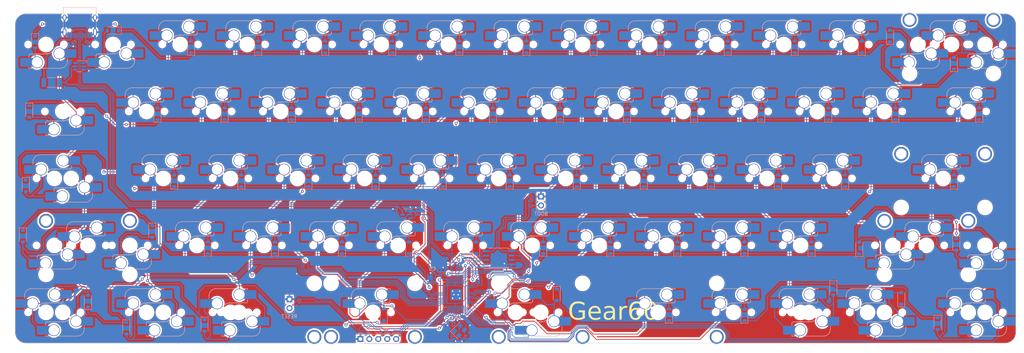
<source format=kicad_pcb>
(kicad_pcb (version 20221018) (generator pcbnew)
  (layers (0 "F.Cu" signal) (31 "B.Cu" signal) (34 "B.Paste" user) (35 "F.Paste" user) (36 "B.SilkS" user "B.Silkscreen") (37 "F.SilkS" user "F.Silkscreen") (38 "B.Mask" user) (39 "F.Mask" user) (44 "Edge.Cuts" user))
  (net 0 "")
  (net 1 "GND")
  (net 2 "Net-(BOOT1-Pad2)")
  (net 3 "+5V")
  (net 4 "+3V3")
  (net 5 "+1V1")
  (net 6 "XIN")
  (net 7 "Net-(C12-Pad2)")
  (net 8 "Net-(D1-A)")
  (net 9 "Net-(D2-A)")
  (net 10 "Net-(D3-A)")
  (net 11 "Net-(D4-A)")
  (net 12 "Net-(D5-A)")
  (net 13 "Net-(D6-A)")
  (net 14 "Net-(D7-A)")
  (net 15 "Net-(D8-A)")
  (net 16 "Net-(D9-A)")
  (net 17 "Net-(D10-A)")
  (net 18 "Net-(D11-A)")
  (net 19 "Net-(D12-A)")
  (net 20 "Net-(D13-A)")
  (net 21 "Net-(D14-A)")
  (net 22 "Net-(D15-A)")
  (net 23 "Net-(D17-A)")
  (net 24 "Net-(D18-A)")
  (net 25 "Net-(D19-A)")
  (net 26 "Net-(D20-A)")
  (net 27 "ROW0")
  (net 28 "Net-(D21-A)")
  (net 29 "ROW1")
  (net 30 "Net-(D22-A)")
  (net 31 "ROW2")
  (net 32 "Net-(D23-A)")
  (net 33 "ROW3")
  (net 34 "Net-(D24-A)")
  (net 35 "ROW4")
  (net 36 "Net-(D25-A)")
  (net 37 "COL0")
  (net 38 "Net-(D26-A)")
  (net 39 "COL1")
  (net 40 "Net-(D27-A)")
  (net 41 "COL2")
  (net 42 "Net-(D28-A)")
  (net 43 "COL3")
  (net 44 "Net-(D29-A)")
  (net 45 "COL4")
  (net 46 "Net-(D30-A)")
  (net 47 "COL5")
  (net 48 "Net-(D33-A)")
  (net 49 "COL6")
  (net 50 "Net-(D34-A)")
  (net 51 "COL7")
  (net 52 "Net-(D35-A)")
  (net 53 "COL8")
  (net 54 "Net-(D36-A)")
  (net 55 "COL9")
  (net 56 "Net-(D37-A)")
  (net 57 "COL10")
  (net 58 "Net-(D38-A)")
  (net 59 "COL12")
  (net 60 "Net-(D39-A)")
  (net 61 "COL13")
  (net 62 "Net-(D40-A)")
  (net 63 "COL14")
  (net 64 "Net-(D41-A)")
  (net 65 "COL11")
  (net 66 "Net-(D42-A)")
  (net 68 "Net-(D43-A)")
  (net 70 "Net-(D44-A)")
  (net 72 "Net-(D45-A)")
  (net 74 "Net-(D48-A)")
  (net 75 "Net-(D49-A)")
  (net 76 "Net-(D50-A)")
  (net 77 "Net-(D51-A)")
  (net 78 "Net-(D52-A)")
  (net 79 "Net-(D53-A)")
  (net 80 "Net-(D54-A)")
  (net 81 "Net-(D55-A)")
  (net 82 "Net-(D56-A)")
  (net 83 "Net-(D57-A)")
  (net 84 "Net-(D58-A)")
  (net 85 "Net-(D59-A)")
  (net 86 "Net-(D60-A)")
  (net 87 "Net-(D61-A)")
  (net 88 "Net-(D63-A)")
  (net 89 "Net-(D64-A)")
  (net 90 "Net-(D65-A)")
  (net 91 "Net-(D66-A)")
  (net 92 "Net-(D67-A)")
  (net 93 "Net-(D68-A)")
  (net 94 "Net-(D69-A)")
  (net 95 "Net-(D70-A)")
  (net 96 "Net-(D71-A)")
  (net 97 "Net-(D72-A)")
  (net 98 "Net-(R4-Pad1)")
  (net 99 "Net-(U4-USB_DP)")
  (net 100 "VBUS")
  (net 101 "Net-(J1-CC1)")
  (net 102 "USB_D+")
  (net 103 "USB_D-")
  (net 105 "Net-(J1-CC2)")
  (net 107 "RESET")
  (net 108 "SWCLK")
  (net 109 "SWD")
  (net 110 "Net-(U4-USB_DM)")
  (net 113 "XOUT")
  (net 114 "QSPI_SS")
  (net 121 "QSPI_SD3")
  (net 122 "QSPI_SCLK")
  (net 123 "QSPI_SD0")
  (net 124 "QSPI_SD2")
  (net 125 "QSPI_SD1")
  (footprint "PCM_marbastlib-mx:STAB_MX_P_2.25u" (layer "F.Cu") (at 278.60625 61.9125)
    (fp_text reference "S5" hide)
    (fp_text value "stb")
  )
  (footprint "PCM_marbastlib-mx:STAB_MX_P_2u" (layer "F.Cu") (at 280.9875 23.8125)
    (fp_text reference "S7" hide)
    (fp_text value "stb" hide)
  )
  (footprint "PCM_marbastlib-mx:STAB_MX_P_2.25u" (layer "F.Cu") (at 35.71875 80.9625)
    (fp_text reference "S1" hide)
    (fp_text value "stb")
  )
  (footprint "PCM_marbastlib-mx:STAB_MX_P_2.75u" (layer "F.Cu") (at 273.84375 80.9625)
    (fp_text reference "S6" hide)
    (fp_text value "stb")
  )
  (footprint "PCM_marbastlib-mx:STAB_MX_P_2.75u" (layer "F.Cu") (at 116.68125 100.0125 180)
    (fp_text reference "S2" hide)
    (fp_text value "stb")
  )
  (footprint "PCM_marbastlib-mx:STAB_MX_P_2.25u" (layer "F.Cu") (at 164.30625 100.0125 180)
    (fp_text reference "S3" hide)
    (fp_text value "stb")
  )
  (footprint "PCM_marbastlib-mx:STAB_MX_P_7u" (layer "F.Cu") (at 157.1625 100.0125 180)
    (fp_text reference "S4" hide)
    (fp_text value "stb")
  )
  (footprint "PCM_marbastlib-mx:SW_MX_HS_1u" (layer "B.Cu") (at 290.5125 100.0125)
    (fp_text reference "MX72" hide)
    (fp_text value "MX_SW_HS" hide)
  )
  (footprint "Diode_SMD:D_SOD-123" (layer "B.Cu") (at 53.975 76.99375 -90)
    (fp_text reference "D49" hide)
    (fp_text value "D_Small" hide)
  )
  (footprint "Resistor_SMD:R_0402_1005Metric" (layer "B.Cu") (at 138.536935 86.218159 -90)
    (fp_text reference "R8" hide)
    (fp_text value "27" hide)
  )
  (footprint "PCM_marbastlib-mx:SW_MX_HS_1u" (layer "B.Cu") (at 242.8875 42.8625 180)
    (fp_text reference "MX28" hide)
    (fp_text value "MX_SW_HS" hide)
  )
  (footprint "Resistor_SMD:R_0402_1005Metric" (layer "B.Cu") (at 161.4875 67.0475 180)
    (fp_text reference "R4" hide)
    (fp_text value "5.1k" hide)
  )
  (footprint "Resistor_SMD:R_0402_1005Metric" (layer "B.Cu") (at 95.752359 96.722362 -90)
    (fp_text reference "R3" hide)
    (fp_text value "5.1k" hide)
  )
  (footprint "PCM_marbastlib-mx:SW_MX_HS_1u" (layer "B.Cu") (at 90.4875 42.8625 180)
    (fp_text reference "MX20" hide)
    (fp_text value "MX_SW_HS" hide)
  )
  (footprint "Diode_SMD:D_SOD-123" (layer "B.Cu") (at 93.590301 43.555674 90)
    (fp_text reference "D20" hide)
    (fp_text value "D_Small" hide)
  )
  (footprint "Connector_PinHeader_2.54mm:PinHeader_1x05_P2.54mm_Vertical" (layer "B.Cu") (at 113.109368 107.579589 -90)
    (fp_text reference "J3" hide)
    (fp_text value "Conn_01x05" hide)
  )
  (footprint "PCM_marbastlib-mx:SW_MX_HS_1u" (layer "B.Cu") (at 147.6375 42.8625 180)
    (fp_text reference "MX23" hide)
    (fp_text value "MX_SW_HS" hide)
  )
  (footprint "PCM_marbastlib-mx:SW_MX_HS_1u" (layer "B.Cu") (at 164.30625 100.0125)
    (fp_text reference "MX67" hide)
    (fp_text value "MX_SW_HS" hide)
  )
  (footprint "PCM_marbastlib-mx:SW_MX_HS_1u" (layer "B.Cu") (at 23.8125 23.8125)
    (fp_text reference "MX1" hide)
    (fp_text value "MX_SW_HS" hide)
  )
  (footprint "Diode_SMD:D_SOD-123" (layer "B.Cu") (at 168.8625 94.9875 -90)
    (fp_text reference "D67" hide)
    (fp_text value "D_Small" hide)
  )
  (footprint "Capacitor_SMD:C_0402_1005Metric" (layer "B.Cu") (at 140.589907 87.553139 90)
    (fp_text reference "C14" hide)
    (fp_text value "100n" hide)
  )
  (footprint "PCM_marbastlib-mx:SW_MX_HS_1u" (layer "B.Cu") (at 80.9625 23.8125 180)
    (fp_text reference "MX4" hide)
    (fp_text value "MX_SW_HS" hide)
  )
  (footprint "Connector_PinSocket_2.54mm:PinSocket_1x02_P2.54mm_Vertical" (layer "B.Cu") (at 164.4175 67.0475 180)
    (fp_text reference "BOOT1" hide)
    (fp_text value "SW_Push" hide)
  )
  (footprint "PCM_marbastlib-mx:SW_MX_HS_1u" (layer "B.Cu") (at 176.2125 23.8125 180)
    (fp_text reference "MX9" hide)
    (fp_text value "MX_SW_HS" hide)
  )
  (footprint "Capacitor_SMD:C_0402_1005Metric" (layer "B.Cu") (at 139.264395 107.135306 135)
    (fp_text reference "C12" hide)
    (fp_text value "22p" hide)
  )
  (footprint "Diode_SMD:D_SOD-123" (layer "B.Cu") (at 74.540301 43.555674 90)
    (fp_text reference "D19" hide)
    (fp_text value "D_Small" hide)
  )
  (footprint "Diode_SMD:D_SOD-123" (layer "B.Cu") (at 282.36875 80.7 -90)
    (fp_text reference "D61" hide)
    (fp_text value "D_Small" hide)
  )
  (footprint "Diode_SMD:D_SOD-123" (layer "B.Cu") (at 68.85 103.71875 -90)
    (fp_text reference "D65" hide)
    (fp_text value "D_Small" hide)
  )
  (footprint "PCM_marbastlib-mx:SW_MX_HS_1u" (layer "B.Cu") (at 57.15 100.0125)
    (fp_text reference "MX64" hide)
    (fp_text value "MX_SW_HS" hide)
  )
  (footprint "PCM_marbastlib-mx:SW_MX_HS_1u" (layer "B.Cu") (at 142.875 80.9625 180)
    (fp_text reference "MX54" hide)
    (fp_text value "MX_SW_HS" hide)
  )
  (footprint "PCM_marbastlib-mx:SW_MX_HS_1u" (layer "B.Cu") (at 273.84375 80.9625 180)
    (fp_text reference "MX62" hide)
    (fp_text value "MX_SW_HS" hide)
  )
  (footprint "Capacitor_SMD:C_0402_1005Metric" (layer "B.Cu") (at 136.062094 88.91277 90)
    (fp_text reference "C16" hide)
    (fp_text value "100n" hide)
  )
  (footprint "Capacitor_SMD:C_0402_1005Metric" (layer "B.Cu") (at 146.376211 91.586297)
    (fp_text reference "C8" hide)
    (fp_text value "100n" hide)
  )
  (footprint "PCM_marbastlib-mx:SW_MX_HS_1u" (layer "B.Cu") (at 119.0625 23.8125 180)
    (fp_text reference "MX6" hide)
    (fp_text value "MX_SW_HS" hide)
  )
  (footprint "Diode_SMD:D_SOD-123" (layer "B.Cu") (at 119.784051 100.705674 90)
    (fp_text reference "D66" hide)
    (fp_text value "D_Small" hide)
  )
  (footprint "Diode_SMD:D_SOD-123" (layer "B.Cu") (at 20.709698 23.119326 -90)
    (fp_text reference "D1" hide)
    (fp_text value "D_Small" hide)
  )
  (footprint "PCM_marbastlib-mx:SW_MX_HS_1.5u" (layer "B.Cu") (at 28.575 42.8625)
    (fp_text reference "MX17" hide)
    (fp_text value "MX_SW_HS" hide)
  )
  (footprint "PCM_marbastlib-mx:SW_MX_HS_1u" (layer "B.Cu") (at 157.1625 23.8125 180)
    (fp_text reference "MX8" hide)
    (fp_text value "MX_SW_HS" hide)
  )
  (footprint "Resistor_SMD:R_0402_1005Metric" (layer "B.Cu") (at 31.793493 23.182429 180)
    (fp_text reference "R1" hide)
    (fp_text value "5.1k" hide)
  )
  (footprint "Diode_SMD:D_SOD-123" (layer "B.Cu") (at 165.027801 81.655674 90)
    (fp_text reference "D55" hide)
    (fp_text value "D_Small" hide)
  )
  (footprint "PCM_marbastlib-mx:SW_MX_HS_1u" (layer "B.Cu") (at 180.975 80.9625 180)
    (fp_text reference "MX56" hide)
    (fp_text value "MX_SW_HS" hide)
  )
  (footprint "Diode_SMD:D_SOD-123" (layer "B.Cu") (at 245.990301 43.555674 90)
    (fp_text reference "D28" hide)
    (fp_text value "D_Small" hide)
  )
  (footprint "PCM_marbastlib-mx:SW_MX_HS_1.25u" (layer "B.Cu") (at 240.50625 100.0125)
    (fp_text reference "MX77" hide)
    (fp_text value "MX_SW_HS" hide)
  )
  (footprint "PCM_marbastlib-mx:SW_MX_HS_1u" (layer "B.Cu") (at 223.8375 42.8625 180)
    (fp_text reference "MX27" hide)
    (fp_text value "MX_SW_HS" hide)
  )
  (footprint "Capacitor_SMD:C_0402_1005Metric" (layer "B.Cu") (at 146.374052 95.992411)
    (fp_text reference "C7" hide)
    (fp_text value "100n" hide)
  )
  (footprint "Diode_SMD:D_SOD-123" (layer "B.Cu") (at 203.127801 81.655674 90)
    (fp_text reference "D57" hide)
    (fp_text value "D_Small" hide)
  )
  (footprint "Diode_SMD:D_SOD-123" (layer "B.Cu") (at 98.352801 62.605674 90)
    (fp_text reference "D36" hide)
    (fp_text value "D_Small" hide)
  )
  (footprint "PCM_marbastlib-mx:SW_MX_HS_1u" (layer "B.Cu") (at 171.45 61.9125 180)
    (fp_text reference "MX40" hide)
    (fp_text value "MX_SW_HS" hide)
  )
  (footprint "Diode_SMD:D_SOD-123" (layer "B.Cu") (at 122.165301 24.505674 90)
    (fp_text reference "D6" hide)
    (fp_text value "D_Small" hide)
  )
  (footprint "PCM_marbastlib-mx:SW_MX_HS_1u" (layer "B.Cu") (at 52.3875 42.8625 180)
    (fp_text reference "MX18" hide)
    (fp_text value "MX_SW_HS" hide)
  )
  (footprint "Diode_SMD:D_SOD-123" (layer "B.Cu") (at 131.690301 43.555674 90)
    (fp_text reference "D22" hide)
    (fp_text value "D_Small" hide)
  )
  (footprint "PCM_marbastlib-mx:SW_MX_HS_1u" (layer "B.Cu") (at 278.60625 61.9125 180)
    (fp_text reference "MX45" hide)
    (fp_text value "MX_SW_HS" hide)
  )
  (footprint "PCM_marbastlib-mx:SW_MX_HS_1u" (layer "B.Cu") (at 209.55 61.9125 180)
    (fp_text reference "MX42" hide)
    (fp_text value "MX_SW_HS" hide)
  )
  (footprint "PCM_marbastlib-mx:SW_MX_HS_1u" (layer "B.Cu") (at 228.6 61.9125 180)
    (fp_text reference "MX43" hide)
    (fp_text value "MX_SW_HS" hide)
  )
  (footprint "Diode_SMD:D_SOD-123" (layer "B.Cu") (at 263.525 21.43125 90)
    (fp_text reference "D14" hide)
    (fp_text value "D_Small" hide)
  )
  (footprint "Diode_SMD:D_SOD-123" (layer "B.Cu") (at 169.790301 43.555674 90)
    (fp_text reference "D24" hide)
    (fp_text value "D_Small" hide)
  )
  (footprint "Diode_SMD:D_SOD-123" (layer "B.Cu") (at 212.652801 62.605674 90)
    (fp_text reference "D42" hide)
    (fp_text value "D_Small" hide)
  )
  (footprint "Diode_SMD:D_SOD-123" (layer "B.Cu") (at 222.177801 81.655674 90)
    (fp_text reference "D58" hide)
    (fp_text value "D_Small" hide)
  )
  (footprint "PCM_marbastlib-mx:SW_MX_HS_1u" (layer "B.Cu") (at 195.2625 23.8125 180)
    (fp_text reference "MX10" hide)
    (fp_text value "MX_SW_HS" hide)
  )
  (footprint "Diode_SMD:D_SOD-123" (layer "B.Cu") (at 217.415301 24.505674 90)
    (fp_text reference "D11" hide)
    (fp_text value "D_Small" hide)
  )
  (footprint "PCM_marbastlib-mx:SW_MX_HS_1u" (layer "B.Cu") (at 219.075 100.0125 180)
    (fp_text reference "MX69" hide)
    (fp_text value "MX_SW_HS" hide)
  )
  (footprint "PCM_marbastlib-mx:SW_MX_HS_1u" (layer "B.Cu") (at 214.3125 23.8125 180)
    (fp_text reference "MX11" hide)
    (fp_text value "MX_SW_HS" hide)
  )
  (footprint "Connector_USB:USB_C_Receptacle_HRO_TYPE-C-31-M-12" (layer "B.Cu") (at 33.397408 17.2)
    (fp_text reference "J1" hide)
    (fp_text value "TYPE-C-31-M-12" hide)
  )
  (footprint "Diode_SMD:D_SOD-123" (layer "B.Cu") (at 145.977801 81.655674 90)
    (fp_text reference "D54" hide)
    (fp_text value "D_Small" hide)
  )
  (footprint "Connector_PinSocket_2.54mm:PinSocket_1x02_P2.54mm_Vertical" (layer "B.Cu") (at 92.968955 96.282889 180)
    (fp_text reference "RESET1" hide)
    (fp_text value "SW_Push" hide)
  )
  (footprint "Capacitor_SMD:C_0402_1005Metric" (layer "B.Cu") (at 141.610649 87.556109 90)
    (fp_text reference "C13" hide)
    (fp_text value "100n" hide)
  )
  (footprint "PCM_marbastlib-mx:SW_MX_HS_1u" (layer "B.Cu") (at 185.7375 42.8625 180)
    (fp_text reference "MX25" hide)
    (fp_text value "MX_SW_HS" hide)
  )
  (footprint "PCM_marbastlib-mx:SW_MX_HS_1u" (layer "B.Cu") (at 95.25 61.9125 180)
    (fp_text reference "MX36" hide)
    (fp_text value "MX_SW_HS" hide)
  )
  (footprint "PCM_marbastlib-mx:SW_MX_HS_1u" (layer "B.Cu") (at 261.9375 42.8625 180)
    (fp_text reference "MX29" hide)
    (fp_text value "MX_SW_HS" hide)
  )
  (footprint "PCM_marbastlib-mx:SW_MX_HS_1u" (layer "B.Cu") (at 219.075 80.9625 180)
    (fp_text reference "MX58" hide)
    (fp_text value "MX_SW_HS" hide)
  )
  (footprint "Capacitor_SMD:C_0402_1005Metric" (layer "B.Cu") (at 138.730224 102.124933 -90)
    (fp_text reference "C15" hide)
    (fp_text value "100n" hide)
  )
  (footprint "PCM_marbastlib-mx:SW_MX_HS_1u" (layer "B.Cu") (at 85.725 80.9625 180)
    (fp_text reference "MX51" hide)
    (fp_text value "MX_SW_HS" hide)
  )
  (footprint "Capacitor_SMD:C_0402_1005Metric" (layer "B.Cu") (at 133.43189 95.984957 180)
    (fp_text reference "C9" hide)
    (fp_text value "100n" hide)
  )
  (footprint "Diode_SMD:D_SOD-123" (layer "B.Cu") (at 174.552801 62.605674 90)
    (fp_text reference "D40" hide)
    (fp_text value "D_Small" hide)
  )
  (footprint "PCM_marbastlib-mx:SW_MX_HS_1u" (layer "B.Cu") (at 157.1625 100.0125 180)
    (fp_text reference "MX76" hide)
    (fp_text value "MX_SW_HS" hide)
  )
  (footprint "Diode_SMD:D_SOD-123" (layer "B.Cu") (at 88.827801 81.655674 90)
    (fp_text reference "D51" hide)
    (fp_text value "D_Small" hide)
  )
  (footprint "PCM_marbastlib-mx:SW_MX_HS_1.5u" (layer "B.Cu") (at 285.75 100.0125 180)
    (fp_text reference "MX79" hide)
    (fp_text value "MX_SW_HS" hide)
  )
  (footprint "Diode_SMD:D_SOD-123" (layer "B.Cu") (at 231.702801 62.605674 90)
    (fp_text reference "D43" hide)
    (fp_text value "D_Small" hide)
  )
  (footprint "PCM_marbastlib-mx:SW_MX_HS_1u" (layer "B.Cu") (at 238.125 100.0125 180)
    (fp_text reference "MX70" hide)
    (fp_text value "MX_SW_HS" hide)
  )
  (footprint "PCM_marbastlib-mx:SW_MX_HS_1u" (layer "B.Cu") (at 123.825 80.9625 180)
    (fp_text reference "MX53" hide)
    (fp_text value "MX_SW_HS" hide)
  )
  (footprint "Fuse:Fuse_2010_5025Metric" (layer "B.Cu") (at 25.45185 34.632488 180)
    (fp_text reference "F1" hide)
    (fp_text value "MF-MSMF050-2")
  )
  (footprint "PCM_marbastlib-mx:SW_MX_HS_1u" (layer "B.Cu") (at 290.5125 23.8125)
    (fp_text reference "MX15" hide)
    (fp_text value "MX_SW_HS" hide)
  )
  (footprint "PCM_marbastlib-mx:SW_MX_HS_1u" (layer "B.Cu") (at 71.4375 42.8625 180)
    (fp_text reference "MX19" hide)
    (fp_text value "MX_SW_HS" hide)
  )
  (footprint "Package_TO_SOT_SMD:SOT-23-3" (layer "B.Cu") (at 126.20625 72.23125 180)
    (fp_text reference "U1" hide)
    (fp_text value "XC6206P332MR")
  )
  (footprint "Diode_SMD:D_SOD-123" (layer "B.Cu") (at 65.015301 24.505674 90)
    (fp_text reference "D3" hide)
    (fp_text value "D_Small" hide)
  )
  (footprint "PCM_marbastlib-mx:SW_MX_HS_1u" (layer "B.Cu") (at 42.8625 23.8125)
    (fp_text reference "MX2" hide)
    (fp_text value "MX_SW_HS" hide)
  )
  (footprint "Diode_SMD:D_SOD-123" (layer "B.Cu") (at 69.777801 81.655674 90)
    (fp_text reference "D50" hide)
    (fp_text value "D_Small" hide)
  )
  (footprint "Capacitor_SMD:C_0402_1005Metric" (layer "B.Cu") (at 136.837889 102.986664 -90)
    (fp_text reference "C4" hide)
    (fp_text value "100n" hide)
  )
  (footprint "Diode_SMD:D_SOD-123" (layer "B.Cu") (at 266.7 96.04375 90)
    (fp_text reference "D71" hide)
    (fp_text value "D_Small" hide)
  )
  (footprint "Diode_SMD:D_SOD-123" (layer "B.Cu") (at 247.44375 93.4 -90)
    (fp_text reference "D70" hide)
    (fp_text value "D_Small" hide)
  )
  (footprint "Diode_SMD:D_SOD-123" (layer "B.Cu") (at 55.490301 43.555674 90)
    (fp_text reference "D18" hide)
    (fp_text value "D_Small" hide)
  )
  (footprint "Diode_SMD:D_SOD-123" (layer "B.Cu") (at 207.890301 43.555674 90)
    (fp_text reference "D26" hide)
    (fp_text value "D_Small" hide)
  )
  (footprint "Capacitor_SMD:C_0402_1005Metric" (layer "B.Cu") (at 123.392848 70.33 -90)
    (fp_text reference "C1" hide)
    (fp_text value "1u" hide)
  )
  (footprint "PCM_marbastlib-mx:SW_MX_HS_1u" (layer "B.Cu") (at 257.175 100.0125 180)
    (fp_text reference "MX71" hide)
    (fp_text value "MX_SW_HS" hide)
  )
  (footprint "Diode_SMD:D_SOD-123" (layer "B.Cu") (at 193.602801 62.605674 90)
    (fp_text reference "D41" hide)
    (fp_text value "D_Small" hide)
  )
  (footprint "Diode_SMD:D_SOD-123" (layer "B.Cu") (at 112.640301 43.555674 90)
    (fp_text reference "D21" hide)
    (fp_text value "D_Small" hide)
  )
  (footprint "PCM_marbastlib-mx:SW_MX_HS_1u" (layer "B.Cu") (at 190.5 61.9125 180)
    (fp_text reference "MX41" hide)
    (fp_text value "MX_SW_HS" hide)
  )
  (footprint "Diode_SMD:D_SOD-123" (layer "B.Cu") (at 79.302801 62.605674 90)
    (fp_text reference "D35" hide)
    (fp_text value "D_Small" hide)
  )
  (footprint "PCM_marbastlib-mx:SW_MX_HS_1.5u" (layer "B.Cu") (at 285.75 42.8625 180)
    (fp_text reference "MX30" hide)
    (fp_text value "MX_SW_HS" hide)
  )
  (footprint "Diode_SMD:D_SOD-123" (layer "B.Cu") (at 136.452801 62.605674 90)
    (fp_text reference "D38" hide)
    (fp_text value "D_Small" hide)
  )
  (footprint "PCM_marbastlib-mx:SW_MX_HS_1u" (layer "B.Cu") (at 76.2 61.9125 180)
    (fp_text reference "MX35" hide)
    (fp_text value "MX_SW_HS" hide)
  )
  (footprint "PCM_marbastlib-mx:SW_MX_HS_1u" (layer "B.Cu") (at 133.35 61.9125 180)
    (fp_text reference "MX38" hide)
    (fp_text value "MX_SW_HS" hide)
  )
  (footprint "PCM_marbastlib-mx:SW_MX_HS_1.75u" (layer "B.Cu") (at 264.31875 80.9625)
    (fp_text reference "MX60" hide)
    (fp_text value "MX_SW_HS" hide)
  )
  (footprint "Diode_SMD:D_SOD-123" (layer "B.Cu") (at 277.01875 103.1875 -90)
    (fp_text reference "D72" hide)
    (fp_text value "D_Small" hide)
  )
  (footprint "Diode_SMD:D_SOD-123" (layer "B.Cu") (at 160.265301 24.505674 90)
    (fp_text reference "D8" hide)
    (fp_text value "D_Small" hide)
  )
  (footprint "Diode_SMD:D_SOD-123" (layer "B.Cu") (at 150.740301 43.555674 90)
    (fp_text reference "D23" hide)
    (fp_text value "D_Small" hide)
  )
  (footprint "PCM_marbastlib-mx:SW_MX_HS_1u" (layer "B.Cu") (at 200.025 80.9625 180)
    (fp_text reference "MX57" hide)
    (fp_text value "MX_SW_HS" hide)
  )
  (footprint "PCM_marbastlib-mx:SW_MX_HS_1u" (layer "B.Cu") (at 247.65 61.9125 180)
    (fp_text reference "MX44" hide)
    (fp_text value "MX_SW_HS" hide)
  )
  (footprint "Capacitor_SMD:C_0402_1005Metric" (layer "B.Cu") (at 137.143052 88.928106 90)
    (fp_text reference "C3" hide)
    (fp_text value "1u" hide)
  )
  (footprint "PCM_marbastlib-mx:SW_MX_HS_1.75u" (layer "B.Cu") (at 30.95625 61.9125)
    (fp_text reference "MX33" hide)
    (fp_text value "MX_SW_HS" hide)
  )
  (footprint "Capacitor_SMD:C_0402_1005Metric" (layer "B.Cu") (at 129.010799 71.737712 90)
    (fp_text reference "C2" hide)
    (fp_text value "1u" hide)
  )
  (footprint "Diode_SMD:D_SOD-123" (layer "B.Cu") (at 103.115301 24.505674 90)
    (fp_text reference "D5" hide)
    (fp_text value "D_Small" hide)
  )
  (footprint "Resistor_SMD:R_0402_1005Metric" (layer "B.Cu") (at 161.4875 69.6475 180)
    (fp_text reference "R6" hide)
    (fp_text value "1k" hide)
  )
  (footprint "Diode_SMD:D_SOD-123" (layer "B.Cu") (at 18.05 64.03125 -90)
    (fp_text reference "D33" hide)
    (fp_text value "D_Small" hide)
  )
  (footprint "PCM_marbastlib-mx:SW_MX_HS_1u" (layer "B.Cu") (at 280.9875 23.8125 180)
    (fp_text reference "MX16" hide)
    (fp_text value "MX_SW_HS" hide)
  )
  (footprint "Diode_SMD:D_SOD-123" (layer "B.Cu") (at 19.05 42.8625 -90)
    (fp_text reference "D17" hide)
    (fp_text value "D_Small" hide)
  )
  (footprint "PCM_marbastlib-mx:SW_MX_HS_1u" (layer "B.Cu") (at 61.9125 23.8125 180)
    (fp_text reference "MX3" hide)
    (fp_text value "MX_SW_HS" hide)
  )
  (footprint "Diode_SMD:D_SOD-123" (layer "B.Cu") (at 155.502801 62.605674 90)
    (fp_text reference "D39" hide)
    (fp_text value "D_Small" hide)
  )
  (footprint "Diode_SMD:D_SOD-123" (layer "B.Cu") (at 117.402801 62.605674 90)
    (fp_text reference "D37" hide)
    (fp_text value "D_Small" hide)
  )
  (footprint "PCM_marbastlib-mx:SW_MX_HS_1u" (layer "B.Cu") (at 152.4 61.9125 180)
    (fp_text reference "MX39" hide)
    (fp_text value "MX_SW_HS" hide)
  )
  (footprint "Diode_SMD:D_SOD-123" (layer "B.Cu") (at 254.79375 81.75625 90)
    (fp_text reference "D60" hide)
    (fp_text value "D_Small" hide)
  )
  (footprint "Diode_SMD:D_SOD-123" (layer "B.Cu") (at 255.515301 24.505674 90)
    (fp_text reference "D13" hide)
    (fp_text value "D_Small" hide)
  )
  (footprint "Diode_SMD:D_SOD-123" (layer "B.Cu") (at 42.8625 19.84375 180)
    (fp_text reference "D2" hide)
    (fp_text value "D_Small" hide)
  )
  (footprint "Package_DFN_QFN:QFN-56-1EP_7x7mm_P0.4mm_EP3.2x3.2mm" (layer "B.Cu") (at 140.2875 94.9875 180)
    (fp_text reference "U4" hide)
    (fp_text value "RP2040")
  )
  (footprint "PCM_marbastlib-mx:SW_MX_HS_1u" (layer "B.Cu") (at 35.71875 80.9625 180)
    (fp_text reference "MX47" hide)
    (fp_text value "MX_SW_HS" hide)
  )
  (footprint "Crystal:Crystal_SMD_3225-4Pin_3.2x2.5mm" (layer "B.Cu") (at 141.243917 105.208395 45)
    (fp_text reference "Y1" hide)
    (fp_text value "X322512MSB4SI")
  )
  (footprint "PCM_marbastlib-mx:SW_MX_HS_1.5u" (layer "B.Cu") (at 76.2 100.0125 180)
    (fp_text reference "MX75" hide)
    (fp_text value "MX_SW_HS" hide)
  )
  (footprint "Resistor_SMD:R_0402_1005Metric" (layer "B.Cu") (at 161.4875 68.2475)
    (fp_text reference "R5" hide)
    (fp_text value "5.1k" hide)
  )
  (footprint "PCM_marbastlib-mx:SW_MX_HS_1u" (layer "B.Cu") (at 161.925 80.9625 180)
    (fp_text reference "MX55" hide)
    (fp_text value "MX_SW_HS" hide)
  )
  (footprint "Diode_SMD:D_SOD-123" (layer "B.Cu") (at 200.746551 100.705674 90)
    (fp_text reference "D68" hide)
    (fp_text value "D_Small" hide)
  )
  (footprint "PCM_marbastlib-mx:SW_MX_HS_1u" (layer "B.Cu") (at 252.4125 23.8125 180)
    (fp_text reference "MX13" hide)
    (fp_text value "MX_SW_HS" hide)
  )
  (footprint "Diode_SMD:D_SOD-123" (layer "B.Cu") (at 188.840301 43.555674 90)
    (fp_text reference "D25" hide)
    (fp_text value "D_Small" hide)
  )
  (footprint "PCM_marbastlib-mx:SW_MX_HS_1.25u" (layer "B.Cu") (at 197.64375 100.0125 180)
    (fp_text reference "MX68" hide)
    (fp_text value "MX_SW_HS" hide)
  )
  (footprint "PCM_marbastlib-mx:SW_MX_HS_1u" (layer "B.Cu") (at 109.5375 42.8625 180)
    (fp_text reference "MX21" hide)
    (fp_text value "MX_SW_HS" hide)
  )
  (footprint "PCM_marbastlib-mx:SW_MX_HS_1.75u_STP_1.25" (layer "B.Cu") (at 26.19375 61.9125 180)
    (fp_text reference "MX32" hide)
    (fp_text value "MX_SW_HS" hide)
  )
  (footprint "PCM_marbastlib-various:SOT-23-6-routable" (layer "B.Cu") (at 33.297515 30.022995 180)
    (fp_text reference "U2" hide)
    (fp_text value "SRV05-4" hide)
  )
  (footprint "PCM_marbastlib-mx:SW_MX_HS_1u" (layer "B.Cu") (at 261.9375 100.0125)
    (fp_text reference "MX78" hide)
    (fp_text value "MX_SW_HS" hide)
  )
  (footprint "Diode_SMD:D_SOD-123" (layer "B.Cu") (at 241.227801 81.655674 90)
    (fp_text reference "D59" hide)
    (fp_text value "D_Small" hide)
  )
  (footprint "PCM_marbastlib-mx:SW_MX_HS_1.5u" (layer "B.Cu") (at 28.575 100.0125)
    (fp_text reference "MX73" hide)
    (fp_text value "MX_SW_HS" hide)
  )
  (footprint "Diode_SMD:D_SOD-123" (layer "B.Cu") (at 265.040301 43.555674 90)
    (fp_text reference "D29" hide)
    (fp_text value "D_Small" hide)
  )
  (footprint "PCM_marbastlib-mx:SW_MX_HS_1.25u" (layer "B.Cu") (at 26.19375 80.9625)
    (fp_text reference "MX48" hide)
    (fp_text value "MX_SW_HS" hide)
  )
  (footprint "Capacitor_SMD:C_0402_1005Metric" (layer "B.Cu") (at 133.56416 88.778049 180)
    (fp_text reference "C5")
    (fp_text value "100n")
  )
  (footprint "Package_SO:SOIC-8_5.23x5.23mm_P1.27mm" (layer "B.Cu") (at 152.418984 84.456311 180)
    (fp_text reference "U3" hide)
    (fp_text value "W25Q128JVSIQ")
  )
  (footprint "Diode_SMD:D_SOD-123" (layer "B.Cu") (at 288.852801 43.555674 90)
    (fp_text reference "D30" hide)
    (fp_text value "D_Small" hide)
  )
  (footprint "Diode_SMD:D_SOD-123" (layer "B.Cu") (at 60.252801 62.605674 90)
    (fp_text reference "D34" hide)
    (fp_text value "D_Small" hide)
  )
  (footprint "Capacitor_SMD:C_0402_1005Metric" (layer "B.Cu") (at 133.8875 91.5875 180)
    (fp_text reference "C6" hide)
    (fp_text value "1u" hide)
  )
  (footprint "PCM_marbastlib-mx:SW_MX_HS_1u" (layer "B.Cu") (at 138.1125 23.8125 180)
    (fp_text reference "MX7" hide)
    (fp_text value "MX_SW_HS" hide)
  )
  (footprint "Diode_SMD:D_SOD-123" (layer "B.Cu") (at 281.6875 29.1875 90)
    (fp_text reference "D15" hide)
    (fp_text value "D_Small" hide)
  )
  (footprint "PCM_marbastlib-mx:SW_MX_HS_1u" (layer "B.Cu") (at 271.4625 23.8125)
    (fp_text reference "MX14" hide)
    (fp_text value "MX_SW_HS" hide)
  )
  (footprint "Resistor_SMD:R_0402_1005Metric" (layer "B.Cu") (at 139.513854 103.39753 45)
    (fp_text reference "R9" hide)
    (fp_text value "1k" hide)
  )
  (footprint "PCM_marbastlib-mx:SW_MX_HS_1u" (layer "B.Cu") (at 116.68125 100.0125 180)
    (fp_text reference "MX66" hide)
    (fp_text value "MX_SW_HS" hide)
  )
  (footprint "Diode_SMD:D_SOD-123" (layer "B.Cu") (at 226.940301 43.555674 90)
    (fp_text reference "D27" hide)
    (fp_text value "D_Small" hide)
  )
  (footprint "Diode_SMD:D_SOD-123" (layer "B.Cu") (at 179.315301 24.505674 90)
    (fp_text reference "D9" hide)
    (fp_text value "D_Small" hide)
  )
  (footprint "Diode_SMD:D_SOD-123" (layer "B.Cu") (at 126.927801 81.655674 90)
    (fp_text reference "D53" hide)
    (fp_text value "D_Small" hide)
  )
  (footprint "PCM_marbastlib-mx:SW_MX_HS_1u" (layer "B.Cu") (at 100.0125 23.8125 180)
    (fp_text reference "MX5" hide)
    (fp_text value "MX_SW_HS" hide)
  )
  (footprint "PCM_marbastlib-mx:SW_MX_HS_1u" (layer "B.Cu") (at 66.675 80.9625 180)
    (fp_text reference "MX50" hide)
    (fp_text value "MX_SW_HS" hide)
  )
  (footprint "Diode_SMD:D_SOD-123" (layer "B.Cu") (at 84.065301 24.505674 90)
    (fp_text reference "D4" hide)
    (fp_text value "D_Small" hide)
  )
  (footprint "Diode_SMD:D_SOD-123" (layer "B.Cu") (at 236.465301 24.505674 90)
    (fp_text reference "D12" hide)
    (fp_text value "D_Small" hide)
  )
  (footprint "PCM_marbastlib-mx:SW_MX_HS_1u" (layer "B.Cu") (at 290.5125 80.9625)
    (fp_text reference "MX61" hide)
    (fp_text value "MX_SW_HS" hide)
  )
  (footprint "PCM_marbastlib-mx:SW_MX_HS_1u" (layer "B.Cu") (at 52.3875 100.0125 180)
    (fp_text reference "MX74" hide)
    (fp_text value "MX_SW_HS" hide)
  )
  (footprint "Diode_SMD:D_SOD-123" (layer "B.Cu") (at 46.625 104.5125 -90)
    (fp_text reference "D64" hide)
    (fp_text value "D_Small" hide)
  )
  (footprint "PCM_marbastlib-mx:SW_MX_HS_1u" (layer "B.Cu") (at 204.7875 42.8625 180)
    (fp_text reference "MX26" hide)
    (fp_text value "MX_SW_HS" hide)
  )
  (footprint "PCM_marbastlib-mx:SW_MX_HS_1u" (layer "B.Cu") (at 57.15 61.9125 180)
    (fp_text reference "MX34" hide)
    (fp_text value "MX_SW_HS" hide)
  )
  (footprint "Resistor_SMD:R_0402_1005Metric" (layer "B.Cu") (at 35.627228 23.163951)
    (fp_text reference "R2" hide)
    (fp_text value "5.1k")
  )
  (footprint "PCM_marbastlib-mx:SW_MX_HS_1u" (layer "B.Cu") (at 238.125 80.9625 180)
    (fp_text reference "MX59" hide)
    (fp_text value "MX_SW_HS" hide)
  )
  (footprint "Capacitor_SMD:C_0402_1005Metric" (layer "B.Cu") (at 142.939753 106.977147 45)
    (fp_text reference "C11" hide)
    (fp_text value "22p")
  )
  (footprint "Diode_SMD:D_SOD-123" (layer "B.Cu") (at 35.71875 96.8375 90)
    (fp_text reference "D63" hide)
    (fp_text value "D_Small" hide)
  )
  (footprint "PCM_marbastlib-mx:SW_MX_HS_1u" (layer "B.Cu") (at 47.625 80.9625)
    (fp_text reference "MX49" hide)
    (fp_text value "MX_SW_HS" hide)
  )
  (footprint "Resistor_SMD:R_0402_1005Metric" (layer "B.Cu") (at 139.588453 86.223288 -90)
    (fp_text reference "R7" hide)
    (fp_text value "27" hide)
  )
  (footprint "Diode_SMD:D_SOD-123" (layer "B.Cu") (at 198.365301 24.505674 90)
    (fp_text reference "D10" hide)
    (fp_text value "D_Small" hide)
  )
  (footprint "Diode_SMD:D_SOD-123" (layer "B.Cu") (at 222.177801 100.705674 90)
    (fp_text reference "D69" hide)
    (fp_text value "D_Small" hide)
  )
  (footprint "PCM_marbastlib-mx:SW_MX_HS_1u" (layer "B.Cu") (at 114.3 61.9125 180)
    (fp_text reference "MX37" hide)
    (fp_text value "MX_SW_HS" hide)
  )
  (footprint "PCM_marbastlib-mx:SW_MX_HS_1.25u" (layer "B.Cu") (at 78.58125 100.0125)
    (fp_text reference "MX65" hide)
    (fp_text value "MX_SW_HS" hide)
  )
  (footprint "PCM_marbastlib-mx:SW_MX_HS_1u" (layer "B.Cu") (at 104.775 80.9625 180)
    (fp_text reference "MX52" hide)
    (fp_text value "MX_SW_HS" hide)
  )
  (footprint "PCM_marbastlib-mx:SW_MX_HS_1u" (layer "B.Cu") (at 166.6875 42.8625 180)
    (fp_text reference "MX24" hide)
    (fp_text value "MX_SW_HS" hide)
  )
  (footprint "Capacitor_SMD:C_0402_1005Metric" (layer "B.Cu") (at 143.66875 84.611895 180)
    (fp_text reference "C10" hide)
    (fp_text value "1u" hide)
  )
  (footprint "Diode_SMD:D_SOD-123" (layer "B.Cu") (at 281.709051 62.605674 90)
    (fp_text reference "D45" hide)
    (fp_text value "D_Small" hide)
  )
  (footprint "Diode_SMD:D_SOD-123" (layer "B.Cu") (at 184.077801 81.655674 90)
    (fp_text reference "D56" hide)
    (fp_text value "D_Small" hide)
  )
  (footprint "Diode_SMD:D_SOD-123" (layer "B.Cu") (at 107.877801 81.655674 90)
    (fp_text reference "D52" hide)
    (fp_text value "D_Small" hide)
  )
  (footprint "PCM_marbastlib-mx:SW_MX_HS_1u" (layer "B.Cu") (at 233.3625 23.8125 180)
    (fp_text reference "MX12" hide)
    (fp_text value "MX_SW_HS" hide)
  )
  (footprint "PCM_marbastlib-mx:SW_MX_HS_1u" (layer "B.Cu") (at 128.5875 42.8625 180)
    (fp_text reference "MX22" hide)
    (fp_text value "MX_SW_HS" hide)
  )
  (footprint "PCM_marbastlib-mx:SW_MX_HS_1u" (layer "B.Cu") (at 23.8125 100.0125 180)
    (fp_text reference "MX63" hide)
    (fp_text value "MX_SW_HS" hide)
  )
  (footprint "Diode_SMD:D_SOD-123" (layer "B.Cu") (at 250.752801 62.605674 90)
    (fp_text reference "D44" hide)
    (fp_text value "D_Small" hide)
  )
  (footprint "Diode_SMD:D_SOD-123" (layer "B.Cu") (at 141.215301 24.505674 90)
    (fp_text reference "D7" hide)
    (fp_text value "D_Small" hide)
  )
  (footprint "Diode_SMD:D_SOD-123" (layer "B.Cu") (at 17.25625 78.31875 -90)
    (fp_text reference "D48" hide)
    (fp_text value "D_Small" hide)
  )
  (gr_line (start 299.24375 18.08125) (end 299.24375 105.74375) (stroke (width 0.1)) (layer "Edge.Cuts"))
  (gr_arc (start 15.08125 18.08125) (mid 15.95993 15.95993) (end 18.08125 15.08125) (stroke (width 0.1)) (layer "Edge.Cuts"))
  (gr_arc (start 296.24375 15.08125) (mid 298.36507 15.95993) (end 299.24375 18.08125) (stroke (width 0.1)) (layer "Edge.Cuts"))
  (gr_line (start 15.08125 105.74375) (end 15.08125 18.08125) (stroke (width 0.1)) (layer "Edge.Cuts"))
  (gr_line (start 18.08125 15.08125) (end 296.24375 15.08125) (stroke (width 0.1)) (layer "Edge.Cuts"))
  (gr_line (start 296.24375 108.74375) (end 18.08125 108.74375) (stroke (width 0.1)) (layer "Edge.Cuts"))
  (gr_arc (start 18.08125 108.74375) (mid 15.95993 107.86507) (end 15.08125 105.74375) (stroke (width 0.1)) (layer "Edge.Cuts"))
  (gr_arc (start 299.24375 105.74375) (mid 298.365056 107.865056) (end 296.24375 108.74375) (stroke (width 0.1)) (layer "Edge.Cuts"))
  (gr_text "BOOT" (at 164.463653 71.953099) (layer "B.SilkS") (effects (font (size 1 1)) (justify mirror)))
  (gr_text "SWD" (at 120.726121 105.867549) (layer "B.SilkS") (effects (font (size 0.5 0.5) (thickness 0.125)) (justify mirror)))
  (gr_text "SWCLK" (at 123.324865 105.933181) (layer "B.SilkS") (effects (font (size 0.5 0.5) (thickness 0.125)) (justify mirror)))
  (gr_text "RESET" (at 92.90565 101.175399) (layer "B.SilkS") (effects (font (size 1 1)) (justify mirror)))
  (gr_text "+3V3" (at 115.674722 105.874338) (layer "B.SilkS") (effects (font (size 0.5 0.5) (thickness 0.125)) (justify mirror)))
  (gr_text "GND" (at 113.155813 105.928654) (layer "B.SilkS") (effects (font (size 0.5 0.5) (thickness 0.125)) (justify mirror)))
  (gr_text "RESET" (at 118.186843 105.894707) (layer "B.SilkS") (effects (font (size 0.5 0.5) (thickness 0.125)) (justify mirror)))
  (gr_text "Gear60" (at 172.0375 102.925) (layer "F.SilkS") (effects (font (size 5 5) (thickness 0.5)) (justify left bottom)))
  (segment (start 140.155212 108.196208) (end 139.152458 108.196208) (width 0.2) (layer "F.Cu") (net 1))
  (segment (start 127.419377 70.189802) (end 127.316772 70.087197) (width 0.25) (layer "F.Cu") (net 1))
  (segment (start 126.785884 70.618085) (end 127.316772 70.087197) (width 0.25) (layer "F.Cu") (net 1))
  (segment (start 128.855526 70.189802) (end 127.419377 70.189802) (width 0.25) (layer "F.Cu") (net 1))
  (segment (start 141.924839 108.211597) (end 140.170601 108.211597) (width 0.2) (layer "F.Cu") (net 1))
  (segment (start 31.54375 23.825544) (end 29.077408 21.359202) (width 0.25) (layer "F.Cu") (net 1))
  (segment (start 140.639828 102.276651) (end 139.195527 103.720952) (width 0.2) (layer "F.Cu") (net 1))
  (segment (start 142.814151 102.276651) (end 140.639828 102.276651) (width 0.2) (layer "F.Cu") (net 1))
  (segment (start 142.717391 108.211597) (end 141.924839 108.211597) (width 0.2) (layer "F.Cu") (net 1))
  (segment (start 31.54375 24.34375) (end 31.54375 23.825544) (width 0.25) (layer "F.Cu") (net 1))
  (segment (start 144.25625 103.71875) (end 144.433093 103.895593) (width 0.2) (layer "F.Cu") (net 1))
  (segment (start 32.047292 23.840208) (end 31.54375 24.34375) (width 0.25) (layer "F.Cu") (net 1))
  (segment (start 36.19801 22.86449) (end 37.717408 21.345092) (width 0.2) (layer "F.Cu") (net 1))
  (segment (start 36.19801 24.34375) (end 36.19801 31.115287) (width 0.25) (layer "F.Cu") (net 1))
  (segment (start 137.87142 106.91517) (end 137.87142 103.720952) (width 0.2) (layer "F.Cu") (net 1))
  (segment (start 35.694468 23.840208) (end 32.047292 23.840208) (width 0.25) (layer "F.Cu") (net 1))
  (segment (start 139.195527 103.720952) (end 137.87142 103.720952) (width 0.2) (layer "F.Cu") (net 1))
  (segment (start 29.077408 21.359202) (end 29.077408 19.868477) (width 0.25) (layer "F.Cu") (net 1))
  (segment (start 140.170601 108.211597) (end 140.155212 108.196208) (width 0.2) (layer "F.Cu") (net 1))
  (segment (start 144.25625 103.71875) (end 142.814151 102.276651) (width 0.2) (layer "F.Cu") (net 1))
  (segment (start 139.152458 108.196208) (end 137.87142 106.91517) (width 0.2) (layer "F.Cu") (net 1))
  (segment (start 122.342582 70.618085) (end 126.785884 70.618085) (width 0.25) (layer "F.Cu") (net 1))
  (segment (start 144.433093 103.895593) (end 144.433093 106.495895) (width 0.2) (layer "F.Cu") (net 1))
  (segment (start 36.19801 31.115287) (end 35.995702 31.317595) (width 0.25) (layer "F.Cu") (net 1))
  (segment (start 36.19801 24.34375) (end 35.694468 23.840208) (width 0.25) (layer "F.Cu") (net 1))
  (segment (start 144.433093 106.495895) (end 142.717391 108.211597) (width 0.2) (layer "F.Cu") (net 1))
  (segment (start 36.19801 24.34375) (end 36.19801 22.86449) (width 0.2) (layer "F.Cu") (net 1))
  (segment (start 37.717408 21.345092) (end 37.717408 19.868477) (width 0.2) (layer "F.Cu") (net 1))
  (via (at 141.924839 108.211597) (size 0.8) (drill 0.4) (layers "F.Cu" "B.Cu") (net 1))
  (via (at 140.861382 94.999242) (size 0.8) (drill 0.4) (layers "F.Cu" "B.Cu") (net 1))
  (via (at 140.155212 108.196208) (size 0.8) (drill 0.4) (layers "F.Cu" "B.Cu") (net 1))
  (via (at 153.993028 86.145453) (size 0.8) (drill 0.4) (layers "F.Cu" "B.Cu") (net 1))
  (via (at 94.98004 89.029387) (size 0.8) (drill 0.4) (layers "F.Cu" "B.Cu") (net 1))
  (via (at 133.055747 88.806624) (size 0.8) (drill 0.4) (layers "F.Cu" "B.Cu") (net 1))
  (via (at 146.640494 90.508452) (size 0.8) (drill 0.4) (layers "F.Cu" "B.Cu") (net 1))
  (via (at 140.639828 102.276651) (size 0.8) (drill 0.4) (layers "F.Cu" "B.Cu") (net 1))
  (via (at 140.582506 86.143183) (size 0.8) (drill 0.4) (layers "F.Cu" "B.Cu") (net 1))
  (via (at 131.991538 96.052666) (size 0.8) (drill 0.4) (layers "F.Cu" "B.Cu") (net 1))
  (via (at 132.2875 90.9875) (size 0.8) (drill 0.4) (layers "F.Cu" "B.Cu") (net 1))
  (via (at 31.54375 24.34375) (size 0.8) (drill 0.4) (layers "F.Cu" "B.Cu") (net 1))
  (via (at 139.2875 93.9875) (size 0.8) (drill 0.4) (layers "F.Cu" "B.Cu") (net 1))
  (via (at 136.614666 87.224339) (size 0.8) (drill 0.4) (layers "F.Cu" "B.Cu") (net 1))
  (via (at 128.855526 70.189802) (size 0.8) (drill 0.4) (layers "F.Cu" "B.Cu") (net 1))
  (via (at 35.995702 31.317595) (size 0.8) (drill 0.4) (layers "F.Cu" "B.Cu") (net 1))
  (via (at 141.875 100.477151) (size 0.8) (drill 0.4) (layers "F.Cu" "B.Cu") (net 1))
  (via (at 127.316772 70.087197) (size 0.8) (drill 0.4) (layers "F.Cu" "B.Cu") (net 1))
  (via (at 142.240864 84.378554) (size 0.8) (drill 0.4) (layers "F.Cu" "B.Cu") (net 1))
  (via (at 141.2875 95.9875) (size 0.8) (drill 0.4) (layers "F.Cu" "B.Cu") (net 1))
  (via (at 141.2875 93.9875) (size 0.8) (drill 0.4) (layers "F.Cu" "B.Cu") (net 1))
  (via (at 139.660014 94.975817) (size 0.8) (drill 0.4) (layers "F.Cu" "B.Cu") (net 1))
  (via (at 147.6375 95.25) (size 0.8) (drill 0.4) (layers "F.Cu" "B.Cu") (net 1))
  (via (at 122.342582 70.618085) (size 0.8) (drill 0.4) (layers "F.Cu" "B.Cu") (net 1))
  (via (at 139.2875 95.9875) (size 0.8) (drill 0.4) (layers "F.Cu" "B.Cu") (net 1))
  (via (at 144.25625 103.71875) (size 0.8) (drill 0.4) (layers "F.Cu" "B.Cu") (net 1))
  (via (at 137.87142 103.720952) (size 0.8) (drill 0.4) (layers "F.Cu" "B.Cu") (net 1))
  (via (at 36.19801 24.34375) (size 0.8) (drill 0.4) (layers "F.Cu" "B.Cu") (net 1))
  (segment (start 34.859252 30.1625) (end 34.5125 30.1625) (width 0.25) (layer "B.Cu") (net 1))
  (segment (start 31.283493 24.083493) (end 31.54375 24.34375) (width 0.2) (layer "B.Cu") (net 1))
  (segment (start 142.600342 107.316558) (end 142.600342 107.536094) (width 0.2) (layer "B.Cu") (net 1))
  (segment (start 93.744403 87.79375) (end 94.98004 89.029387) (width 0.2) (layer "B.Cu") (net 1))
  (segment (start 129.010799 71.257712) (end 129.010799 70.345075) (width 0.25) (layer "B.Cu") (net 1))
  (segment (start 34.819267 30.022995) (end 34.472515 30.022995) (width 0.25) (layer "B.Cu") (net 1))
  (segment (start 146.895089 95.992411) (end 147.6375 95.25) (width 0.2) (layer "B.Cu") (net 1))
  (segment (start 36.137228 24.282968) (end 36.19801 24.34375) (width 0.2) (layer "B.Cu") (net 1))
  (segment (start 144.25625 103.71875) (end 144.25625 102.925) (width 0.2) (layer "B.Cu") (net 1))
  (segment (start 29.077408 20.33) (end 29.077408 16.15) (width 0.25) (layer "B.Cu") (net 1))
  (segment (start 137.87142 103.720952) (end 137.092177 103.720952) (width 0.2) (layer "B.Cu") (net 1))
  (segment (start 30.147408 20.783477) (end 29.992408 20.783477) (width 0.2) (layer "B.Cu") (net 1))
  (segment (start 137.092177 103.720952) (end 136.837889 103.466664) (width 0.2) (layer "B.Cu") (net 1))
  (segment (start 137.87142 103.720952) (end 137.87142 103.463737) (width 0.2) (layer "B.Cu") (net 1))
  (segment (start 140.288318 107.474717) (end 141.06714 106.695895) (width 0.2) (layer "B.Cu") (net 1))
  (segment (start 146.640494 91.37058) (end 146.856211 91.586297) (width 0.2) (layer "B.Cu") (net 1))
  (segment (start 37.717408 16.15) (end 37.717408 20.33) (width 0.25) (layer "B.Cu") (net 1))
  (segment (start 139.603806 107.474717) (end 140.288318 107.474717) (width 0.2) (layer "B.Cu") (net 1))
  (segment (start 142.600342 107.536094) (end 141.924839 108.211597) (width 0.2) (layer "B.Cu") (net 1))
  (segment (start 124.544953 73.041705) (end 125.839518 73.041705) (width 0.25) (layer "B.Cu") (net 1))
  (segment (start 142.240864 84.378554) (end 142.474205 84.611895) (width 0.2) (layer "B.Cu") (net 1))
  (segment (start 140.582506 86.143183) (end 140.677723 86.143183) (width 0.2) (layer "B.Cu") (net 1))
  (segment (start 136.07743 88.448106) (end 136.062094 88.43277) (width 0.2) (layer "B.Cu") (net 1))
  (segment (start 123.392848 71.8896) (end 124.544953 73.041705) (width 0.25) (layer "B.Cu") (net 1))
  (segment (start 141.420694 103.057517) (end 141.420694 103.829537) (width 0.2) (layer "B.Cu") (net 1))
  (segment (start 34.882497 30.054918) (end 34.535745 30.054918) (width 0.25) (layer "B.Cu") (net 1))
  (segment (start 133.4075 91.5875) (end 132.8875 91.5875) (width 0.25) (layer "B.Cu") (net 1))
  (segment (start 156.018984 86.361311) (end 154.208886 86.361311) (width 0.25) (layer "B.Cu") (net 1))
  (segment (start 35.995702 31.19943) (end 34.819267 30.022995) (width 0.25) (layer "B.Cu") (net 1))
  (segment (start 144.25625 102.925) (end 141.2875 99.95625) (width 0.2) (layer "B.Cu") (net 1))
  (segment (start 92.84375 87.79375) (end 93.744403 87.79375) (width 0.2) (layer "B.Cu") (net 1))
  (segment (start 137.143052 87.752725) (end 136.614666 87.224339) (width 0.2) (layer "B.Cu") (net 1))
  (segment (start 154.208886 86.361311) (end 153.993028 86.145453) (width 0.25) (layer "B.Cu") (net 1))
  (segment (start 29.077408 20.33) (end 29.232408 20.33) (width 0.25) (layer "B.Cu") (net 1))
  (segment (start 123.392848 70.81) (end 123.392848 71.8896) (width 0.25) (layer "B.Cu") (net 1))
  (segment (start 140.589907 86.150584) (end 140.589907 87.073139) (width 0.2) (layer "B.Cu") (net 1))
  (segment (start 125.839518 73.041705) (end 127.34375 71.537473) (width 0.25) (layer "B.Cu") (net 1))
  (segment (start 136.062094 87.77691) (end 136.062094 88.43277) (width 0.2) (layer "B.Cu") (net 1))
  (segment (start 142.474205 84.611895) (end 143.18875 84.611895) (width 0.2) (layer "B.Cu") (net 1))
  (segment (start 86.54375 87.79375) (end 92.84375 87.79375) (width 0.2) (layer "B.Cu") (net 1))
  (segment (start 137.143052 88.448106) (end 136.07743 88.448106) (width 0.2) (layer "B.Cu") (net 1))
  (segment (start 31.283493 23.182429) (end 31.283493 24.083493) (width 0.2) (layer "B.Cu") (net 1))
  (segment (start 146.640494 90.508452) (end 146.640494 91.37058) (width 0.2) (layer "B.Cu") (net 1))
  (segment (start 132.059247 95.984957) (end 131.991538 96.052666) (width 0.2) (layer "B.Cu") (net 1))
  (segment (start 129.010799 70.345075) (end 128.855526 70.189802) (width 0.25) (layer "B.Cu") (net 1))
  (segment (start 127.316772 70.087197) (end 127.316772 71.254272) (width 0.25) (layer "B.Cu") (net 1))
  (segment (start 36.647408 20.783477) (end 36.802408 20.783477) (width 0.2) (layer "B.Cu") (net 1))
  (segment (start 133.055747 88.806462) (end 133.08416 88.778049) (width 0.25) (layer "B.Cu") (net 1))
  (segment (start 141.687803 107.316558) (end 141.06714 106.695895) (width 0.2) (layer "B.Cu") (net 1))
  (segment (start 36.647408 21.245) (end 36.802408 21.245) (width 0.3) (layer "B.Cu") (net 1))
  (segment (start 141.158498 106.404537) (end 141.06714 106.495895) (width 0.2) (layer "B.Cu") (net 1))
  (segment (start 141.158498 104.091733) (end 141.158498 106.404537) (width 0.2) (layer "B.Cu") (net 1))
  (segment (start 29.077408 16.15) (end 37.717408 16.15) (width 0.25) (layer "B.Cu") (net 1))
  (segment (start 137.143052 88.448106) (end 137.143052 87.752725) (width 0.2) (layer "B.Cu") (net 1))
  (segment (start 37.717408 20.33) (end 37.562408 20.33) (width 0.25) (layer "B.Cu") (net 1))
  (segment (start 140.155212 108.026123) (end 139.603806 107.474717) (width 0.2) (layer "B.Cu") (net 1))
  (segment (start 36.802408 21.245) (end 37.717408 20.33) (width 0.3) (layer "B.Cu") (net 1))
  (segment (start 140.677723 86.143183) (end 141.610649 87.076109) (width 0.2) (layer "B.Cu") (net 1))
  (segment (start 136.614666 87.224339) (end 136.062094 87.77691) (width 0.2) (layer "B.Cu") (net 1))
  (segment (start 127.367288 71.257712) (end 127.34375 71.28125) (width 0.25) (layer "B.Cu") (net 1))
  (segment (start 127.316772 71.254272) (end 127.34375 71.28125) (width 0.25) (layer "B.Cu") (net 1))
  (segment (start 29.232408 20.33) (end 30.147408 21.245) (width 0.25) (layer "B.Cu") (net 1))
  (segment (start 35.995702 31.317595) (end 35.995702 31.19943) (width 0.25) (layer "B.Cu") (net 1))
  (segment (start 133.055747 88.806624) (end 133.055747 88.806462) (width 0.25) (layer "B.Cu") (net 1))
  (segment (start 129.010799 71.257712) (end 127.367288 71.257712) (width 0.25) (layer "B.Cu") (net 1))
  (segment (start 141.2875 99.95625) (end 141.2875 98.425) (width 0.2) (layer "B.Cu") (net 1))
  (segment (start 146.854052 95.992411) (end 146.895089 95.992411) (width 0.2) (layer "B.Cu") (net 1))
  (segment (start 141.420694 103.829537) (end 141.158498 104.091733) (width 0.2) (layer "B.Cu") (net 1))
  (segment (start 137.87142 103.463737) (end 138.730224 102.604933) (width 0.2) (layer "B.Cu") (net 1))
  (segment (start 127.34375 71.537473) (end 127.34375 71.28125) (width 0.25) (layer "B.Cu") (net 1))
  (segment (start 132.8875 91.5875) (end 132.2875 90.9875) (width 0.25) (layer "B.Cu") (net 1))
  (segment (start 140.155212 108.196208) (end 140.155212 108.026123) (width 0.2) (layer "B.Cu") (net 1))
  (segment (start 36.137228 23.163951) (end 36.137228 24.282968) (width 0.2) (layer "B.Cu") (net 1))
  (segment (start 140.639828 102.276651) (end 141.420694 103.057517) (width 0.2) (layer "B.Cu") (net 1))
  (segment (start 142.600342 107.316558) (end 141.687803 107.316558) (width 0.2) (layer "B.Cu") (net 1))
  (segment (start 140.582506 86.143183) (end 140.589907 86.150584) (width 0.2) (layer "B.Cu") (net 1))
  (segment (start 132.95189 95.984957) (end 132.059247 95.984957) (width 0.2) (layer "B.Cu") (net 1))
  (segment (start 122.342582 70.618085) (end 122.534497 70.81) (width 0.25) (layer "B.Cu") (net 1))
  (segment (start 122.534497 70.81) (end 123.392848 70.81) (width 0.25) (layer "B.Cu") (net 1))
  (segment (start 164.3575 69.6475) (end 164.4175 69.5875) (width 0.25) (layer "B.Cu") (net 2))
  (segment (start 161.9975 69.6475) (end 164.3575 69.6475) (width 0.25) (layer "B.Cu") (net 2))
  (segment (start 42.06875 38.168225) (end 42.06875 64.29375) (width 0.3) (layer "B.Cu") (net 3))
  (segment (start 29.264238 34.632488) (end 29.270525 34.638775) (width 0.3) (layer "B.Cu") (net 3))
  (segment (start 33.808673 36.39375) (end 40.294275 36.39375) (width 0.3) (layer "B.Cu") (net 3))
  (segment (start 40.294275 36.39375) (end 42.06875 38.168225) (width 0.3) (layer "B.Cu") (net 3))
  (segment (start 27.70185 34.632488) (end 29.264238 34.632488) (width 0.3) (layer "B.Cu") (net 3))
  (segment (start 47.625 69.85) (end 123.392848 69.85) (width 0.3) (layer "B.Cu") (net 3))
  (segment (start 42.06875 64.29375) (end 47.625 69.85) (width 0.3) (layer "B.Cu") (net 3))
  (segment (start 123.392848 69.85) (end 123.702848 69.85) (width 0.3) (layer "B.Cu") (net 3))
  (segment (start 32.122515 30.022995) (end 31.388842 30.022995) (width 0.3) (layer "B.Cu") (net 3))
  (segment (start 125.06875 71.215902) (end 125.06875 72.23125) (width 0.3) (layer "B.Cu") (net 3))
  (segment (start 31.388842 30.022995) (end 31.0675 30.344337) (width 0.3) (layer "B.Cu") (net 3))
  (segment (start 29.270525 34.638775) (end 29.825659 35.193909) (width 0.3) (layer "B.Cu") (net 3))
  (segment (start 123.702848 69.85) (end 125.06875 71.215902) (width 0.3) (layer "B.Cu") (net 3))
  (segment (start 31.0675 30.344337) (end 31.0675 32.8418) (width 0.3) (layer "B.Cu") (net 3))
  (segment (start 31.0675 32.8418) (end 29.270525 34.638775) (width 0.3) (layer "B.Cu") (net 3))
  (segment (start 32.608832 35.193909) (end 33.808673 36.39375) (width 0.3) (layer "B.Cu") (net 3))
  (segment (start 29.825659 35.193909) (end 32.608832 35.193909) (width 0.3) (layer "B.Cu") (net 3))
  (segment (start 115.4875 103.9875) (end 131.4875 103.9875) (width 0.2) (layer "F.Cu") (net 4))
  (segment (start 145.015205 90.578563) (end 145.015205 87.159954) (width 0.2) (layer "F.Cu") (net 4))
  (segment (start 131.4875 103.9875) (end 135.8875 99.5875) (width 0.2) (layer "F.Cu") (net 4))
  (segment (start 135.8875 99.5875) (end 135.8875 91.1875) (width 0.2) (layer "F.Cu") (net 4))
  (segment (start 135.8875 91.1875) (end 135.4875 90.7875) (width 0.2) (layer "F.Cu") (net 4))
  (segment (start 145.015205 87.159954) (end 143.759778 85.904527) (width 0.2) (layer "F.Cu") (net 4))
  (via (at 115.4875 103.9875) (size 0.8) (drill 0.4) (layers "F.Cu" "B.Cu") (net 4))
  (via (at 145.015205 90.578563) (size 0.8) (drill 0.4) (layers "F.Cu" "B.Cu") (net 4))
  (via (at 143.759778 85.904527) (size 0.8) (drill 0.4) (layers "F.Cu" "B.Cu") (net 4))
  (via (at 135.4875 90.7875) (size 0.8) (drill 0.4) (layers "F.Cu" "B.Cu") (net 4))
  (segment (start 134.63652 89.370409) (end 134.63652 89.39277) (width 0.25) (layer "B.Cu") (net 4))
  (segment (start 153.651104 75.3875) (end 153.6875 75.3875) (width 0.25) (layer "B.Cu") (net 4))
  (segment (start 99.9025 97.2375) (end 99.897362 97.232362) (width 0.2) (layer "B.Cu") (net 4))
  (segment (start 134.63652 89.39277) (end 136.062094 89.39277) (width 0.25) (layer "B.Cu") (net 4))
  (segment (start 148.818984 82.551311) (end 150.723689 82.551311) (width 0.25) (layer "B.Cu") (net 4))
  (segment (start 139.780839 97.419786) (end 141.76024 97.419786) (width 0.2) (layer "B.Cu") (net 4))
  (segment (start 139.6875 92.19375) (end 139.49375 92.3875) (width 0.2) (layer "B.Cu") (net 4))
  (segment (start 148.018984 82.551311) (end 147.47538 83.094915) (width 0.2) (layer "B.Cu") (net 4))
  (segment (start 139.6875 90.625) (end 140.0875 90.225) (width 0.2) (layer "B.Cu") (net 4))
  (segment (start 112.454034 105.220966) (end 104.470569 97.2375) (width 0.2) (layer "B.Cu") (net 4))
  (segment (start 153.6875 73.5875) (end 154.2875 72.9875) (width 0.25) (layer "B.Cu") (net 4))
  (segment (start 144.4625 92.3875) (end 145.095008 92.3875) (width 0.2) (layer "B.Cu") (net 4))
  (segment (start 141.023052 92.3875) (end 140.2875 92.3875) (width 0.2) (layer "B.Cu") (net 4))
  (segment (start 135.970891 90.304109) (end 136.062094 90.304109) (width 0.2) (layer "B.Cu") (net 4))
  (segment (start 133.68916 88.415439) (end 133.68916 88.423049) (width 0.25) (layer "B.Cu") (net 4))
  (segment (start 104.470569 97.2375) (end 99.9025 97.2375) (width 0.2) (layer "B.Cu") (net 4))
  (segment (start 135.4875 90.7875) (end 135.970891 90.304109) (width 0.2) (layer "B.Cu") (net 4))
  (segment (start 143.963618 85.904527) (end 143.759778 85.904527) (width 0.2) (layer "B.Cu") (net 4))
  (segment (start 138.0875 91.55) (end 138.0875 90.836873) (width 0.2) (layer "B.Cu") (net 4))
  (segment (start 140.0875 100.41875) (end 139.117295 101.388955) (width 0.2) (layer "B.Cu") (net 4))
  (segment (start 99.897362 97.232362) (end 95.752359 97.232362) (width 0.2) (layer "B.Cu") (net 4))
  (segment (start 137.765003 97.419786) (end 139.780839 97.419786) (width 0.2) (layer "B.Cu") (net 4))
  (segment (start 139.117295 101.388955) (end 138.934099 101.388955) (width 0.2) (layer "B.Cu") (net 4))
  (segment (start 132.011462 72.217712) (end 132.55625 72.7625) (width 0.25) (layer "B.Cu") (net 4))
  (segment (start 136.062094 90.304109) (end 136.062094 89.39277) (width 0.2) (layer "B.Cu") (net 4))
  (segment (start 137.6875 92.196977) (end 137.496977 92.3875) (width 0.25) (layer "B.Cu") (net 4))
  (segment (start 137.382474 95.9875) (end 136.85 95.9875) (width 0.2) (layer "B.Cu") (net 4))
  (segment (start 138.730224 101.644933) (end 138.730224 101.59283) (width 0.2) (layer "B.Cu") (net 4))
  (segment (start 137.682934 95.68704) (end 137.830385 95.539589) (width 0.2) (layer "B.Cu") (net 4))
  (segment (start 138.730224 101.59283) (end 138.934099 101.388955) (width 0.2) (layer "B.Cu") (net 4))
  (segment (start 112.8875 105.220966) (end 112.454034 105.220966) (width 0.2) (layer "B.Cu") (net 4))
  (segment (start 113.2875 103.9875) (end 115.4875 103.9875) (width 0.2) (layer "B.Cu") (net 4))
  (segment (start 147.47538 83.094915) (end 147.47538 83.975379) (width 0.2) (layer "B.Cu") (net 4))
  (segment (start 137.830385 95.539589) (end 137.830385 92.3875) (width 0.2) (layer "B.Cu") (net 4))
  (segment (start 137.6875 91.55) (end 137.6875 90.85625) (width 0.2) (layer "B.Cu") (net 4))
  (segment (start 140.0875 91.55) (end 140.0875 92.1875) (width 0.2) (layer "B.Cu") (net 4))
  (segment (start 137.917514 90.4875) (end 137.31875 90.4875) (width 0.2) (layer "B.Cu") (net 4))
  (segment (start 160.0875 72.7875) (end 160.0875 67.9375) (width 0.25) (layer "B.Cu") (net 4))
  (segment (start 145.889141 95.9875) (end 145.894052 95.992411) (width 0.2) (layer "B.Cu") (net 4))
  (segment (start 133.68916 88.423049) (end 134.63652 89.370409) (width 0.25) (layer "B.Cu") (net 4))
  (segment (start 132.5375 87.271389) (end 133.40916 88.143049) (width 0.25) (layer "B.Cu") (net 4))
  (segment (start 142.763294 92.816732) (end 142.521639 92.575077) (width 0.2) (layer "B.Cu") (net 4))
  (segment (start 112.8875 104.3875) (end 113.2875 103.9875) (width 0.2) (layer "B.Cu") (net 4))
  (segment (start 140.589907 88.033139) (end 140.0875 88.535546) (width 0.2) (layer "B.Cu") (net 4))
  (segment (start 140.2875 92.3875) (end 139.49375 92.3875) (width 0.2) (layer "B.Cu") (net 4))
  (segment (start 160.0875 67.9375) (end 160.9775 67.0475) (width 0.25) (layer "B.Cu") (net 4))
  (segment (start 145.015205 91.834795) (end 145.015205 90.578563) (width 0.2) (layer "B.Cu") (net 4))
  (segment (start 142.521639 92.575077) (end 141.210629 92.575077) (width 0.2) (layer "B.Cu") (net 4))
  (segment (start 138.0875 92.3625) (end 138.0875 91.55) (width 0.2) (layer "B.Cu") (net 4))
  (segment (start 134.3675 89.66179) (end 134.63652 89.39277) (width 0.25) (layer "B.Cu") (net 4))
  (segment (start 133.40916 88.143049) (end 133.41677 88.143049) (width 0.25) (layer "B.Cu") (net 4))
  (segment (start 135.1425 92.3625) (end 136.85 92.3625) (width 0.25) (layer "B.Cu") (net 4))
  (segment (start 142.763294 96.416733) (end 143.192526 95.9875) (width 0.2) (layer "B.Cu") (net 4))
  (segment (start 138.1125 92.3875) (end 137.830385 92.3875) (width 0.2) (layer "B.Cu") (net 4))
  (segment (start 137.31875 90.4875) (end 136.245485 90.4875) (width 0.2) (layer "B.Cu") (net 4))
  (segment (start 151.8875 77.151104) (end 153.651104 75.3875) (width 0.25) (layer "B.Cu") (net 4))
  (segment (start 115.649368 105.982834) (end 114.8875 105.220966) (width 0.2) (layer "B.Cu") (net 4))
  (segment (start 141.76024 97.419786) (end 142.763294 96.416733) (width 0.2) (layer "B.Cu") (net 4))
  (segment (start 139.6875 91.55) (end 139.6875 90.625) (width 0.2) (layer "B.Cu") (net 4))
  (segment (start 146.838864 84.611895) (end 145.25625 84.611895) (width 0.2) (layer "B.Cu") (net 4))
  (segment (start 136.85 95.9875) (end 133.914433 95.9875) (width 0.2) (layer "B.Cu") (net 4))
  (segment (start 137.682934 95.68704) (end 137.382474 95.9875) (width 0.2) (layer "B.Cu") (net 4))
  (segment (start 136.245485 90.4875) (end 136.062094 90.304109) (width 0.2) (layer "B.Cu") (net 4))
  (segment (start 115.649368 107.579589) (end 115.649368 105.982834) (width 0.2) (layer "B.Cu") (net 4))
  (segment (start 140.0875 97.726447) (end 140.0875 98.425) (width 0.2) (layer "B.Cu") (net 4))
  (segment (start 134.3675 91.5875) (end 134.3675 89.66179) (width 0.25) (layer "B.Cu") (net 4))
  (segment (start 132.5375 80.1875) (end 132.5375 87.271389) (width 0.25) (layer "B.Cu") (net 4))
  (segment (start 148.818984 82.551311) (end 148.018984 82.551311) (width 0.2) (layer "B.Cu") (net 4))
  (segment (start 145.095008 92.3875) (end 145.896211 91.586297) (width 0.2) (layer "B.Cu") (net 4))
  (segment (start 127.34375 73.18125) (end 128.047261 73.18125) (width 0.25) (layer "B.Cu") (net 4))
  (segment (start 153.6875 75.3875) (end 153.6875 73.5875) (width 0.25) (layer "B.Cu") (net 4))
  (segment (start 143.725 92.3875) (end 144.4625 92.3875) (width 0.2) (layer "B.Cu") (net 4))
  (segment (start 143.192526 95.9875) (end 143.725 95.9875) (width 0.2) (layer "B.Cu") (net 4))
  (segment (start 142.763294 92.816732) (end 142.763294 96.416733) (width 0.2) (layer "B.Cu") (net 4))
  (segment (start 154.2875 72.9875) (end 159.8875 72.9875) (width 0.25) (layer "B.Cu") (net 4))
  (segment (start 140.0875 98.425) (end 140.0875 100.41875) (width 0.2) (layer "B.Cu") (net 4))
  (segment (start 138.086853 90.656839) (end 137.917514 90.4875) (width 0.2) (layer "B.Cu") (net 4))
  (segment (start 143.725 95.9875) (end 145.889141 95.9875) (width 0.2) (layer "B.Cu") (net 4))
  (segment (start 143.725 92.3875) (end 143.192526 92.3875) (width 0.2) (layer "B.Cu") (net 4))
  (segment (start 137.682934 95.68704) (end 137.682934 97.337717) (width 0.2) (layer "B.Cu") (net 4))
  (segment (start 133.41677 88.143049) (end 133.68916 88.415439) (width 0.25) (layer "B.Cu") (net 4))
  (segment (start 137.6875 90.85625) (end 137.31875 90.4875) (width 0.2) (layer "B.Cu") (net 4))
  (segment (start 138.086853 90.836226) (end 138.086853 90.656839) (width 0.2) (layer "B.Cu") (net 4))
  (segment (start 140.0875 88.535546) (end 140.0875 90.225) (width 0.2) (layer "B.Cu") (net 4))
  (segment (start 137.682934 97.337717) (end 137.765003 97.419786) (width 0.2) (layer "B.Cu") (net 4))
  (segment (start 112.8875 105.220966) (end 112.8875 104.3875) (width 0.2) (layer "B.Cu") (net 4))
  (segment (start 150.723689 82.551311) (end 151.8875 81.3875) (width 0.25) (layer "B.Cu") (net 4))
  (segment (start 144.4625 92.3875) (end 145.015205 91.834795) (width 0.2) (layer "B.Cu") (net 4))
  (segment (start 133.914433 95.9875) (end 133.91189 95.984957) (width 0.2) (layer "B.Cu") (net 4))
  (segment (start 143.192526 92.3875) (end 142.763294 92.816732) (width 0.2) (layer "B.Cu") (net 4))
  (segment (start 132.55625 72.7625) (end 132.55625 80.16875) (width 0.25) (layer "B.Cu") (net 4))
  (segment (start 151.8875 81.3875) (end 151.8875 77.151104) (width 0.25) (layer "B.Cu") (net 4))
  (segment (start 159.8875 72.9875) (end 160.0875 72.7875) (width 0.25) (layer "B.Cu") (net 4))
  (segment (start 140.0875 92.1875) (end 140.2875 92.3875) (width 0.2) (layer "B.Cu") (net 4))
  (segment (start 139.49375 92.3875) (end 138.1125 92.3875) (width 0.2) (layer "B.Cu") (net 4))
  (segment (start 139.6875 91.55) (end 139.6875 92.19375) (width 0.2) (layer "B.Cu") (net 4))
  (segment (start 147.47538 83.975379) (end 146.838864 84.611895) (width 0.2) (layer "B.Cu") (net 4))
  (segment (start 114.8875 105.220966) (end 112.8875 105.220966) (width 0.2) (layer "B.Cu") (net 4))
  (segment (start 141.210629 92.575077) (end 141.023052 92.3875) (width 0.2) (layer "B.Cu") (net 4))
  (segment (start 145.25625 84.611895) (end 144.14875 84.611895) (width 0.2) (layer "B.Cu") (net 4))
  (segment (start 138.0875 90.836873) (end 138.086853 90.836226) (width 0.2) (layer "B.Cu") (net 4))
  (segment (start 137.830385 92.3875) (end 137.496977 92.3875) (width 0.2) (layer "B.Cu") (net 4))
  (segment (start 128.047261 73.18125) (end 129.010799 72.217712) (width 0.25) (layer "B.Cu") (net 4))
  (segment (start 132.55625 80.16875) (end 132.5375 80.1875) (width 0.25) (layer "B.Cu") (net 4))
  (segment (start 145.25625 84.611895) (end 143.963618 85.904527) (width 0.2) (layer "B.Cu") (net 4))
  (segment (start 140.0875 90.225) (end 140.0875 91.55) (width 0.2) (layer "B.Cu") (net 4))
  (segment (start 134.3675 91.5875) (end 135.1425 92.3625) (width 0.25) (layer "B.Cu") (net 4))
  (segment (start 138.1125 92.3875) (end 138.0875 92.3625) (width 0.2) (layer "B.Cu") (net 4))
  (segment (start 139.780839 97.419786) (end 140.0875 97.726447) (width 0.2) (layer "B.Cu") (net 4))
  (segment (start 137.6875 91.55) (end 137.6875 92.196977) (width 0.25) (layer "B.Cu") (net 4))
  (segment (start 129.010799 72.217712) (end 132.011462 72.217712) (width 0.25) (layer "B.Cu") (net 4))
  (segment (start 137.496977 92.3875) (end 136.85 92.3875) (width 0.2) (layer "B.Cu") (net 4))
  (segment (start 138.32528 100.870876) (end 137.690863 101.505293) (width 0.2) (layer "F.Cu") (net 5))
  (segment (start 139.651975 101.176651) (end 139.3462 100.870876) (width 0.2) (layer "F.Cu") (net 5))
  (segment (start 138.179181 88.9) (end 142.125421 88.9) (width 0.2) (layer "F.Cu") (net 5))
  (segment (start 142.919171 100.521393) (end 142.263913 101.176651) (width 0.2) (layer "F.Cu") (net 5))
  (segment (start 142.919171 88.10625) (end 142.919171 86.702761) (width 0.2) (layer "F.Cu") (net 5))
  (segment (start 142.263913 101.176651) (end 139.651975 101.176651) (width 0.2) (layer "F.Cu") (net 5))
  (segment (start 139.3462 100.870876) (end 138.32528 100.870876) (width 0.2) (layer "F.Cu") (net 5))
  (segment (start 142.125421 88.9) (end 142.919171 88.10625) (width 0.2) (layer "F.Cu") (net 5))
  (segment (start 142.919171 88.10625) (end 142.919171 100.521393) (width 0.2) (layer "F.Cu") (net 5))
  (via (at 137.690863 101.505293) (size 0.8) (drill 0.4) (layers "F.Cu" "B.Cu") (net 5))
  (via (at 138.179181 88.9) (size 0.8) (drill 0.4) (layers "F.Cu" "B.Cu") (net 5))
  (via (at 142.919171 86.702761) (size 0.8) (drill 0.4) (layers "F.Cu" "B.Cu") (net 5))
  (segment (start 139.6875 98.425) (end 139.6875 100.253064) (width 0.2) (layer "B.Cu") (net 5))
  (segment (start 140.4875 91.55) (end 140.4875 89.159258) (width 0.2) (layer "B.Cu") (net 5))
  (segment (start 138.179181 88.9) (end 137.671075 89.408106) (width 0.2) (layer "B.Cu") (net 5))
  (segment (start 137.690863 101.505293) (end 136.837889 102.358267) (width 0.2) (layer "B.Cu") (net 5))
  (segment (start 141.610649 88.011283) (end 142.919171 86.702761) (width 0.2) (layer "B.Cu") (net 5))
  (segment (start 141.610649 88.036109) (end 141.610649 88.011283) (width 0.2) (layer "B.Cu") (net 5))
  (segment (start 138.4875 90.06875) (end 138.4875 91.55) (width 0.2) (layer "B.Cu") (net 5))
  (segment (start 137.690863 101.505293) (end 137.690863 101.397225) (width 0.2) (layer "B.Cu") (net 5))
  (segment (start 137.826856 89.408106) (end 138.4875 90.06875) (width 0.2) (layer "B.Cu") (net 5))
  (segment (start 136.837889 102.358267) (end 136.837889 102.506664) (width 0.2) (layer "B.Cu") (net 5))
  (segment (start 136.97647 89.490402) (end 137.115402 89.490402) (width 0.2) (layer "B.Cu") (net 5))
  (segment (start 136.837889 102.506664) (end 136.837889 102.480625) (width 0.2) (layer "B.Cu") (net 5))
  (segment (start 140.4875 89.159258) (end 141.610649 88.036109) (width 0.2) (layer "B.Cu") (net 5))
  (segment (start 137.820767 101.267321) (end 137.820767 101.497747) (width 0.2) (layer "B.Cu") (net 5))
  (segment (start 137.671075 89.408106) (end 137.143052 89.408106) (width 0.2) (layer "B.Cu") (net 5))
  (segment (start 137.690863 101.505293) (end 138.207201 100.988955) (width 0.2) (layer "B.Cu") (net 5))
  (segment (start 137.143052 89.408106) (end 137.826856 89.408106) (width 0.2) (layer "B.Cu") (net 5))
  (segment (start 138.207201 100.988955) (end 138.951609 100.988955) (width 0.2) (layer "B.Cu") (net 5))
  (segment (start 139.6875 100.253064) (end 138.951609 100.988955) (width 0.2) (layer "B.Cu") (net 5))
  (segment (start 142.622775 105.031618) (end 142.622775 106.110275) (width 0.2) (layer "B.Cu") (net 6))
  (segment (start 143.11775 104.536643) (end 142.622775 105.031618) (width 0.2) (layer "B.Cu") (net 6))
  (segment (start 140.8875 98.425) (end 140.8875 101.406494) (width 0.2) (layer "B.Cu") (net 6))
  (segment (start 143.008395 106.495895) (end 143.279164 106.495895) (width 0.2) (layer "B.Cu") (net 6))
  (segment (start 142.622775 106.110275) (end 143.008395 106.495895) (width 0.2) (layer "B.Cu") (net 6))
  (segment (start 143.11775 103.636744) (end 143.11775 104.536643) (width 0.2) (layer "B.Cu") (net 6))
  (segment (start 140.8875 101.406494) (end 143.11775 103.636744) (width 0.2) (layer "B.Cu") (net 6))
  (segment (start 139.865059 105.385172) (end 139.865059 104.469983) (width 0.2) (layer "B.Cu") (net 7))
  (segment (start 139.865059 104.469983) (end 139.15323 103.758154) (width 0.2) (layer "B.Cu") (net 7))
  (segment (start 138.924984 106.325247) (end 138.924984 106.495895) (width 0.2) (layer "B.Cu") (net 7))
  (segment (start 139.865059 105.385172) (end 138.924984 106.325247) (width 0.2) (layer "B.Cu") (net 7))
  (segment (start 20.709698 28.329698) (end 21.2725 28.8925) (width 0.25) (layer "B.Cu") (net 8))
  (segment (start 20.709698 24.769326) (end 20.709698 28.329698) (width 0.25) (layer "B.Cu") (net 8))
  (segment (start 40.3225 20.73375) (end 40.3225 28.8925) (width 0.25) (layer "B.Cu") (net 9))
  (segment (start 41.2125 19.84375) (end 40.3225 20.73375) (width 0.25) (layer "B.Cu") (net 9))
  (segment (start 65.015301 19.295301) (end 64.4525 18.7325) (width 0.25) (layer "B.Cu") (net 10))
  (segment (start 65.015301 22.855674) (end 65.015301 19.295301) (width 0.25) (layer "B.Cu") (net 10))
  (segment (start 84.065301 19.295301) (end 83.5025 18.7325) (width 0.25) (layer "B.Cu") (net 11))
  (segment (start 84.065301 22.855674) (end 84.065301 19.295301) (width 0.25) (layer "B.Cu") (net 11))
  (segment (start 103.115301 22.855674) (end 103.115301 19.295301) (width 0.25) (layer "B.Cu") (net 12))
  (segment (start 103.115301 19.295301) (end 102.5525 18.7325) (width 0.25) (layer "B.Cu") (net 12))
  (segment (start 122.165301 19.295301) (end 121.6025 18.7325) (width 0.25) (layer "B.Cu") (net 13))
  (segment (start 122.165301 22.855674) (end 122.165301 19.295301) (width 0.25) (layer "B.Cu") (net 13))
  (segment (start 141.215301 19.295301) (end 140.6525 18.7325) (width 0.25) (layer "B.Cu") (net 14))
  (segment (start 141.215301 22.855674) (end 141.215301 19.295301) (width 0.25) (layer "B.Cu") (net 14))
  (segment (start 160.265301 22.855674) (end 160.265301 19.295301) (width 0.25) (layer "B.Cu") (net 15))
  (segment (start 160.265301 19.295301) (end 159.7025 18.7325) (width 0.25) (layer "B.Cu") (net 15))
  (segment (start 179.315301 19.295301) (end 178.7525 18.7325) (width 0.25) (layer "B.Cu") (net 16))
  (segment (start 179.315301 22.855674) (end 179.315301 19.295301) (width 0.25) (layer "B.Cu") (net 16))
  (segment (start 198.365301 19.295301) (end 197.8025 18.7325) (width 0.25) (layer "B.Cu") (net 17))
  (segment (start 198.365301 22.855674) (end 198.365301 19.295301) (width 0.25) (layer "B.Cu") (net 17))
  (segment (start 217.415301 22.855674) (end 217.415301 19.295301) (width 0.25) (layer "B.Cu") (net 18))
  (segment (start 217.415301 19.295301) (end 216.8525 18.7325) (width 0.25) (layer "B.Cu") (net 18))
  (segment (start 236.465301 19.295301) (end 235.9025 18.7325) (width 0.25) (layer "B.Cu") (net 19))
  (segment (start 236.465301 22.855674) (end 236.465301 19.295301) (width 0.25) (layer "B.Cu") (net 19))
  (segment (start 255.515301 22.855674) (end 255.515301 19.295301) (width 0.25) (layer "B.Cu") (net 20))
  (segment (start 255.515301 19.295301) (end 254.9525 18.7325) (width 0.25) (layer "B.Cu") (net 20))
  (segment (start 263.525 19.78125) (end 266.48125 19.78125) (width 0.25) (layer "B.Cu") (net 21))
  (segment (start 266.48125 19.78125) (end 268.9225 22.2225) (width 0.25) (layer "B.Cu") (net 21))
  (segment (start 268.9225 22.2225) (end 268.9225 28.8925) (width 0.25) (layer "B.Cu") (net 21))
  (segment (start 287.0875 26.1875) (end 287.9725 27.0725) (width 0.25) (layer "B.Cu") (net 22))
  (segment (start 282.4725 21.2725) (end 277.1775 21.2725) (width 0.25) (layer "B.Cu") (net 22))
  (segment (start 283.95625 22.75625) (end 282.4725 21.2725) (width 0.25) (layer "B.Cu") (net 22))
  (segment (start 283.95625 26.1875) (end 287.0875 26.1875) (width 0.25) (layer "B.Cu") (net 22))
  (segment (start 281.6875 27.5375) (end 283.0375 26.1875) (width 0.25) (layer "B.Cu") (net 22))
  (segment (start 283.0375 26.1875) (end 283.95625 26.1875) (width 0.25) (layer "B.Cu") (net 22))
  (segment (start 287.9725 27.0725) (end 287.9725 28.8925) (width 0.25) (layer "B.Cu") (net 22))
  (segment (start 283.95625 26.1875) (end 283.95625 22.75625) (width 0.25) (layer "B.Cu") (net 22))
  (segment (start 24.6125 44.5125) (end 26.035 45.935) (width 0.25) (layer "B.Cu") (net 23))
  (segment (start 26.035 45.935) (end 26.035 47.9425) (width 0.25) (layer "B.Cu") (net 23))
  (segment (start 19.05 44.5125) (end 24.6125 44.5125) (width 0.25) (layer "B.Cu") (net 23))
  (segment (start 55.490301 38.345301) (end 54.9275 37.7825) (width 0.25) (layer "B.Cu") (net 24))
  (segment (start 55.490301 41.905674) (end 55.490301 38.345301) (width 0.25) (layer "B.Cu") (net 24))
  (segment (start 74.540301 38.345301) (end 73.9775 37.7825) (width 0.25) (layer "B.Cu") (net 25))
  (segment (start 74.540301 41.905674) (end 74.540301 38.345301) (width 0.25) (layer "B.Cu") (net 25))
  (segment (start 93.590301 41.905674) (end 93.590301 38.345301) (width 0.25) (layer "B.Cu") (net 26))
  (segment (start 93.590301 38.345301) (end 93.0275 37.7825) (width 0.25) (layer "B.Cu") (net 26))
  (segment (start 131.483148 80.654288) (end 131.483148 74.397644) (width 0.2) (layer "F.Cu") (net 27))
  (segment (start 132.640502 92.495727) (end 128.360869 88.216094) (width 0.2) (layer "F.Cu") (net 27))
  (segment (start 130.902746 72.637342) (end 130.902746 60.767472) (width 0.2) (layer "F.Cu") (net 27))
  (segment (start 130.602746 73.517242) (end 130.602746 72.937342) (width 0.2) (layer "F.Cu") (net 27))
  (segment (start 128.360869 83.024073) (end 128.852067 82.532875) (width 0.2) (layer "F.Cu") (net 27))
  (segment (start 137.1125 36.25) (end 129.96875 29.10625) (width 0.2) (layer "F.Cu") (net 27))
  (segment (start 128.852067 82.532875) (end 129.604561 82.532875) (width 0.2) (layer "F.Cu") (net 27))
  (segment (start 128.360869 88.216094) (end 128.360869 83.024073) (width 0.2) (layer "F.Cu") (net 27))
  (segment (start 22.8125 17.99375) (end 43.45 17.99375) (width 0.2) (layer "F.Cu") (net 27))
  (segment (start 129.604561 82.532875) (end 131.483148 80.654288) (width 0.2) (layer "F.Cu") (net 27))
  (segment (start 130.902746 60.767472) (end 132.607995 59.062223) (width 0.2) (layer "F.Cu") (net 27))
  (segment (start 132.607995 48.692005) (end 137.1125 44.1875) (width 0.2) (layer "F.Cu") (net 27))
  (segment (start 132.607995 59.062223) (end 132.607995 48.692005) (width 0.2) (layer "F.Cu") (net 27))
  (segment (start 132.640502 92.831261) (end 132.640502 92.495727) (width 0.2) (layer "F.Cu") (net 27))
  (segment (start 131.483148 74.397644) (end 130.602746 73.517242) (width 0.2) (layer "F.Cu") (net 27))
  (segment (start 137.1125 44.1875) (end 137.1125 36.25) (width 0.2) (layer "F.Cu") (net 27))
  (segment (start 129.96875 29.10625) (end 129.96875 27.51875) (width 0.2) (layer "F.Cu") (net 27))
  (segment (start 130.602746 72.937342) (end 130.902746 72.637342) (width 0.2) (layer "F.Cu") (net 27))
  (via (at 132.640502 92.831261) (size 0.8) (drill 0.4) (layers "F.Cu" "B.Cu") (net 27))
  (via (at 43.45 17.99375) (size 0.8) (drill 0.4) (layers "F.Cu" "B.Cu") (net 27))
  (via (at 129.96875 27.51875) (size 0.8) (drill 0.4) (layers "F.Cu" "B.Cu") (net 27))
  (via (at 22.8125 17.99375) (size 0.8) (drill 0.4) (layers "F.Cu" "B.Cu") (net 27))
  (segment (start 84.065301 26.155674) (end 103.115301 26.155674) (width 0.2) (layer "B.Cu") (net 27))
  (segment (start 261.500301 30.462801) (end 266.618936 35.581436) (width 0.2) (layer "B.Cu") (net 27))
  (segment (start 236.465301 26.155674) (end 255.515301 26.155674) (width 0.2) (layer "B.Cu") (net 27))
  (segment (start 44.5125 19.05625) (end 44.5125 19.84375) (width 0.2) (layer "B.Cu") (net 27))
  (segment (start 103.115301 26.155674) (end 122.165301 26.155674) (width 0.2) (layer "B.Cu") (net 27))
  (segment (start 48.475 19.84375) (end 56.15 27.51875) (width 0.2) (layer "B.Cu") (net 27))
  (segment (start 261.500301 25.105949) (end 261.500301 30.462801) (width 0.2) (layer "B.Cu") (net 27))
  (segment (start 64.0875 27.51875) (end 65.015301 26.590949) (width 0.2) (layer "B.Cu") (net 27))
  (segment (start 263.525 23.08125) (end 261.500301 25.105949) (width 0.2) (layer "B.Cu") (net 27))
  (segment (start 20.709698 20.096552) (end 22.8125 17.99375) (width 0.2) (layer "B.Cu") (net 27))
  (segment (start 129.96875 27.51875) (end 129.96875 26.155674) (width 0.2) (layer "B.Cu") (net 27))
  (segment (start 276.943564 35.581436) (end 281.6875 30.8375) (width 0.2) (layer "B.Cu") (net 27))
  (segment (start 217.415301 26.155674) (end 236.465301 26.155674) (width 0.2) (layer "B.Cu") (net 27))
  (segment (start 257.450002 26.155674) (end 260.524426 23.08125) (width 0.2) (layer "B.Cu") (net 27))
  (segment (start 129.96875 26.155674) (end 141.215301 26.155674) (width 0.2) (layer "B.Cu") (net 27))
  (segment (start 65.015301 26.590949) (end 65.015301 26.155674) (width 0.2) (layer "B.Cu") (net 27))
  (segment (start 179.315301 26.155674) (end 198.365301 26.155674) (width 0.2) (layer "B.Cu") (net 27))
  (segment (start 260.524426 23.08125) (end 263.525 23.08125) (width 0.2) (layer "B.Cu") (net 27))
  (segment (start 160.265301 26.155674) (end 179.315301 26.155674) (width 0.2) (layer "B.Cu") (net 27))
  (segment (start 134.196741 94.3875) (end 132.640502 92.831261) (width 0.2) (layer "B.Cu") (net 27))
  (segment (start 136.85 94.3875) (end 134.196741 94.3875) (width 0.2) (layer "B.Cu") (net 27))
  (segment (start 20.709698 21.469326) (end 20.709698 20.096552) (width 0.2) (layer "B.Cu") (net 27))
  (segment (start 266.618936 35.581436) (end 276.943564 35.581436) (width 0.2) (layer "B.Cu") (net 27))
  (segment (start 198.365301 26.155674) (end 217.415301 26.155674) (width 0.2) (layer "B.Cu") (net 27))
  (segment (start 65.015301 26.155674) (end 84.065301 26.155674) (width 0.2) (layer "B.Cu") (net 27))
  (segment (start 44.5125 19.84375) (end 48.475 19.84375) (width 0.2) (layer "B.Cu") (net 27))
  (segment (start 43.45 17.99375) (end 44.5125 19.05625) (width 0.2) (layer "B.Cu") (net 27))
  (segment (start 122.165301 26.155674) (end 129.96875 26.155674) (width 0.2) (layer "B.Cu") (net 27))
  (segment (start 255.515301 26.155674) (end 257.450002 26.155674) (width 0.2) (layer "B.Cu") (net 27))
  (segment (start 141.215301 26.155674) (end 160.265301 26.155674) (width 0.2) (layer "B.Cu") (net 27))
  (segment (start 56.15 27.51875) (end 64.0875 27.51875) (width 0.2) (layer "B.Cu") (net 27))
  (segment (start 112.640301 41.905674) (end 112.640301 38.345301) (width 0.25) (layer "B.Cu") (net 28))
  (segment (start 112.640301 38.345301) (end 112.0775 37.7825) (width 0.25) (layer "B.Cu") (net 28))
  (segment (start 140.2875 58.322588) (end 131.302746 67.307342) (width 0.2) (layer "F.Cu") (net 29))
  (segment (start 43.45 46.56875) (end 46.625 46.56875) (width 0.2) (layer "F.Cu") (net 29))
  (segment (start 140.2875 46.222729) (end 140.2875 58.322588) (width 0.2) (layer "F.Cu") (net 29))
  (segment (start 41.06875 44.1875) (end 43.45 46.56875) (width 0.2) (layer "F.Cu") (net 29))
  (segment (start 131.302746 67.307342) (end 131.302746 73.227292) (width 0.2) (layer "F.Cu") (net 29))
  (via (at 131.302746 73.227292) (size 0.8) (drill 0.4) (layers "F.Cu" "B.Cu") (net 29))
  (via (at 46.625 46.56875) (size 0.8) (drill 0.4) (layers "F.Cu" "B.Cu") (net 29))
  (via (at 140.2875 46.222729) (size 0.8) (drill 0.4) (layers "F.Cu" "B.Cu") (net 29))
  (via (at 41.06875 44.1875) (size 0.8) (drill 0.4) (layers "F.Cu" "B.Cu") (net 29))
  (segment (start 265.040301 45.205674) (end 288.852801 45.205674) (width 0.2) (layer "B.Cu") (net 29))
  (segment (start 128.38125 84.983592) (end 132.1125 81.252342) (width 0.2) (layer "B.Cu") (net 29))
  (segment (start 19.05 41.2125) (end 19.05 40.601896) (width 0.2) (layer "B.Cu") (net 29))
  (segment (start 245.990301 45.205674) (end 265.040301 45.205674) (width 0.2) (layer "B.Cu") (net 29))
  (segment (start 55.490301 45.205674) (end 74.540301 45.205674) (width 0.2) (layer "B.Cu") (net 29))
  (segment (start 226.940301 45.205674) (end 245.990301 45.205674) (width 0.2) (layer "B.Cu") (net 29))
  (segment (start 132.13125 79.1125) (end 132.13125 74.055796) (width 0.2) (layer "B.Cu") (net 29))
  (segment (start 132.13125 74.055796) (end 131.302746 73.227292) (width 0.2) (layer "B.Cu") (net 29))
  (segment (start 46.625 46.56875) (end 54.5625 46.56875) (width 0.2) (layer "B.Cu") (net 29))
  (segment (start 207.890301 45.205674) (end 226.940301 45.205674) (width 0.2) (layer "B.Cu") (net 29))
  (segment (start 140.2875 46.222729) (end 141.304555 45.205674) (width 0.2) (layer "B.Cu") (net 29))
  (segment (start 31.54375 41.0125) (end 30.75 40.21875) (width 0.2) (layer "B.Cu") (net 29))
  (segment (start 19.433146 40.21875) (end 19.05 40.601896) (width 0.2) (layer "B.Cu") (net 29))
  (segment (start 169.790301 45.205674) (end 188.840301 45.205674) (width 0.2) (layer "B.Cu") (net 29))
  (segment (start 54.5625 46.56875) (end 55.490301 45.640949) (width 0.2) (layer "B.Cu") (net 29))
  (segment (start 131.690301 45.205674) (end 142.66875 45.205674) (width 0.2) (layer "B.Cu") (net 29))
  (segment (start 132.1125 81.252342) (end 132.1125 79.13125) (width 0.2) (layer "B.Cu") (net 29))
  (segment (start 141.304555 45.205674) (end 142.66875 45.205674) (width 0.2) (layer "B.Cu") (net 29))
  (segment (start 131.522784 88.485608) (end 128.38125 85.344074) (width 0.2) (layer "B.Cu") (net 29))
  (segment (start 150.740301 45.205674) (end 169.790301 45.205674) (width 0.2) (layer "B.Cu") (net 29))
  (segment (start 128.38125 85.344074) (end 128.38125 84.983592) (width 0.2) (layer "B.Cu") (net 29))
  (segment (start 142.66875 45.205674) (end 150.740301 45.205674) (width 0.2) (layer "B.Cu") (net 29))
  (segment (start 55.490301 45.640949) (end 55.490301 45.205674) (width 0.2) (layer "B.Cu") (net 29))
  (segment (start 131.522784 93.176116) (end 131.522784 88.485608) (width 0.2) (layer "B.Cu") (net 29))
  (segment (start 37.89375 41.0125) (end 31.54375 41.0125) (width 0.2) (layer "B.Cu") (net 29))
  (segment (start 112.640301 45.205674) (end 131.690301 45.205674) (width 0.2) (layer "B.Cu") (net 29))
  (segment (start 132.1125 79.13125) (end 132.13125 79.1125) (width 0.2) (layer "B.Cu") (net 29))
  (segment (start 37.89375 41.0125) (end 41.06875 44.1875) (width 0.2) (layer "B.Cu") (net 29))
  (segment (start 30.75 40.21875) (end 19.433146 40.21875) (width 0.2) (layer "B.Cu") (net 29))
  (segment (start 74.540301 45.205674) (end 93.590301 45.205674) (width 0.2) (layer "B.Cu") (net 29))
  (segment (start 93.590301 45.205674) (end 112.640301 45.205674) (width 0.2) (layer "B.Cu") (net 29))
  (segment (start 133.134168 94.7875) (end 131.68847 93.341802) (width 0.2) (layer "B.Cu") (net 29))
  (segment (start 136.85 94.7875) (end 133.134168 94.7875) (width 0.2) (layer "B.Cu") (net 29))
  (segment (start 188.840301 45.205674) (end 207.890301 45.205674) (width 0.2) (layer "B.Cu") (net 29))
  (segment (start 131.68847 93.341802) (end 131.522784 93.176116) (width 0.2) (layer "B.Cu") (net 29))
  (segment (start 131.690301 38.345301) (end 131.1275 37.7825) (width 0.25) (layer "B.Cu") (net 30))
  (segment (start 131.690301 41.905674) (end 131.690301 38.345301) (width 0.25) (layer "B.Cu") (net 30))
  (segment (start 40.275 60.0625) (end 44.24375 60.0625) (width 0.2) (layer "F.Cu") (net 31))
  (segment (start 93.45625 81.174756) (end 93.45625 77.525) (width 0.2) (layer "F.Cu") (net 31))
  (segment (start 93.45625 68.79375) (end 96.63125 65.61875) (width 0.2) (layer "F.Cu") (net 31))
  (segment (start 93.45625 77.525) (end 93.45625 68.79375) (width 0.2) (layer "F.Cu") (net 31))
  (segment (start 97.438163 85.156669) (end 93.45625 81.174756) (width 0.2) (layer "F.Cu") (net 31))
  (segment (start 44.24375 60.0625) (end 49.00625 64.825) (width 0.2) (layer "F.Cu") (net 31))
  (via (at 40.275 60.0625) (size 0.8) (drill 0.4) (layers "F.Cu" "B.Cu") (net 31))
  (via (at 49.00625 64.825) (size 0.8) (drill 0.4) (layers "F.Cu" "B.Cu") (net 31))
  (via (at 96.63125 65.61875) (size 0.8) (drill 0.4) (layers "F.Cu" "B.Cu") (net 31))
  (via (at 97.438163 85.156669) (size 0.8) (drill 0.4) (layers "F.Cu" "B.Cu") (net 31))
  (segment (start 131.522784 93.741802) (end 131.122784 93.341802) (width 0.2) (layer "B.Cu") (net 31))
  (segment (start 131.122784 91.075643) (end 131.122784 90.629182) (width 0.2) (layer "B.Cu") (net 31))
  (segment (start 131.122784 90.629182) (end 130.140567 89.646965) (width 0.2) (layer "B.Cu") (net 31))
  (segment (start 49.00625 64.825) (end 59.683475 64.825) (width 0.2) (layer "B.Cu") (net 31))
  (segment (start 96.63125 65.61875) (end 96.63125 64.255674) (width 0.2) (layer "B.Cu") (net 31))
  (segment (start 18.05 54.50625) (end 37.89375 54.50625) (width 0.2) (layer "B.Cu") (net 31))
  (segment (start 136.452801 64.255674) (end 155.502801 64.255674) (width 0.2) (layer "B.Cu") (net 31))
  (segment (start 132.968482 95.1875) (end 131.522784 93.741802) (width 0.2) (layer "B.Cu") (net 31))
  (segment (start 155.502801 64.255674) (end 174.552801 64.255674) (width 0.2) (layer "B.Cu") (net 31))
  (segment (start 109.184549 89.174991) (end 108.195404 88.185846) (width 0.2) (layer "B.Cu") (net 31))
  (segment (start 112.50625 89.174991) (end 109.184549 89.174991) (width 0.2) (layer "B.Cu") (net 31))
  (segment (start 96.63125 64.255674) (end 98.352801 64.255674) (width 0.2) (layer "B.Cu") (net 31))
  (segment (start 59.683475 64.825) (end 60.252801 64.255674) (width 0.2) (layer "B.Cu") (net 31))
  (segment (start 98.270495 87.395356) (end 98.270495 85.989001) (width 0.2) (layer "B.Cu") (net 31))
  (segment (start 174.552801 64.255674) (end 193.602801 64.255674) (width 0.2) (layer "B.Cu") (net 31))
  (segment (start 16.4625 56.09375) (end 18.05 54.50625) (width 0.2) (layer "B.Cu") (net 31))
  (segment (start 40.275 56.8875) (end 40.275 60.0625) (width 0.2) (layer "B.Cu") (net 31))
  (segment (start 60.252801 64.255674) (end 79.302801 64.255674) (width 0.2) (layer "B.Cu") (net 31))
  (segment (start 107.404914 87.395356) (end 98.270495 87.395356) (width 0.2) (layer "B.Cu") (net 31))
  (segment (start 18.05 62.38125) (end 16.4625 60.79375) (width 0.2) (layer "B.Cu") (net 31))
  (segment (start 250.752801 64.255674) (end 281.709051 64.255674) (width 0.2) (layer "B.Cu") (net 31))
  (segment (start 126.721945 89.174991) (end 112.50625 89.174991) (width 0.2) (layer "B.Cu") (net 31))
  (segment (start 16.4625 60.79375) (end 16.4625 56.09375) (width 0.2) (layer "B.Cu") (net 31))
  (segment (start 231.702801 64.255674) (end 250.752801 64.255674) (width 0.2) (layer "B.Cu") (net 31))
  (segment (start 37.89375 54.50625) (end 40.275 56.8875) (width 0.2) (layer "B.Cu") (net 31))
  (segment (start 136.85 95.1875) (end 132.968482 95.1875) (width 0.2) (layer "B.Cu") (net 31))
  (segment (start 112.50625 89.174991) (end 112.249991 89.174991) (width 0.2) (layer "B.Cu") (net 31))
  (segment (start 117.402801 64.255674) (end 136.452801 64.255674) (width 0.2) (layer "B.Cu") (net 31))
  (segment (start 79.302801 64.255674) (end 96.63125 64.255674) (width 0.2) (layer "B.Cu") (net 31))
  (segment (start 193.602801 64.255674) (end 212.652801 64.255674) (width 0.2) (layer "B.Cu") (net 31))
  (segment (start 212.652801 64.255674) (end 231.702801 64.255674) (width 0.2) (layer "B.Cu") (net 31))
  (segment (start 131.122784 93.341802) (end 131.122784 91.075643) (width 0.2) (layer "B.Cu") (net 31))
  (segment (start 98.270495 85.989001) (end 97.438163 85.156669) (width 0.2) (layer "B.Cu") (net 31))
  (segment (start 98.352801 64.255674) (end 117.402801 64.255674) (width 0.2) (layer "B.Cu") (net 31))
  (segment (start 130.140567 89.646965) (end 129.668593 89.174991) (width 0.2) (layer "B.Cu") (net 31))
  (segment (start 129.668593 89.174991) (end 126.721945 89.174991) (width 0.2) (layer "B.Cu") (net 31))
  (segment (start 108.195404 88.185846) (end 107.404914 87.395356) (width 0.2) (layer "B.Cu") (net 31))
  (segment (start 150.740301 38.345301) (end 150.1775 37.7825) (width 0.25) (layer "B.Cu") (net 32))
  (segment (start 150.740301 41.905674) (end 150.740301 38.345301) (width 0.25) (layer "B.Cu") (net 32))
  (segment (start 136.31875 86.25625) (end 138.7 86.25625) (width 0.2) (layer "F.Cu") (net 33))
  (segment (start 141.571184 83.636575) (end 144.811575 83.636575) (width 0.2) (layer "F.Cu") (net 33))
  (segment (start 156.035087 88.528778) (end 156.791204 89.284895) (width 0.2) (layer "F.Cu") (net 33))
  (segment (start 153.78125 88.6375) (end 154.124629 88.294121) (width 0.2) (layer "F.Cu") (net 33))
  (segment (start 154.124629 88.294121) (end 154.68581 88.294121) (width 0.2) (layer "F.Cu") (net 33))
  (segment (start 133.9375 87.05) (end 135.525 87.05) (width 0.2) (layer "F.Cu") (net 33))
  (segment (start 163.18171 85.911458) (end 163.18171 88.622915) (width 0.2) (layer "F.Cu") (net 33))
  (segment (start 148.225 87.05) (end 152.19375 87.05) (width 0.2) (layer "F.Cu") (net 33))
  (segment (start 129.060869 83.314023) (end 130.201523 83.314023) (width 0.2) (layer "F.Cu") (net 33))
  (segment (start 138.7 86.25625) (end 141.08125 83.875) (width 0.2) (layer "F.Cu") (net 33))
  (segment (start 141.332759 83.875) (end 141.571184 83.636575) (width 0.2) (layer "F.Cu") (net 33))
  (segment (start 154.68581 88.294121) (end 155.80043 88.294121) (width 0.2) (layer "F.Cu") (net 33))
  (segment (start 153.930557 87.05) (end 154.614109 87.733552) (width 0.2) (layer "F.Cu") (net 33))
  (segment (start 155.80043 88.294121) (end 156.035087 88.528778) (width 0.2) (layer "F.Cu") (net 33))
  (segment (start 149.811149 89.660528) (end 150.834177 88.6375) (width 0.2) (layer "F.Cu") (net 33))
  (segment (start 141.08125 83.875) (end 141.332759 83.875) (width 0.2) (layer "F.Cu") (net 33))
  (segment (start 152.19375 87.05) (end 153.930557 87.05) (width 0.2) (layer "F.Cu") (net 33))
  (segment (start 163.18171 88.622915) (end 160.691625 91.113) (width 0.2) (layer "F.Cu") (net 33))
  (segment (start 135.525 87.05) (end 136.31875 86.25625) (width 0.2) (layer "F.Cu") (net 33))
  (segment (start 154.68581 87.805253) (end 154.68581 88.294121) (width 0.2) (layer "F.Cu") (net 33))
  (segment (start 130.201523 83.314023) (end 133.9375 87.05) (width 0.2) (layer "F.Cu") (net 33))
  (segment (start 154.614109 87.733552) (end 154.68581 87.805253) (width 0.2) (layer "F.Cu") (net 33))
  (segment (start 144.811575 83.636575) (end 148.225 87.05) (width 0.2) (layer "F.Cu") (net 33))
  (segment (start 150.834177 88.6375) (end 153.78125 88.6375) (width 0.2) (layer "F.Cu") (net 33))
  (segment (start 282.36875 74.35) (end 282.36875 77.525) (width 0.2) (layer "F.Cu") (net 33))
  (segment (start 156.791204 89.284895) (end 156.791204 89.660528) (width 0.2) (layer "F.Cu") (net 33))
  (via (at 141.571184 83.636575) (size 0.8) (drill 0.4) (layers "F.Cu" "B.Cu") (net 33))
  (via (at 282.36875 77.525) (size 0.8) (drill 0.4) (layers "F.Cu" "B.Cu") (net 33))
  (via (at 149.811149 89.660528) (size 0.8) (drill 0.4) (layers "F.Cu" "B.Cu") (net 33))
  (via (at 163.18171 85.911458) (size 0.8) (drill 0.4) (layers "F.Cu" "B.Cu") (net 33))
  (via (at 282.36875 74.35) (size 0.8) (drill 0.4) (layers "F.Cu" "B.Cu") (net 33))
  (via (at 160.691625 91.113) (size 0.8) (drill 0.4) (layers "F.Cu" "B.Cu") (net 33))
  (via (at 129.060869 83.314023) (size 0.8) (drill 0.4) (layers "F.Cu" "B.Cu") (net 33))
  (via (at 156.791204 89.660528) (size 0.8) (drill 0.4) (layers "F.Cu" "B.Cu") (net 33))
  (segment (start 50.59375 72.7625) (end 51.39375 72.7625) (width 0.2) (layer "B.Cu") (net 33))
  (segment (start 165.027801 83.305674) (end 184.077801 83.305674) (width 0.2) (layer "B.Cu") (net 33))
  (segment (start 145.842321 93.75) (end 148.815766 93.75) (width 0.2) (layer "B.Cu") (net 33))
  (segment (start 49.00625 71.175) (end 50.59375 72.7625) (width 0.2) (layer "B.Cu") (net 33))
  (segment (start 203.127801 83.305674) (end 222.177801 83.305674) (width 0.2) (layer "B.Cu") (net 33))
  (segment (start 254.693174 83.305674) (end 254.79375 83.40625) (width 0.2) (layer "B.Cu") (net 33))
  (segment (start 69.777801 83.305674) (end 59.178838 83.305674) (width 0.2) (layer "B.Cu") (net 33))
  (segment (start 254.79375 83.40625) (end 253.89375 82.50625) (width 0.2) (layer "B.Cu") (net 33))
  (segment (start 22.01875 71.175) (end 49.00625 71.175) (width 0.2) (layer "B.Cu") (net 33))
  (segment (start 141.902085 83.305674) (end 145.977801 83.305674) (width 0.2) (layer "B.Cu") (net 33))
  (segment (start 160.627125 91.1775) (end 160.691625 91.113) (width 0.2) (layer "B.Cu") (net 33))
  (segment (start 69.777801 83.305674) (end 88.827801 83.305674) (width 0.2) (layer "B.Cu") (net 33))
  (segment (start 163.18171 85.911458) (end 165.027801 84.065367) (width 0.2) (layer "B.Cu") (net 33))
  (segment (start 129.05252 83.305674) (end 129.060869 83.314023) (width 0.2) (layer "B.Cu") (net 33))
  (segment (start 165.027801 84.065367) (end 165.027801 83.305674) (width 0.2) (layer "B.Cu") (net 33))
  (segment (start 56.15 75.9375) (end 55.55625 75.34375) (width 0.2) (layer "B.Cu") (net 33))
  (segment (start 262.525 70.38125) (end 264.90625 72.7625) (width 0.2) (layer "B.Cu") (net 33))
  (segment (start 184.077801 83.305674) (end 203.127801 83.305674) (width 0.2) (layer "B.Cu") (net 33))
  (segment (start 222.177801 83.305674) (end 241.227801 83.305674) (width 0.2) (layer "B.Cu") (net 33))
  (segment (start 280.78125 72.7625) (end 282.36875 74.35) (width 0.2) (layer "B.Cu") (net 33))
  (segment (start 143.725 94.3875) (end 145.20482 94.3875) (width 0.2) (layer "B.Cu") (net 33))
  (segment (start 56.15 80.276836) (end 56.15 75.9375) (width 0.2) (layer "B.Cu") (net 33))
  (segment (start 148.815766 93.75) (end 149.4125 93.153266) (width 0.2) (layer "B.Cu") (net 33))
  (segment (start 282.36875 77.525) (end 282.36875 79.05) (width 0.2) (layer "B.Cu") (net 33))
  (segment (start 149.4125 91.01875) (end 149.4125 90.059177) (width 0.2) (layer "B.Cu") (net 33))
  (segment (start 17.25625 76.66875) (end 17.25625 75.9375) (width 0.2) (layer "B.Cu") (net 33))
  (segment (start 88.827801 83.305674) (end 107.877801 83.305674) (width 0.2) (layer "B.Cu") (net 33))
  (segment (start 253.89375 75.8375) (end 259.35 70.38125) (width 0.2) (layer "B.Cu") (net 33))
  (segment (start 107.877801 83.305674) (end 126.927801 83.305674) (width 0.2) (layer "B.Cu") (net 33))
  (segment (start 141.571184 83.636575) (end 141.902085 83.305674) (width 0.2) (layer "B.Cu") (net 33))
  (segment (start 267.2875 72.7625) (end 280.78125 72.7625) (width 0.2) (layer "B.Cu") (net 33))
  (segment (start 59.178838 83.305674) (end 56.15 80.276836) (width 0.2) (layer "B.Cu") (net 33))
  (segment (start 17.25625 75.9375) (end 22.01875 71.175) (width 0.2) (layer "B.Cu") (net 33))
  (segment (start 259.35 70.38125) (end 262.525 70.38125) (width 0.2) (layer "B.Cu") (net 33))
  (segment (start 149.4125 93.153266) (end 149.4125 91.01875) (width 0.2) (layer "B.Cu") (net 33))
  (segment (start 264.90625 72.7625) (end 267.2875 72.7625) (width 0.2) (layer "B.Cu") (net 33))
  (segment (start 55.55625 75.34375) (end 53.975 75.34375) (width 0.2) (layer "B.Cu") (net 33))
  (segment (start 241.227801 83.305674) (end 254.693174 83.305674) (width 0.2) (layer "B.Cu") (net 33))
  (segment (start 149.4125 90.059177) (end 149.811149 89.660528) (width 0.2) (layer "B.Cu") (net 33))
  (segment (start 126.927801 83.305674) (end 129.05252 83.305674) (width 0.2) (layer "B.Cu") (net 33))
  (segment (start 158.308176 91.1775) (end 160.627125 91.1775) (width 0.2) (layer "B.Cu") (net 33))
  (segment (start 156.791204 89.660528) (end 158.308176 91.1775) (width 0.2) (layer "B.Cu") (net 33))
  (segment (start 145.20482 94.3875) (end 145.842321 93.75) (width 0.2) (layer "B.Cu") (net 33))
  (segment (start 253.89375 82.50625) (end 253.89375 75.8375) (width 0.2) (layer "B.Cu") (net 33))
  (segment (start 51.39375 72.7625) (end 53.975 75.34375) (width 0.2) (layer "B.Cu") (net 33))
  (segment (start 169.790301 41.905674) (end 169.790301 38.345301) (width 0.25) (layer "B.Cu") (net 34))
  (segment (start 169.790301 38.345301) (end 169.2275 37.7825) (width 0.25) (layer "B.Cu") (net 34))
  (segment (start 114.09375 102.842085) (end 114.09375 103.5837) (width 0.2) (layer "F.Cu") (net 35))
  (segment (start 139.789697 101.576651) (end 139.323095 102.043253) (width 0.2) (layer "F.Cu") (net 35))
  (segment (start 138.142853 102.043253) (end 135.673606 104.5125) (width 0.2) (layer "F.Cu") (net 35))
  (segment (start 135.34 104.6975) (end 135.525 104.5125) (width 0.2) (layer "F.Cu") (net 35))
  (segment (start 114.09375 102.842085) (end 117.836097 102.842085) (width 0.2) (layer "F.Cu") (net 35))
  (segment (start 135.673606 104.5125) (end 135.525 104.5125) (width 0.2) (layer "F.Cu") (net 35))
  (segment (start 149.8125 94.19375) (end 142.429599 101.576651) (width 0.2) (layer "F.Cu") (net 35))
  (segment (start 142.429599 101.576651) (end 139.789697 101.576651) (width 0.2) (layer "F.Cu") (net 35))
  (segment (start 109.817428 102.842085) (end 114.09375 102.842085) (width 0.2) (layer "F.Cu") (net 35))
  (segment (start 139.323095 102.043253) (end 138.142853 102.043253) (width 0.2) (layer "F.Cu") (net 35))
  (segment (start 109.02546 103.634053) (end 109.817428 102.842085) (width 0.2) (layer "F.Cu") (net 35))
  (segment (start 114.09375 103.5837) (end 115.20755 104.6975) (width 0.2) (layer "F.Cu") (net 35))
  (segment (start 115.20755 104.6975) (end 135.34 104.6975) (width 0.2) (layer "F.Cu") (net 35))
  (via (at 117.836097 102.842085) (size 0.8) (drill 0.4) (layers "F.Cu" "B.Cu") (net 35))
  (via (at 149.8125 94.19375) (size 0.8) (drill 0.4) (layers "F.Cu" "B.Cu") (net 35))
  (via (at 109.02546 103.634053) (size 0.8) (drill 0.4) (layers "F.Cu" "B.Cu") (net 35))
  (via (at 135.525 104.5125) (size 0.8) (drill 0.4) (layers "F.Cu" "B.Cu") (net 35))
  (segment (start 108.643131 103.251724) (end 109.02546 103.634053) (width 0.2) (layer "B.Cu") (net 35))
  (segment (start 169.7625 97.65658) (end 175.363021 103.257101) (width 0.2) (layer "B.Cu") (net 35))
  (segment (start 35.71875 99.95625) (end 36.30625 100.54375) (width 0.2) (layer "B.Cu") (net 35))
  (segment (start 149.8125 93.4) (end 149.0625 94.15) (width 0.2) (layer "B.Cu") (net 35))
  (segment (start 149.0625 94.15) (end 148.650081 94.15) (width 0.2) (layer "B.Cu") (net 35))
  (segment (start 146.008006 94.15) (end 148.650081 94.15) (width 0.2) (layer "B.Cu") (net 35))
  (segment (start 46.625 102.8625) (end 46.5625 102.8625) (width 0.2) (layer "B.Cu") (net 35))
  (segment (start 272.5675 101.5375) (end 277.01875 101.5375) (width 0.2) (layer "B.Cu") (net 35))
  (segment (start 44.24375 100.54375) (end 42.65625 100.54375) (width 0.2) (layer "B.Cu") (net 35))
  (segment (start 149.76875 94.15) (end 149.8125 94.19375) (width 0.2) (layer "B.Cu") (net 35))
  (segment (start 167.3375 91.8125) (end 168.8625 93.3375) (width 0.2) (layer "B.Cu") (net 35))
  (segment (start 61.70625 91.8125) (end 62.5 92.60625) (width 0.2) (layer "B.Cu") (net 35))
  (segment (start 248.527356 92.833606) (end 267.4192 92.833606) (width 0.2) (layer "B.Cu") (net 35))
  (segment (start 40.275 102.925) (end 40.3375 102.8625) (width 0.2) (layer "B.Cu") (net 35))
  (segment (start 41.8625 99.75) (end 41.8625 93.4) (width 0.2) (layer "B.Cu") (net 35))
  (segment (start 148.650081 94.15) (end 149.76875 94.15) (width 0.2) (layer "B.Cu") (net 35))
  (segment (start 228.667007 99.21059) (end 228.667007 95.507993) (width 0.2) (layer "B.Cu") (net 35))
  (segment (start 156.95625 91.8125) (end 167.3375 91.8125) (width 0.2) (layer "B.Cu") (net 35))
  (segment (start 268.72375 97.69375) (end 272.5675 101.5375) (width 0.2) (layer "B.Cu") (net 35))
  (segment (start 154.872753 89.361028) (end 156.1625 90.650775) (width 0.2) (layer "B.Cu") (net 35))
  (segment (start 42.65625 100.54375) (end 41.8625 99.75) (width 0.2) (layer "B.Cu") (net 35))
  (segment (start 169.7625 94.2375) (end 169.7625 97.65658) (width 0.2) (layer "B.Cu") (net 35))
  (segment (start 43.45 91.8125) (end 61.70625 91.8125) (width 0.2) (layer "B.Cu") (net 35))
  (segment (start 222.177801 102.355674) (end 225.521923 102.355674) (width 0.2) (layer "B.Cu") (net 35))
  (segment (start 201.609256 103.218379) (end 221.315096 103.218379) (width 0.2) (layer "B.Cu") (net 35))
  (segment (start 41.8625 93.4) (end 43.45 91.8125) (width 0.2) (layer "B.Cu") (net 35))
  (segment (start 143.725 94.7875) (end 145.370505 94.7875) (width 0.2) (layer "B.Cu") (net 35))
  (segment (start 268.089706 93.504112) (end 268.089706 97.059706) (width 0.2) (layer "B.Cu") (net 35))
  (segment (start 225.521923 102.355674) (end 228.667007 99.21059) (width 0.2) (layer "B.Cu") (net 35))
  (segment (start 118.736663 103.403062) (end 119.784051 102.355674) (width 0.2) (layer "B.Cu") (net 35))
  (segment (start 156.1625 91.01875) (end 156.95625 91.8125) (width 0.2) (layer "B.Cu") (net 35))
  (segment (start 67.265 96.5725) (end 67.265 94.9875) (width 0.2) (layer "B.Cu") (net 35))
  (segment (start 175.363021 103.257101) (end 199.845124 103.257101) (width 0.2) (layer "B.Cu") (net 35))
  (segment (start 149.8125 93.4) (end 149.8125 90.647771) (width 0.2) (layer "B.Cu") (net 35))
  (segment (start 93.941724 103.251724) (end 108.643131 103.251724) (width 0.2) (layer "B.Cu") (net 35))
  (segment (start 118.397074 103.403062) (end 118.736663 103.403062) (width 0.2) (layer "B.Cu") (net 35))
  (segment (start 35.71875 98.4875) (end 35.71875 99.95625) (width 0.2) (layer "B.Cu") (net 35))
  (segment (start 228.667007 95.507993) (end 232.425 91.75) (width 0.2) (layer "B.Cu") (net 35))
  (segment (start 267.4192 92.833606) (end 268.089706 93.504112) (width 0.2) (layer "B.Cu") (net 35))
  (segment (start 268.089706 97.059706) (end 268.72375 97.69375) (width 0.2) (layer "B.Cu") (net 35))
  (segment (start 117.836097 102.842085) (end 118.397074 103.403062) (width 0.2) (layer "B.Cu") (net 35))
  (segment (start 67.265 94.9875) (end 67.265 94.19125) (width 0.2) (layer "B.Cu") (net 35))
  (segment (start 156.1625 90.650775) (end 156.1625 91.01875) (width 0.2) (layer "B.Cu") (net 35))
  (segment (start 37.89375 100.54375) (end 40.275 102.925) (width 0.2) (layer "B.Cu") (net 35))
  (segment (start 69.00875 92.4475) (end 83.1375 92.4475) (width 0.2) (layer "B.Cu") (net 35))
  (segment (start 46.5625 102.8625) (end 44.24375 100.54375) (width 0.2) (layer "B.Cu") (net 35))
  (segment (start 151.099243 89.361028) (end 154.872753 89.361028) (width 0.2) (layer "B.Cu") (net 35))
  (segment (start 200.746551 102.355674) (end 201.609256 103.218379) (width 0.2) (layer "B.Cu") (net 35))
  (segment (start 199.845124 103.257101) (end 200.746551 102.355674) (width 0.2) (layer "B.Cu") (net 35))
  (segment (start 40.3375 102.8625) (end 46.625 102.8625) (width 0.2) (layer "B.Cu") (net 35))
  (segment (start 83.1375 92.4475) (end 93.941724 103.251724) (width 0.2) (layer "B.Cu") (net 35))
  (segment (start 221.315096 103.218379) (end 222.177801 102.355674) (width 0.2) (layer "B.Cu") (net 35))
  (segment (start 232.425 91.75) (end 247.44375 91.75) (width 0.2) (layer "B.Cu") (net 35))
  (segment (start 168.8625 93.3375) (end 169.7625 94.2375) (width 0.2) (layer "B.Cu") (net 35))
  (segment (start 62.5 95.71875) (end 68.85 102.06875) (width 0.2) (layer "B.Cu") (net 35))
  (segment (start 247.44375 91.75) (end 248.527356 92.833606) (width 0.2) (layer "B.Cu") (net 35))
  (segment (start 62.5 92.60625) (end 62.5 95.71875) (width 0.2) (layer "B.Cu") (net 35))
  (segment (start 67.265 94.9875) (end 67.265 100.48375) (width 0.2) (layer "B.Cu") (net 35))
  (segment (start 149.8125 90.647771) (end 151.099243 89.361028) (width 0.2) (layer "B.Cu") (net 35))
  (segment (start 67.265 94.19125) (end 69.00875 92.4475) (width 0.2) (layer "B.Cu") (net 35))
  (segment (start 266.7 97.69375) (end 268.72375 97.69375) (width 0.2) (layer "B.Cu") (net 35))
  (segment (start 36.30625 100.54375) (end 37.89375 100.54375) (width 0.2) (layer "B.Cu") (net 35))
  (segment (start 145.370505 94.7875) (end 146.008006 94.15) (width 0.2) (layer "B.Cu") (net 35))
  (segment (start 188.840301 41.905674) (end 188.840301 38.345301) (width 0.25) (layer "B.Cu") (net 36))
  (segment (start 188.840301 38.345301) (end 188.2775 37.7825) (width 0.25) (layer "B.Cu") (net 36))
  (segment (start 48.88238 92.822965) (end 34.057086 92.822965) (width 0.2) (layer "F.Cu") (net 37))
  (segment (start 32.385 45.4025) (end 32.385 53.18125) (width 0.2) (layer "F.Cu") (net 37))
  (segment (start 34.76625 64.4525) (end 34.76625 75.565) (width 0.25) (layer "F.Cu") (net 37))
  (segment (start 32.385 42.965) (end 32.385 45.4025) (width 0.2) (layer "F.Cu") (net 37))
  (segment (start 32.385 53.18125) (end 28.73375 56.8325) (width 0.2) (layer "F.Cu") (net 37))
  (segment (start 20.0025 97.4725) (end 29.407551 97.4725) (width 0.25) (layer "F.Cu") (net 37))
  (segment (start 30.00375 88.769629) (end 30.00375 83.5025) (width 0.2) (layer "F.Cu") (net 37))
  (segment (start 29.407551 97.4725) (end 34.057086 92.822965) (width 0.25) (layer "F.Cu") (net 37))
  (segment (start 34.76625 75.565) (end 31.90875 78.4225) (width 0.25) (layer "F.Cu") (net 37))
  (segment (start 34.057086 92.822965) (end 30.00375 88.769629) (width 0.2) (layer "F.Cu") (net 37))
  (segment (start 27.6225 26.3525) (end 27.6225 38.2025) (width 0.2) (layer "F.Cu") (net 37))
  (segment (start 51.147753 90.557592) (end 48.88238 92.822965) (width 0.2) (layer "F.Cu") (net 37))
  (segment (start 27.6225 38.2025) (end 32.385 42.965) (width 0.2) (layer "F.Cu") (net 37))
  (via (at 51.147753 90.557592) (size 0.8) (drill 0.4) (layers "F.Cu" "B.Cu") (net 37))
  (segment (start 28.35875 78.4225) (end 28.837024 78.900774) (width 0.25) (layer "B.Cu") (net 37))
  (segment (start 125.739608 95.25255) (end 125.739608 93.256094) (width 0.2) (layer "B.Cu") (net 37))
  (segment (start 107.252074 87.808202) (end 97.287589 87.808202) (width 0.2) (layer "B.Cu") (net 37))
  (segment (start 108.804849 90.416904) (end 108.804849 89.360977) (width 0.2) (layer "B.Cu") (net 37))
  (segment (start 127.267542 96.780484) (end 125.739608 95.25255) (width 0.2) (layer "B.Cu") (net 37))
  (segment (start 34.76625 59.315) (end 32.28375 56.8325) (width 0.25) (layer "B.Cu") (net 37))
  (segment (start 20.0025 97.4725) (end 20.0025 102.61) (width 0.25) (layer "B.Cu") (net 37))
  (segment (start 28.837024 78.900774) (end 28.837024 82.335774) (width 0.25) (layer "B.Cu") (net 37))
  (segment (start 78.035584 89.433044) (end 52.272301 89.433044) (width 0.2) (layer "B.Cu") (net 37))
  (segment (start 125.739608 93.256094) (end 123.496014 91.0125) (width 0.2) (layer "B.Cu") (net 37))
  (segment (start 136.85 96.3875) (end 135.137503 96.3875) (width 0.2) (layer "B.Cu") (net 37))
  (segment (start 97.287589 87.808202) (end 97.058662 87.579275) (width 0.2) (layer "B.Cu") (net 37))
  (segment (start 28.837024 82.335774) (end 30.00375 83.5025) (width 0.25) (layer "B.Cu") (net 37))
  (segment (start 20.0025 102.61) (end 22.485 105.0925) (width 0.25) (layer "B.Cu") (net 37))
  (segment (start 34.76625 64.4525) (end 34.76625 59.315) (width 0.25) (layer "B.Cu") (net 37))
  (segment (start 134.744519 96.780484) (end 127.267542 96.780484) (width 0.2) (layer "B.Cu") (net 37))
  (segment (start 135.137503 96.3875) (end 134.744519 96.780484) (width 0.2) (layer "B.Cu") (net 37))
  (segment (start 109.400445 91.0125) (end 108.804849 90.416904) (width 0.2) (layer "B.Cu") (net 37))
  (segment (start 97.058662 87.579275) (end 97.058662 86.34604) (width 0.2) (layer "B.Cu") (net 37))
  (segment (start 97.058662 86.34604) (end 96.007711 85.295091) (width 0.2) (layer "B.Cu") (net 37))
  (segment (start 82.173537 85.295091) (end 78.035584 89.433044) (width 0.2) (layer "B.Cu") (net 37))
  (segment (start 123.496014 91.0125) (end 109.400445 91.0125) (width 0.2) (layer "B.Cu") (net 37))
  (segment (start 52.272301 89.433044) (end 51.147753 90.557592) (width 0.2) (layer "B.Cu") (net 37))
  (segment (start 108.804849 89.360977) (end 107.252074 87.808202) (width 0.2) (layer "B.Cu") (net 37))
  (segment (start 96.007711 85.295091) (end 82.173537 85.295091) (width 0.2) (layer "B.Cu") (net 37))
  (segment (start 207.890301 41.905674) (end 207.890301 38.345301) (width 0.25) (layer "B.Cu") (net 38))
  (segment (start 207.890301 38.345301) (end 207.3275 37.7825) (width 0.25) (layer "B.Cu") (net 38))
  (segment (start 53.3475 83.5025) (end 51.435 83.5025) (width 0.2) (layer "F.Cu") (net 39))
  (segment (start 56.15 73.55625) (end 56.15 80.7) (width 0.2) (layer "F.Cu") (net 39))
  (segment (start 48.5775 28.2575) (end 48.5775 40.3225) (width 0.2) (layer "F.Cu") (net 39))
  (segment (start 48.5775 54.61) (end 53.34 59.3725) (width 0.2) (layer "F.Cu") (net 39))
  (segment (start 54.9275 93.28875) (end 54.9275 94.9325) (width 0.2) (layer "F.Cu") (net 39))
  (segment (start 52.6575 91.01875) (end 52.6575 89.11375) (width 0.2) (layer "F.Cu") (net 39))
  (segment (start 54.506726 60.539226) (end 54.506726 71.912976) (width 0.2) (layer "F.Cu") (net 39))
  (segment (start 46.6725 26.3525) (end 48.5775 28.2575) (width 0.2) (layer "F.Cu") (net 39))
  (segment (start 54.506726 71.912976) (end 56.15 73.55625) (width 0.2) (layer "F.Cu") (net 39))
  (segment (start 53.34 59.3725) (end 54.506726 60.539226) (width 0.2) (layer "F.Cu") (net 39))
  (segment (start 48.5775 40.3225) (end 48.5775 54.61) (width 0.2) (layer "F.Cu") (net 39))
  (segment (start 51.435 87.89125) (end 51.435 83.5025) (width 0.2) (layer "F.Cu") (net 39))
  (segment (start 52.6575 89.11375) (end 51.435 87.89125) (width 0.2) (layer "F.Cu") (net 39))
  (segment (start 56.15 80.7) (end 53.3475 83.5025) (width 0.2) (layer "F.Cu") (net 39))
  (segment (start 52.6575 91.01875) (end 54.9275 93.28875) (width 0.2) (layer "F.Cu") (net 39))
  (via (at 52.6575 91.01875) (size 0.8) (drill 0.4) (layers "F.Cu" "B.Cu") (net 39))
  (segment (start 60.96 97.415) (end 58.4775 94.9325) (width 0.25) (layer "B.Cu") (net 39))
  (segment (start 108.404849 90.591965) (end 108.404849 89.526663) (width 0.2) (layer "B.Cu") (net 39))
  (segment (start 127.124315 97.202943) (end 125.339608 95.418235) (width 0.2) (layer "B.Cu") (net 39))
  (segment (start 60.96 102.5525) (end 60.96 97.415) (width 0.25) (layer "B.Cu") (net 39))
  (segment (start 82.339223 85.695091) (end 78.20127 89.833044) (width 0.2) (layer "B.Cu") (net 39))
  (segment (start 125.339608 93.42178) (end 123.330328 91.4125) (width 0.2) (layer "B.Cu") (net 39))
  (segment (start 95.842026 85.695091) (end 82.339223 85.695091) (width 0.2) (layer "B.Cu") (net 39))
  (segment (start 135.658095 96.7875) (end 135.242652 97.202943) (width 0.2) (layer "B.Cu") (net 39))
  (segment (start 96.658662 86.511726) (end 95.842026 85.695091) (width 0.2) (layer "B.Cu") (net 39))
  (segment (start 136.85 96.7875) (end 135.658095 96.7875) (width 0.2) (layer "B.Cu") (net 39))
  (segment (start 108.404849 89.526663) (end 107.091397 88.213212) (width 0.2) (layer "B.Cu") (net 39))
  (segment (start 96.821223 88.213212) (end 96.658662 88.050651) (width 0.2) (layer "B.Cu") (net 39))
  (segment (start 125.339608 95.418235) (end 125.339608 93.42178) (width 0.2) (layer "B.Cu") (net 39))
  (segment (start 123.330328 91.4125) (end 109.225384 91.4125) (width 0.2) (layer "B.Cu") (net 39))
  (segment (start 96.658662 88.050651) (end 96.658662 86.511726) (width 0.2) (layer "B.Cu") (net 39))
  (segment (start 135.242652 97.202943) (end 127.124315 97.202943) (width 0.2) (layer "B.Cu") (net 39))
  (segment (start 109.225384 91.4125) (end 108.404849 90.591965) (width 0.2) (layer "B.Cu") (net 39))
  (segment (start 78.20127 89.833044) (end 53.843206 89.833044) (width 0.2) (layer "B.Cu") (net 39))
  (segment (start 53.843206 89.833044) (end 52.6575 91.01875) (width 0.2) (layer "B.Cu") (net 39))
  (segment (start 107.091397 88.213212) (end 96.821223 88.213212) (width 0.2) (layer "B.Cu") (net 39))
  (segment (start 226.940301 41.905674) (end 226.940301 38.345301) (width 0.25) (layer "B.Cu") (net 40))
  (segment (start 226.940301 38.345301) (end 226.3775 37.7825) (width 0.25) (layer "B.Cu") (net 40))
  (segment (start 63.29375 87.05) (end 64.88125 88.6375) (width 0.2) (layer "F.Cu") (net 41))
  (segment (start 63.29375 80.7) (end 63.29375 87.05) (width 0.2) (layer "F.Cu") (net 41))
  (segment (start 72.39 59.3725) (end 72.39 61.22125) (width 0.2) (layer "F.Cu") (net 41))
  (segment (start 68.05625 42.6) (end 68.05625 55.03875) (width 0.2) (layer "F.Cu") (net 41))
  (segment (start 62.865 78.4225) (end 62.865 80.27125) (width 0.2) (layer "F.Cu") (net 41))
  (segment (start 77.184375 90.621875) (end 78.74 92.1775) (width 0.2) (layer "F.Cu") (net 41))
  (segment (start 72.81875 64.03125) (end 62.865 73.985) (width 0.2) (layer "F.Cu") (net 41))
  (segment (start 67.6275 40.3225) (end 67.6275 42.17125) (width 0.2) (layer "F.Cu") (net 41))
  (segment (start 67.6275 42.17125) (end 68.05625 42.6) (width 0.2) (layer "F.Cu") (net 41))
  (segment (start 58.1025 23.12125) (end 58.53125 23.55) (width 0.2) (layer "F.Cu") (net 41))
  (segment (start 58.1025 21.2725) (end 58.1025 23.12125) (width 0.2) (layer "F.Cu") (net 41))
  (segment (start 58.53125 23.55) (end 58.53125 31.22625) (width 0.2) (layer "F.Cu") (net 41))
  (segment (start 62.865 73.985) (end 62.865 78.4225) (width 0.2) (layer "F.Cu") (net 41))
  (segment (start 62.865 80.27125) (end 63.29375 80.7) (width 0.2) (layer "F.Cu") (net 41))
  (segment (start 75.2 88.6375) (end 77.184375 90.621875) (width 0.2) (layer "F.Cu") (net 41))
  (segment (start 72.39 61.22125) (end 72.81875 61.65) (width 0.2) (layer "F.Cu") (net 41))
  (segment (start 78.74 92.1775) (end 78.74 94.9325) (width 0.2) (layer "F.Cu") (net 41))
  (segment (start 64.88125 88.6375) (end 75.2 88.6375) (width 0.2) (layer "F.Cu") (net 41))
  (segment (start 68.05625 55.03875) (end 72.39 59.3725) (width 0.2) (layer "F.Cu") (net 41))
  (segment (start 72.81875 61.65) (end 72.81875 64.03125) (width 0.2) (layer "F.Cu") (net 41))
  (segment (start 58.53125 31.22625) (end 67.6275 40.3225) (width 0.2) (layer "F.Cu") (net 41))
  (via (at 77.184375 90.621875) (size 0.8) (drill 0.4) (layers "F.Cu" "B.Cu") (net 41))
  (segment (start 108.004849 89.692349) (end 106.925712 88.613212) (width 0.2) (layer "B.Cu") (net 41))
  (segment (start 96.258662 88.216337) (end 96.258662 86.677412) (width 0.2) (layer "B.Cu") (net 41))
  (segment (start 136.85 97.1875) (end 135.823781 97.1875) (width 0.2) (layer "B.Cu") (net 41))
  (segment (start 109.059698 91.8125) (end 108.004849 90.757651) (width 0.2) (layer "B.Cu") (net 41))
  (segment (start 126.958629 97.602943) (end 124.939608 95.58392) (width 0.2) (layer "B.Cu") (net 41))
  (segment (start 108.004849 90.757651) (end 108.004849 89.692349) (width 0.2) (layer "B.Cu") (net 41))
  (segment (start 106.925712 88.613212) (end 96.655537 88.613212) (width 0.2) (layer "B.Cu") (net 41))
  (segment (start 135.823781 97.1875) (end 135.408338 97.602943) (width 0.2) (layer "B.Cu") (net 41))
  (segment (start 123.164642 91.8125) (end 109.059698 91.8125) (width 0.2) (layer "B.Cu") (net 41))
  (segment (start 135.408338 97.602943) (end 126.958629 97.602943) (width 0.2) (layer "B.Cu") (net 41))
  (segment (start 124.939608 93.587466) (end 123.164642 91.8125) (width 0.2) (layer "B.Cu") (net 41))
  (segment (start 77.978125 90.621875) (end 77.184375 90.621875) (width 0.2) (layer "B.Cu") (net 41))
  (segment (start 85.94125 98.58375) (end 82.29 94.9325) (width 0.25) (layer "B.Cu") (net 41))
  (segment (start 96.655537 88.613212) (end 96.258662 88.216337) (width 0.2) (layer "B.Cu") (net 41))
  (segment (start 85.94125 102.5525) (end 85.94125 98.58375) (width 0.25) (layer "B.Cu") (net 41))
  (segment (start 95.676341 86.095091) (end 82.504909 86.095091) (width 0.2) (layer "B.Cu") (net 41))
  (segment (start 124.939608 95.58392) (end 124.939608 93.587466) (width 0.2) (layer "B.Cu") (net 41))
  (segment (start 96.258662 86.677412) (end 95.676341 86.095091) (width 0.2) (layer "B.Cu") (net 41))
  (segment (start 82.504909 86.095091) (end 77.978125 90.621875) (width 0.2) (layer "B.Cu") (net 41))
  (segment (start 245.990301 38.345301) (end 245.4275 37.7825) (width 0.25) (layer "B.Cu") (net 42))
  (segment (start 245.990301 41.905674) (end 245.990301 38.345301) (width 0.25) (layer "B.Cu") (net 42))
  (segment (start 82.350904 89.43125) (end 81.915 88.995346) (width 0.2) (layer "F.Cu") (net 43))
  (segment (start 86.6775 42.17125) (end 87.10625 42.6) (width 0.2) (layer "F.Cu") (net 43))
  (segment (start 77.58125 23.55) (end 77.58125 31.22625) (width 0.2) (layer "F.Cu") (net 43))
  (segment (start 87.10625 55.03875) (end 91.44 59.3725) (width 0.2) (layer "F.Cu") (net 43))
  (segment (start 81.915 76.36625) (end 81.915 78.4225) (width 0.2) (layer "F.Cu") (net 43))
  (segment (start 91.44 66.84125) (end 81.915 76.36625) (width 0.2) (layer "F.Cu") (net 43))
  (segment (start 77.58125 31.22625) (end 86.6775 40.3225) (width 0.2) (layer "F.Cu") (net 43))
  (segment (start 87.10625 42.6) (end 87.10625 55.03875) (width 0.2) (layer "F.Cu") (net 43))
  (segment (start 77.1525 21.2725) (end 77.1525 23.12125) (width 0.2) (layer "F.Cu") (net 43))
  (segment (start 81.915 88.995346) (end 81.915 78.4225) (width 0.2) (layer "F.Cu") (net 43))
  (segment (start 77.1525 23.12125) (end 77.58125 23.55) (width 0.2) (layer "F.Cu") (net 43))
  (segment (start 91.44 59.3725) (end 91.44 66.84125) (width 0.2) (layer "F.Cu") (net 43))
  (segment (start 86.6775 42.17125) (end 86.6775 40.3225) (width 0.2) (layer "F.Cu") (net 43))
  (via (at 82.350904 89.43125) (size 0.8) (drill 0.4) (layers "F.Cu" "B.Cu") (net 43))
  (segment (start 126.879505 98.089505) (end 124.539608 95.749605) (width 0.2) (layer "B.Cu") (net 43))
  (segment (start 135.525 98.089505) (end 126.879505 98.089505) (width 0.2) (layer "B.Cu") (net 43))
  (segment (start 108.959166 92.277654) (end 107.496709 90.815197) (width 0.2) (layer "B.Cu") (net 43))
  (segment (start 106.679454 89.094661) (end 96.5713 89.094661) (width 0.2) (layer "B.Cu") (net 43))
  (segment (start 85.279909 86.495091) (end 82.350904 89.424096) (width 0.2) (layer "B.Cu") (net 43))
  (segment (start 82.350904 89.424096) (end 82.350904 89.43125) (width 0.2) (layer "B.Cu") (net 43))
  (segment (start 107.496709 90.815197) (end 107.496709 89.911916) (width 0.2) (layer "B.Cu") (net 43))
  (segment (start 124.539608 93.753152) (end 123.06411 92.277654) (width 0.2) (layer "B.Cu") (net 43))
  (segment (start 136.85 97.5875) (end 136.027005 97.5875) (width 0.2) (layer "B.Cu") (net 43))
  (segment (start 95.262133 86.495091) (end 85.279909 86.495091) (width 0.2) (layer "B.Cu") (net 43))
  (segment (start 107.496709 89.911916) (end 106.679454 89.094661) (width 0.2) (layer "B.Cu") (net 43))
  (segment (start 95.668018 86.900976) (end 95.262133 86.495091) (width 0.2) (layer "B.Cu") (net 43))
  (segment (start 136.027005 97.5875) (end 135.525 98.089505) (width 0.2) (layer "B.Cu") (net 43))
  (segment (start 96.5713 89.094661) (end 95.668018 88.191379) (width 0.2) (layer "B.Cu") (net 43))
  (segment (start 95.668018 88.191379) (end 95.668018 86.900976) (width 0.2) (layer "B.Cu") (net 43))
  (segment (start 124.539608 95.749605) (end 124.539608 93.753152) (width 0.2) (layer "B.Cu") (net 43))
  (segment (start 123.06411 92.277654) (end 108.959166 92.277654) (width 0.2) (layer "B.Cu") (net 43))
  (segment (start 265.040301 41.905674) (end 265.040301 38.345301) (width 0.25) (layer "B.Cu") (net 44))
  (segment (start 265.040301 38.345301) (end 264.4775 37.7825) (width 0.25) (layer "B.Cu") (net 44))
  (segment (start 96.63125 31.22625) (end 105.7275 40.3225) (width 0.2) (layer "F.Cu") (net 45))
  (segment (start 102.772481 89.222481) (end 100.965 87.415) (width 0.2) (layer "F.Cu") (net 45))
  (segment (start 112.108662 101.2375) (end 111.093838 101.2375) (width 0.2) (layer "F.Cu") (net 45))
  (segment (start 106.15625 42.6) (end 106.15625 55.03875) (width 0.2) (layer "F.Cu") (net 45))
  (segment (start 96.2025 23.12125) (end 96.63125 23.55) (width 0.2) (layer "F.Cu") (net 45))
  (segment (start 110.91875 61.65) (end 110.91875 64.825) (width 0.2) (layer "F.Cu") (net 45))
  (segment (start 96.63125 23.55) (end 96.63125 31.22625) (width 0.2) (layer "F.Cu") (net 45))
  (segment (start 122.03125 98.1625) (end 119.65 98.1625) (width 0.2) (layer "F.Cu") (net 45))
  (segment (start 110.125 92.966595) (end 106.380886 89.222481) (width 0.2) (layer "F.Cu") (net 45))
  (segment (start 110.91875 64.825) (end 102.98125 72.7625) (width 0.2) (layer "F.Cu") (net 45))
  (segment (start 110.125 100.268662) (end 110.125 92.966595) (width 0.2) (layer "F.Cu") (net 45))
  (segment (start 111.093838 101.2375) (end 110.125 100.268662) (width 0.2) (layer "F.Cu") (net 45))
  (segment (start 100.965 73.985) (end 100.965 78.4225) (width 0.2) (layer "F.Cu") (net 45))
  (segment (start 102.1875 72.7625) (end 100.965 73.985) (width 0.2) (layer "F.Cu") (net 45))
  (segment (start 105.7275 40.3225) (end 105.7275 42.17125) (width 0.2) (layer "F.Cu") (net 45))
  (segment (start 102.98125 72.7625) (end 102.1875 72.7625) (width 0.2) (layer "F.Cu") (net 45))
  (segment (start 96.2025 21.2725) (end 96.2025 23.12125) (width 0.2) (layer "F.Cu") (net 45))
  (segment (start 116.68138 96.664782) (end 112.108662 101.2375) (width 0.2) (layer "F.Cu") (net 45))
  (segment (start 106.15625 55.03875) (end 110.49 59.3725) (width 0.2) (layer "F.Cu") (net 45))
  (segment (start 106.380886 89.222481) (end 102.772481 89.222481) (width 0.2) (layer "F.Cu") (net 45))
  (segment (start 110.49 61.22125) (end 110.91875 61.65) (width 0.2) (layer "F.Cu") (net 45))
  (segment (start 110.49 59.3725) (end 110.49 61.22125) (width 0.2) (layer "F.Cu") (net 45))
  (segment (start 119.65 98.1625) (end 118.152282 96.664782) (width 0.2) (layer "F.Cu") (net 45))
  (segment (start 100.965 87.415) (end 100.965 78.4225) (width 0.2) (layer "F.Cu") (net 45))
  (segment (start 118.152282 96.664782) (end 116.68138 96.664782) (width 0.2) (layer "F.Cu") (net 45))
  (segment (start 105.7275 42.17125) (end 106.15625 42.6) (width 0.2) (layer "F.Cu") (net 45))
  (via (at 122.03125 98.1625) (size 0.8) (drill 0.4) (layers "F.Cu" "B.Cu") (net 45))
  (segment (start 137.437258 98.425) (end 136.187379 99.674878) (width 0.2) (layer "B.Cu") (net 45))
  (segment (start 137.6875 98.425) (end 137.437258 98.425) (width 0.2) (layer "B.Cu") (net 45))
  (segment (start 133.834253 102.028004) (end 133.731007 102.13125) (width 0.2) (layer "B.Cu") (net 45))
  (segment (start 136.070222 99.792035) (end 133.834253 102.028004) (width 0.2) (layer "B.Cu") (net 45))
  (segment (start 133.731007 102.13125) (end 126 102.13125) (width 0.2) (layer "B.Cu") (net 45))
  (segment (start 126 102.13125) (end 122.03125 98.1625) (width 0.2) (layer "B.Cu") (net 45))
  (segment (start 136.187379 99.674878) (end 136.070222 99.792035) (width 0.2) (layer "B.Cu") (net 45))
  (segment (start 288.852801 38.345301) (end 288.29 37.7825) (width 0.25) (layer "B.Cu") (net 46))
  (segment (start 288.852801 41.905674) (end 288.852801 38.345301) (width 0.25) (layer "B.Cu") (net 46))
  (segment (start 129.54 61.141334) (end 130.307269 61.908603) (width 0.2) (layer "F.Cu") (net 47))
  (segment (start 115.2525 23.169062) (end 115.977611 23.894173) (width 0.2) (layer "F.Cu") (net 47))
  (segment (start 124.7775 40.3225) (end 124.7775 41.974929) (width 0.2) (layer "F.Cu") (net 47))
  (segment (start 127.014289 67.20625) (end 119.65 67.20625) (width 0.2) (layer "F.Cu") (net 47))
  (segment (start 115.977611 23.894173) (end 115.977611 31.522611) (width 0.2) (layer "F.Cu") (net 47))
  (segment (start 115.2525 21.2725) (end 115.2525 23.169062) (width 0.2) (layer "F.Cu") (net 47))
  (segment (start 116.475 70.38125) (end 116.475 74.8825) (width 0.2) (layer "F.Cu") (net 47))
  (segment (start 130.307269 63.91327) (end 127.014289 67.20625) (width 0.2) (layer "F.Cu") (net 47))
  (segment (start 124.7775 41.974929) (end 125.555465 42.752894) (width 0.2) (layer "F.Cu") (net 47))
  (segment (start 125.555465 42.752894) (end 125.555465 55.387965) (width 0.2) (layer "F.Cu") (net 47))
  (segment (start 119.65 67.20625) (end 116.475 70.38125) (width 0.2) (layer "F.Cu") (net 47))
  (segment (start 120.015 83.9042) (end 112.87125 91.04795) (width 0.2) (layer "F.Cu") (net 47))
  (segment (start 116.475 74.8825) (end 120.015 78.4225) (width 0.2) (layer "F.Cu") (net 47))
  (segment (start 130.307269 61.908603) (end 130.307269 63.91327) (width 0.2) (layer "F.Cu") (net 47))
  (segment (start 129.54 59.3725) (end 129.54 61.141334) (width 0.2) (layer "F.Cu") (net 47))
  (segment (start 120.015 78.4225) (end 120.015 83.9042) (width 0.2) (layer "F.Cu") (net 47))
  (segment (start 115.977611 31.522611) (end 124.7775 40.3225) (width 0.2) (layer "F.Cu") (net 47))
  (segment (start 112.87125 91.04795) (end 112.87125 97.4725) (width 0.2) (layer "F.Cu") (net 47))
  (segment (start 125.555465 55.387965) (end 129.54 59.3725) (width 0.2) (layer "F.Cu") (net 47))
  (segment (start 133.646693 102.78125) (end 126.204342 102.78125) (width 0.2) (layer "B.Cu") (net 47))
  (segment (start 124.3528 104.632792) (end 121.204854 104.632792) (width 0.2) (layer "B.Cu") (net 47))
  (segment (start 112.87125 101.486286) (end 112.87125 97.4725) (width 0.2) (layer "B.Cu") (net 47))
  (segment (start 117.419674 104.25045) (end 115.915797 102.746573) (width 0.2) (layer "B.Cu") (net 47))
  (segment (start 136.821693 99.60625) (end 133.646693 102.78125) (width 0.2) (layer "B.Cu") (net 47))
  (segment (start 120.784279 105.053367) (end 119.930383 105.053367) (width 0.2) (layer "B.Cu") (net 47))
  (segment (start 137.206823 99.388955) (end 136.989528 99.60625) (width 0.2) (layer "B.Cu") (net 47))
  (segment (start 126.204342 102.78125) (end 124.3528 104.632792) (width 0.2) (layer "B.Cu") (net 47))
  (segment (start 119.930383 105.053367) (end 119.127466 104.25045) (width 0.2) (layer "B.Cu") (net 47))
  (segment (start 136.989528 99.60625) (end 136.821693 99.60625) (width 0.2) (layer "B.Cu") (net 47))
  (segment (start 138.004493 99.388955) (end 137.206823 99.388955) (width 0.2) (layer "B.Cu") (net 47))
  (segment (start 119.127466 104.25045) (end 117.419674 104.25045) (width 0.2) (layer "B.Cu") (net 47))
  (segment (start 138.0875 98.425) (end 138.0875 99.305948) (width 0.2) (layer "B.Cu") (net 47))
  (segment (start 114.131537 102.746573) (end 112.87125 101.486286) (width 0.2) (layer "B.Cu") (net 47))
  (segment (start 138.0875 99.305948) (end 138.004493 99.388955) (width 0.2) (layer "B.Cu") (net 47))
  (segment (start 121.204854 104.632792) (end 120.784279 105.053367) (width 0.2) (layer "B.Cu") (net 47))
  (segment (start 115.915797 102.746573) (end 114.131537 102.746573) (width 0.2) (layer "B.Cu") (net 47))
  (segment (start 18.63 66.9925) (end 19.6375 66.9925) (width 0.25) (layer "B.Cu") (net 48))
  (segment (start 18.05 66.4125) (end 18.63 66.9925) (width 0.25) (layer "B.Cu") (net 48))
  (segment (start 18.05 65.68125) (end 18.05 66.4125) (width 0.25) (layer "B.Cu") (net 48))
  (segment (start 22.38375 64.24625) (end 22.38375 59.3725) (width 0.25) (layer "B.Cu") (net 48))
  (segment (start 19.6375 66.9925) (end 22.38375 64.24625) (width 0.25) (layer "B.Cu") (net 48))
  (segment (start 19.6375 66.9925) (end 24.86625 66.9925) (width 0.25) (layer "B.Cu") (net 48))
  (segment (start 134.3025 22.727049) (end 135.176731 23.60128) (width 0.2) (layer "F.Cu") (net 49))
  (segment (start 142.062207 86.143182) (end 141.641258 86.143182) (width 0.2) (layer "F.Cu") (net 49))
  (segment (start 139.065 74.77875) (end 139.065 78.4225) (width 0.2) (layer "F.Cu") (net 49))
  (segment (start 143.8275 40.3225) (end 143.8275 42.003146) (width 0.2) (layer "F.Cu") (net 49))
  (segment (start 141.641258 86.143182) (end 141.041723 85.543647) (width 0.2) (layer "F.Cu") (net 49))
  (segment (start 145.84375 89.660528) (end 145.84375 86.998549) (width 0.2) (layer "F.Cu") (net 49))
  (segment (start 145.84375 86.998549) (end 144.049728 85.204527) (width 0.2) (layer "F.Cu") (net 49))
  (segment (start 135.176731 23.60128) (end 135.176731 26.376731) (width 0.2) (layer "F.Cu") (net 49))
  (segment (start 141.041723 85.543647) (end 141.041723 85.033405) (width 0.2) (layer "F.Cu") (net 49))
  (segment (start 144.049728 85.204527) (end 143.000862 85.204527) (width 0.2) (layer "F.Cu") (net 49))
  (segment (start 149.432143 64.411607) (end 139.065 74.77875) (width 0.2) (layer "F.Cu") (net 49))
  (segment (start 135.176731 26.376731) (end 140.2875 31.4875) (width 0.2) (layer "F.Cu") (net 49))
  (segment (start 148.59 61.070555) (end 149.432143 61.912698) (width 0.2) (layer "F.Cu") (net 49))
  (segment (start 143.000862 85.204527) (end 142.062207 86.143182) (width 0.2) (layer "F.Cu") (net 49))
  (segment (start 148.59 59.3725) (end 148.59 61.070555) (width 0.2) (layer "F.Cu") (net 49))
  (segment (start 144.630841 42.806487) (end 144.630841 55.413341) (width 0.2) (layer "F.Cu") (net 49))
  (segment (start 134.3025 21.2725) (end 134.3025 22.727049) (width 0.2) (layer "F.Cu") (net 49))
  (segment (start 144.630841 55.413341) (end 148.59 59.3725) (width 0.2) (layer "F.Cu") (net 49))
  (segment (start 140.2875 31.4875) (end 140.2875 36.7825) (width 0.2) (layer "F.Cu") (net 49))
  (segment (start 143.8275 42.003146) (end 144.630841 42.806487) (width 0.2) (layer "F.Cu") (net 49))
  (segment (start 140.2875 36.7825) (end 143.8275 40.3225) (width 0.2) (layer "F.Cu") (net 49))
  (segment (start 149.432143 61.912698) (end 149.432143 64.411607) (width 0.2) (layer "F.Cu") (net 49))
  (via (at 145.84375 89.660528) (size 0.8) (drill 0.4) (layers "F.Cu" "B.Cu") (net 49))
  (via (at 141.041723 85.033405) (size 0.8) (drill 0.4) (layers "F.Cu" "B.Cu") (net 49))
  (segment (start 145.886359 92.7875) (end 143.725 92.7875) (width 0.2) (layer "B.Cu") (net 49))
  (segment (start 147.428255 92.359632) (end 146.314227 92.359632) (width 0.2) (layer "B.Cu") (net 49))
  (segment (start 147.623847 90.939459) (end 147.640855 90.956467) (width 0.2) (layer "B.Cu") (net 49))
  (segment (start 146.314227 92.359632) (end 145.886359 92.7875) (width 0.2) (layer "B.Cu") (net 49))
  (segment (start 147.640855 90.956467) (end 147.640855 92.147032) (width 0.2) (layer "B.Cu") (net 49))
  (segment (start 141.041723 85.033405) (end 139.065 83.056682) (width 0.2) (layer "B.Cu") (net 49))
  (segment (start 147.623847 90.390949) (end 147.623847 90.939459) (width 0.2) (layer "B.Cu") (net 49))
  (segment (start 147.640855 92.147032) (end 147.428255 92.359632) (width 0.2) (layer "B.Cu") (net 49))
  (segment (start 145.84375 89.660528) (end 145.993497 89.510781) (width 0.2) (layer "B.Cu") (net 49))
  (segment (start 139.065 83.056682) (end 139.065 78.4225) (width 0.2) (layer "B.Cu") (net 49))
  (segment (start 146.743679 89.510781) (end 147.623847 90.390949) (width 0.2) (layer "B.Cu") (net 49))
  (segment (start 145.993497 89.510781) (end 146.743679 89.510781) (width 0.2) (layer "B.Cu") (net 49))
  (segment (start 60.252801 60.955674) (end 60.252801 57.395301) (width 0.25) (layer "B.Cu") (net 50))
  (segment (start 60.252801 57.395301) (end 59.69 56.8325) (width 0.25) (layer "B.Cu") (net 50))
  (segment (start 167.64 60.618361) (end 168.340362 61.318723) (width 0.2) (layer "F.Cu") (net 51))
  (segment (start 158.787256 80.919913) (end 158.787256 82.20686) (width 0.2) (layer "F.Cu") (net 51))
  (segment (start 162.5125 37.8375) (end 162.8775 38.2025) (width 0.2) (layer "F.Cu") (net 51))
  (segment (start 158.115 68.42875) (end 158.115 78.4225) (width 0.2) (layer "F.Cu") (net 51))
  (segment (start 160.13125 37.8375) (end 162.5125 37.8375) (width 0.2) (layer "F.Cu") (net 51))
  (segment (start 162.8775 51.69625) (end 167.64 56.45875) (width 0.2) (layer "F.Cu") (net 51))
  (segment (start 153.3525 22.769834) (end 154.282942 23.700276) (width 0.2) (layer "F.Cu") (net 51))
  (segment (start 168.340362 63.348139) (end 166.657431 65.03107) (width 0.2) (layer "F.Cu") (net 51))
  (segment (start 162.8775 38.2025) (end 162.8775 40.3225) (width 0.2) (layer "F.Cu") (net 51))
  (segment (start 161.51268 65.03107) (end 158.115 68.42875) (width 0.2) (layer "F.Cu") (net 51))
  (segment (start 167.64 56.45875) (end 167.64 59.3725) (width 0.2) (layer "F.Cu") (net 51))
  (segment (start 162.8775 40.3225) (end 162.8775 51.69625) (width 0.2) (layer "F.Cu") (net 51))
  (segment (start 155.353679 92.265365) (end 155.353679 95.471321) (width 0.2) (layer "F.Cu") (net 51))
  (segment (start 162.103619 88.394105) (end 159.640301 90.857423) (width 0.2) (layer "F.Cu") (net 51))
  (segment (start 159.640301 90.857423) (end 156.761621 90.857423) (width 0.2) (layer "F.Cu") (net 51))
  (segment (start 155.353679 95.471321) (end 153.3525 97.4725) (width 0.2) (layer "F.Cu") (net 51))
  (segment (start 158.115 78.4225) (end 158.115 80.247657) (width 0.2) (layer "F.Cu") (net 51))
  (segment (start 154.282942 31.989192) (end 160.13125 37.8375) (width 0.2) (layer "F.Cu") (net 51))
  (segment (start 162.103619 85.523223) (end 162.103619 88.394105) (width 0.2) (layer "F.Cu") (net 51))
  (segment (start 153.3525 21.2725) (end 153.3525 22.769834) (width 0.2) (layer "F.Cu") (net 51))
  (segment (start 154.282942 23.700276) (end 154.282942 31.989192) (width 0.2) (layer "F.Cu") (net 51))
  (segment (start 156.761621 90.857423) (end 155.353679 92.265365) (width 0.2) (layer "F.Cu") (net 51))
  (segment (start 166.657431 65.03107) (end 161.51268 65.03107) (width 0.2) (layer "F.Cu") (net 51))
  (segment (start 167.64 59.3725) (end 167.64 60.618361) (width 0.2) (layer "F.Cu") (net 51))
  (segment (start 158.787256 82.20686) (end 162.103619 85.523223) (width 0.2) (layer "F.Cu") (net 51))
  (segment (start 158.115 80.247657) (end 158.787256 80.919913) (width 0.2) (layer "F.Cu") (net 51))
  (segment (start 168.340362 61.318723) (end 168.340362 63.348139) (width 0.2) (layer "F.Cu") (net 51))
  (segment (start 156.204419 105.546997) (end 156.204419 106.404047) (width 0.2) (layer "B.Cu") (net 51))
  (segment (start 153.866686 103.209264) (end 156.204419 105.546997) (width 0.2) (layer "B.Cu") (net 51))
  (segment (start 146.98125 102.51875) (end 151.285759 102.51875) (width 0.2) (layer "B.Cu") (net 51))
  (segment (start 158.21625 105.0925) (end 153.3525 100.22875) (width 0.25) (layer "B.Cu") (net 51))
  (segment (start 151.976272 103.209264) (end 153.866686 103.209264) (width 0.2) (layer "B.Cu") (net 51))
  (segment (start 156.204419 106.404047) (end 156.990743 107.190371) (width 0.2) (layer "B.Cu") (net 51))
  (segment (start 156.990743 107.190371) (end 160.811452 107.190371) (width 0.2) (layer "B.Cu") (net 51))
  (segment (start 153.3525 100.22875) (end 153.3525 97.4725) (width 0.25) (layer "B.Cu") (net 51))
  (segment (start 151.285759 102.51875) (end 151.976272 103.209264) (width 0.2) (layer "B.Cu") (net 51))
  (segment (start 160.811452 106.047298) (end 161.76625 105.0925) (width 0.2) (layer "B.Cu") (net 51))
  (segment (start 142.8875 98.425) (end 146.98125 102.51875) (width 0.2) (layer "B.Cu") (net 51))
  (segment (start 160.811452 107.190371) (end 160.811452 106.047298) (width 0.2) (layer "B.Cu") (net 51))
  (segment (start 79.302801 57.395301) (end 78.74 56.8325) (width 0.25) (layer "B.Cu") (net 52))
  (segment (start 79.302801 60.955674) (end 79.302801 57.395301) (width 0.25) (layer "B.Cu") (net 52))
  (segment (start 172.4025 21.2725) (end 172.4025 23.190775) (width 0.2) (layer "F.Cu") (net 53))
  (segment (start 177.165 82.270323) (end 177.165 78.4225) (width 0.2) (layer "F.Cu") (net 53))
  (segment (start 179.975 68.79375) (end 175.2125 73.55625) (width 0.2) (layer "F.Cu") (net 53))
  (segment (start 179.975 54.50625) (end 179.975 68.79375) (width 0.2) (layer "F.Cu") (net 53))
  (segment (start 177.165 76.3025) (end 177.165 78.4225) (width 0.2) (layer "F.Cu") (net 53))
  (segment (start 176.00625 35.45625) (end 176.00625 50.5375) (width 0.2) (layer "F.Cu") (net 53))
  (segment (start 175.2125 73.55625) (end 175.2125 74.35) (width 0.2) (layer "F.Cu") (net 53))
  (segment (start 166.597847 92.837476) (end 177.165 82.270323) (width 0.2) (layer "F.Cu") (net 53))
  (segment (start 175.2125 74.35) (end 177.165 76.3025) (width 0.2) (layer "F.Cu") (net 53))
  (segment (start 172.906123 23.694398) (end 172.906123 32.356123) (width 0.2) (layer "F.Cu") (net 53))
  (segment (start 172.906123 32.356123) (end 176.00625 35.45625) (width 0.2) (layer "F.Cu") (net 53))
  (segment (start 176.00625 50.5375) (end 179.975 54.50625) (width 0.2) (layer "F.Cu") (net 53))
  (segment (start 172.4025 23.190775) (end 172.906123 23.694398) (width 0.2) (layer "F.Cu") (net 53))
  (via (at 166.597847 92.837476) (size 0.8) (drill 0.4) (layers "F.Cu" "B.Cu") (net 53))
  (segment (start 148.685695 95.516247) (end 146.861376 97.340566) (width 0.2) (layer "B.Cu") (net 53))
  (segment (start 155.24496 92.493063) (end 152.221776 95.516247) (width 0.2) (layer "B.Cu") (net 53))
  (segment (start 144.976226 97.340566) (end 144.42316 96.7875) (width 0.2) (layer "B.Cu") (net 53))
  (segment (start 155.24496 92.493063) (end 166.253434 92.493063) (width 0.2) (layer "B.Cu") (net 53))
  (segment (start 146.861376 97.340566) (end 144.976226 97.340566) (width 0.2) (layer "B.Cu") (net 53))
  (segment (start 144.42316 96.7875) (end 143.725 96.7875) (width 0.2) (layer "B.Cu") (net 53))
  (segment (start 166.253434 92.493063) (end 166.597847 92.837476) (width 0.2) (layer "B.Cu") (net 53))
  (segment (start 152.221776 95.516247) (end 148.685695 95.516247) (width 0.2) (layer "B.Cu") (net 53))
  (segment (start 98.352801 57.395301) (end 97.79 56.8325) (width 0.25) (layer "B.Cu") (net 54))
  (segment (start 98.352801 60.955674) (end 98.352801 57.395301) (width 0.25) (layer "B.Cu") (net 54))
  (segment (start 187.32702 60.00952) (end 187.32702 69.00202) (width 0.2) (layer "F.Cu") (net 55))
  (segment (start 156.721696 103.71875) (end 157.288896 103.15155) (width 0.2) (layer "F.Cu") (net 55))
  (segment (start 196.215 75.154187) (end 196.215 78.4225) (width 0.2) (layer "F.Cu") (net 55))
  (segment (start 191.944592 73.492908) (end 194.553721 73.492908) (width 0.2) (layer "F.Cu") (net 55))
  (segment (start 172.888938 106.1) (end 174.862756 104.126182) (width 0.2) (layer "F.Cu") (net 55))
  (segment (start 181.9275 40.3225) (end 182.674212 41.069212) (width 0.2) (layer "F.Cu") (net 55))
  (segment (start 158.60414 103.15155) (end 159.259706 102.495984) (width 0.2) (layer "F.Cu") (net 55))
  (segment (start 179.187079 106.193868) (end 191.806774 106.193868) (width 0.2) (layer "F.Cu") (net 55))
  (segment (start 194.553721 73.492908) (end 196.215 75.154187) (width 0.2) (layer "F.Cu") (net 55))
  (segment (start 148.814502 101.41925) (end 150.320252 102.925) (width 0.2) (layer "F.Cu") (net 55))
  (segment (start 196.215 78.4225) (end 196.215 79.806994) (width 0.2) (layer "F.Cu") (net 55))
  (segment (start 192.078824 30.171176) (end 181.9275 40.3225) (width 0.2) (layer "F.Cu") (net 55))
  (segment (start 178.9125 105.919289) (end 179.187079 106.193868) (width 0.2) (layer "F.Cu") (net 55))
  (segment (start 178.9125 105.88633) (end 178.9125 105.919289) (width 0.2) (layer "F.Cu") (net 55))
  (segment (start 157.288896 103.15155) (end 158.60414 103.15155) (width 0.2) (layer "F.Cu") (net 55))
  (segment (start 166.116516 106.1) (end 172.888938 106.1) (width 0.2) (layer "F.Cu") (net 55))
  (segment (start 182.674212 55.356712) (end 186.69 59.3725) (width 0.2) (layer "F.Cu") (net 55))
  (segment (start 182.674212 41.069212) (end 182.674212 55.356712) (width 0.2) (layer "F.Cu") (net 55))
  (segment (start 197.078117 80.670111) (end 197.078117 89.790633) (width 0.2) (layer "F.Cu") (net 55))
  (segment (start 196.215 79.806994) (end 197.078117 80.670111) (width 0.2) (layer "F.Cu") (net 55))
  (segment (start 191.88125 73.55625) (end 191.944592 73.492908) (width 0.2) (layer "F.Cu") (net 55))
  (segment (start 159.259706 102.495984) (end 162.5125 102.495984) (width 0.2) (layer "F.Cu") (net 55))
  (segment (start 193.83375 104.166892) (end 193.83375 97.4725) (width 0.2) (layer "F.Cu") (net 55))
  (segment (start 156.1625 103.71875) (end 156.721696 103.71875) (width 0.2) (layer "F.Cu") (net 55))
  (segment (start 150.320252 102.925) (end 155.36875 102.925) (width 0.2) (layer "F.Cu") (net 55))
  (segment (start 197.078117 89.790633) (end 193.83375 93.035) (width 0.2) (layer "F.Cu") (net 55))
  (segment (start 177.152352 104.126182) (end 178.9125 105.88633) (width 0.2) (layer "F.Cu") (net 55))
  (segment (start 162.5125 102.495984) (end 166.116516 106.1) (width 0.2) (layer "F.Cu") (net 55))
  (segment (start 174.862756 104.126182) (end 177.152352 104.126182) (width 0.2) (layer "F.Cu") (net 55))
  (segment (start 193.83375 93.035) (end 193.83375 97.4725) (width 0.2) (layer "F.Cu") (net 55))
  (segment (start 187.32702 69.00202) (end 191.88125 73.55625) (width 0.2) (layer "F.Cu") (net 55))
  (segment (start 155.36875 102.925) (end 156.1625 103.71875) (width 0.2) (layer "F.Cu") (net 55))
  (segment (start 186.69 59.3725) (end 187.32702 60.00952) (width 0.2) (layer "F.Cu") (net 55))
  (segment (start 191.806774 106.193868) (end 193.83375 104.166892) (width 0.2) (layer "F.Cu") (net 55))
  (segment (start 192.078824 21.898824) (end 192.078824 30.171176) (width 0.2) (layer "F.Cu") (net 55))
  (segment (start 191.4525 21.2725) (end 192.078824 21.898824) (width 0.2) (layer "F.Cu") (net 55))
  (via (at 148.814502 101.41925) (size 0.8) (drill 0.4) (layers "F.Cu" "B.Cu") (net 55))
  (segment (start 148.489224 101.41925) (end 144.257474 97.1875) (width 0.2) (layer "B.Cu") (net 55))
  (segment (start 144.257474 97.1875) (end 143.725 97.1875) (width 0.2) (layer "B.Cu") (net 55))
  (segment (start 148.814502 101.41925) (end 148.489224 101.41925) (width 0.2) (layer "B.Cu") (net 55))
  (segment (start 117.402801 57.395301) (end 116.84 56.8325) (width 0.25) (layer "B.Cu") (net 56))
  (segment (start 117.402801 60.955674) (end 117.402801 57.395301) (width 0.25) (layer "B.Cu") (net 56))
  (segment (start 210.5025 23.053604) (end 211.514529 24.065633) (width 0.2) (layer "F.Cu") (net 57))
  (segment (start 211.514529 24.554221) (end 200.9775 35.09125) (width 0.2) (layer "F.Cu") (net 57))
  (segment (start 202.010921 55.643421) (end 205.74 59.3725) (width 0.2) (layer "F.Cu") (net 57))
  (segment (start 176.986666 104.526182) (end 178.5125 106.052016) (width 0.2) (layer "F.Cu") (net 57))
  (segment (start 178.5125 106.052016) (end 178.5125 106.084975) (width 0.2) (layer "F.Cu") (net 57))
  (segment (start 209.628072 107.6875) (end 215.265 102.050572) (width 0.2) (layer "F.Cu") (net 57))
  (segment (start 155.781075 108.277979) (end 172.185358 108.277979) (width 0.2) (layer "F.Cu") (net 57))
  (segment (start 155.280933 107.777837) (end 155.781075 108.277979) (width 0.2) (layer "F.Cu") (net 57))
  (segment (start 155.280933 105.394067) (end 155.280933 107.777837) (width 0.2) (layer "F.Cu") (net 57))
  (segment (start 216.4875 88.6375) (end 218.075 90.225) (width 0.2) (layer "F.Cu") (net 57))
  (segment (start 206.465737 69.623237) (end 215.265 78.4225) (width 0.2) (layer "F.Cu") (net 57))
  (segment (start 216.4875 81.689775) (end 216.4875 88.6375) (width 0.2) (layer "F.Cu") (net 57))
  (segment (start 218.075 94.6625) (end 215.265 97.4725) (width 0.2) (layer "F.Cu") (net 57))
  (segment (start 215.265 80.457181) (end 215.746604 80.938785) (width 0.2) (layer "F.Cu") (net 57))
  (segment (start 211.514529 24.065633) (end 211.514529 24.554221) (width 0.2) (layer "F.Cu") (net 57))
  (segment (start 206.465737 61.857322) (end 206.465737 69.623237) (width 0.2) (layer "F.Cu") (net 57))
  (segment (start 215.746604 80.938785) (end 215.746604 80.948879) (width 0.2) (layer "F.Cu") (net 57))
  (segment (start 215.746604 80.948879) (end 216.4875 81.689775) (width 0.2) (layer "F.Cu") (net 57))
  (segment (start 218.075 90.225) (end 218.075 94.6625) (width 0.2) (layer "F.Cu") (net 57))
  (segment (start 205.74 59.3725) (end 205.74 61.131585) (width 0.2) (layer "F.Cu") (net 57))
  (segment (start 202.010921 43.072848) (end 202.010921 55.643421) (width 0.2) (layer "F.Cu") (net 57))
  (segment (start 175.028441 104.526182) (end 176.986666 104.526182) (width 0.2) (layer "F.Cu") (net 57))
  (segment (start 215.265 102.050572) (end 215.265 97.4725) (width 0.2) (layer "F.Cu") (net 57))
  (segment (start 205.74 61.131585) (end 206.465737 61.857322) (width 0.2) (layer "F.Cu") (net 57))
  (segment (start 200.9775 35.09125) (end 200.9775 40.3225) (width 0.2) (layer "F.Cu") (net 57))
  (segment (start 180.115025 107.6875) (end 209.628072 107.6875) (width 0.2) (layer "F.Cu") (net 57))
  (segment (start 173.706424 105.8482) (end 175.028441 104.526182) (width 0.2) (layer "F.Cu") (net 57))
  (segment (start 156.1625 104.5125) (end 155.280933 105.394067) (width 0.2) (layer "F.Cu") (net 57))
  (segment (start 210.5025 21.2725) (end 210.5025 23.053604) (width 0.2) (layer "F.Cu") (net 57))
  (segment (start 173.706424 106.756913) (end 173.706424 105.8482) (width 0.2) (layer "F.Cu") (net 57))
  (segment (start 215.265 78.4225) (end 215.265 80.457181) (width 0.2) (layer "F.Cu") (net 57))
  (segment (start 200.9775 40.3225) (end 200.9775 42.039427) (width 0.2) (layer "F.Cu") (net 57))
  (segment (start 172.185358 108.277979) (end 173.706424 106.756913) (width 0.2) (layer "F.Cu") (net 57))
  (segment (start 200.9775 42.039427) (end 202.010921 43.072848) (width 0.2) (layer "F.Cu") (net 57))
  (segment (start 178.5125 106.084975) (end 180.115025 107.6875) (width 0.2) (layer "F.Cu") (net 57))
  (via (at 156.1625 104.5125) (size 0.8) (drill 0.4) (layers "F.Cu" "B.Cu") (net 57))
  (segment (start 143.725 98.425) (end 143.725 97.5875) (width 0.2) (layer "B.Cu") (net 57))
  (segment (start 153.76875 102.11875) (end 147.41875 102.11875) (width 0.2) (layer "B.Cu") (net 57))
  (segment (start 156.1625 104.5125) (end 153.76875 102.11875) (width 0.2) (layer "B.Cu") (net 57))
  (segment (start 147.41875 102.11875) (end 143.725 98.425) (width 0.2) (layer "B.Cu") (net 57))
  (segment (start 136.452801 60.955674) (end 136.452801 57.395301) (width 0.25) (layer "B.Cu") (net 58))
  (segment (start 136.452801 57.395301) (end 135.89 56.8325) (width 0.25) (layer "B.Cu") (net 58))
  (segment (start 263.675514 92.336323) (end 258.501177 92.336323) (width 0.2) (layer "F.Cu") (net 59))
  (segment (start 239.842248 55.374748) (end 243.84 59.3725) (width 0.2) (layer "F.Cu") (net 59))
  (segment (start 254.5875 74.35) (end 256.175 74.35) (width 0.2) (layer "F.Cu") (net 59))
  (segment (start 262.116328 82.832716) (end 264.343736 85.060124) (width 0.2) (layer "F.Cu") (net 59))
  (segment (start 239.0775 36.67875) (end 239.0775 40.3225) (width 0.2) (layer "F.Cu") (net 59))
  (segment (start 239.842248 42.887865) (end 239.842248 55.374748) (width 0.2) (layer "F.Cu") (net 59))
  (segment (start 239.0775 40.3225) (end 239.0775 42.123117) (width 0.2) (layer "F.Cu") (net 59))
  (segment (start 265.308946 90.702891) (end 263.675514 92.336323) (width 0.2) (layer "F.Cu") (net 59))
  (segment (start 248.6025 22.76606) (end 249.271608 23.435168) (width 0.2) (layer "F.Cu") (net 59))
  (segment (start 264.343736 85.060124) (end 264.82068 84.58318) (width 0.2) (layer "F.Cu") (net 59))
  (segment (start 239.0775 42.123117) (end 239.842248 42.887865) (width 0.2) (layer "F.Cu") (net 59))
  (segment (start 265.308946 85.071446) (end 265.308946 90.702891) (width 0.2) (layer "F.Cu") (net 59))
  (segment (start 249.271608 26.484642) (end 239.0775 36.67875) (width 0.2) (layer "F.Cu") (net 59))
  (segment (start 264.82068 84.58318) (end 265.308946 85.071446) (width 0.2) (layer "F.Cu") (net 59))
  (segment (start 256.175 74.35) (end 261.076871 79.251871) (width 0.2) (layer "F.Cu") (net 59))
  (segment (start 244.519805 64.282305) (end 254.5875 74.35) (width 0.2) (layer "F.Cu") (net 59))
  (segment (start 264.82068 84.58318) (end 265.90136 83.5025) (width 0.2) (layer "F.Cu") (net 59))
  (segment (start 249.271608 23.435168) (end 249.271608 26.484642) (width 0.2) (layer "F.Cu") (net 59))
  (segment (start 248.6025 21.2725) (end 248.6025 22.76606) (width 0.2) (layer "F.Cu") (net 59))
  (segment (start 244.519805 61.746586) (end 244.519805 64.282305) (width 0.2) (layer "F.Cu") (net 59))
  (segment (start 261.076871 79.251871) (end 261.076871 82.832716) (width 0.2) (layer "F.Cu") (net 59))
  (segment (start 243.84 59.3725) (end 243.84 61.066781) (width 0.2) (layer "F.Cu") (net 59))
  (segment (start 261.076871 82.832716) (end 262.116328 82.832716) (width 0.2) (layer "F.Cu") (net 59))
  (segment (start 258.501177 92.336323) (end 253.365 97.4725) (width 0.2) (layer "F.Cu") (net 59))
  (segment (start 243.84 61.066781) (end 244.519805 61.746586) (width 0.2) (layer "F.Cu") (net 59))
  (segment (start 265.90136 83.5025) (end 268.12875 83.5025) (width 0.2) (layer "F.Cu") (net 59))
  (segment (start 255.8475 105.0925) (end 253.365 102.61) (width 0.25) (layer "B.Cu") (net 59))
  (segment (start 253.365 102.61) (end 253.365 97.4725) (width 0.25) (layer "B.Cu") (net 59))
  (segment (start 258.237802 108.005948) (end 217.695891 108.005948) (width 0.2) (layer "B.Cu") (net 59))
  (segment (start 142.94535 99.649638) (end 142.613979 99.649638) (width 0.2) (layer "B.Cu") (net 59))
  (segment (start 155.7292 107.990371) (end 155.349838 107.611009) (width 0.2) (layer "B.Cu") (net 59))
  (segment (start 217.695891 108.005948) (end 217.353187 107.663244) (width 0.2) (layer "B.Cu") (net 59))
  (segment (start 171.975728 107.990371) (end 155.7292 107.990371) (width 0.2) (layer "B.Cu") (net 59))
  (segment (start 150.913582 103.31875) (end 146.614462 103.31875) (width 0.2) (layer "B.Cu") (net 59))
  (segment (start 155.349838 107.611009) (end 155.349838 105.824418) (width 0.2) (layer "B.Cu") (net 59))
  (segment (start 173.36181 105.690219) (end 173.36181 106.604289) (width 0.2) (layer "B.Cu") (net 59))
  (segment (start 155.349838 105.824418) (end 153.534684 104.009264) (width 0.2) (layer "B.Cu") (net 59))
  (segment (start 174.994929 104.057101) (end 173.36181 105.690219) (width 0.2) (layer "B.Cu") (net 59))
  (segment (start 173.36181 106.604289) (end 171.975728 107.990371) (width 0.2) (layer "B.Cu") (net 59))
  (segment (start 217.353187 107.663244) (end 217.353187 105.901355) (width 0.2) (layer "B.Cu") (net 59))
  (segment (start 153.534684 104.009264) (end 151.604096 104.009264) (width 0.2) (layer "B.Cu") (net 59))
  (segment (start 142.613979 99.649638) (end 142.0875 99.12316) (width 0.2) (layer "B.Cu") (net 59))
  (segment (start 259.3975 105.0925) (end 259.3975 106.84625) (width 0.2) (layer "B.Cu") (net 59))
  (segment (start 215.508933 104.057101) (end 174.994929 104.057101) (width 0.2) (layer "B.Cu") (net 59))
  (segment (start 146.614462 103.31875) (end 142.94535 99.649638) (width 0.2) (layer "B.Cu") (net 59))
  (segment (start 142.0875 99.12316) (end 142.0875 98.425) (width 0.2) (layer "B.Cu") (net 59))
  (segment (start 151.604096 104.009264) (end 150.913582 103.31875) (width 0.2) (layer "B.Cu") (net 59))
  (segment (start 217.353187 105.901355) (end 215.508933 104.057101) (width 0.2) (layer "B.Cu") (net 59))
  (segment (start 259.3975 106.84625) (end 258.237802 108.005948) (width 0.2) (layer "B.Cu") (net 59))
  (segment (start 155.502801 60.955674) (end 155.502801 57.395301) (width 0.25) (layer "B.Cu") (net 60))
  (segment (start 155.502801 57.395301) (end 154.94 56.8325) (width 0.25) (layer "B.Cu") (net 60))
  (segment (start 258.1275 38.26625) (end 258.1275 40.3225) (width 0.2) (layer "F.Cu") (net 61))
  (segment (start 257.7625 65.61875) (end 258.1275 65.25375) (width 0.2) (layer "F.Cu") (net 61))
  (segment (start 153.435219 94.539781) (end 154.953679 93.021321) (width 0.2) (layer "F.Cu") (net 61))
  (segment (start 160.921403 88.641097) (end 160.921403 88.306323) (width 0.2) (layer "F.Cu") (net 61))
  (segment (start 258.1275 65.25375) (end 258.1275 40.3225) (width 0.2) (layer "F.Cu") (net 61))
  (segment (start 156.604018 90.44934) (end 158.752875 90.44934) (width 0.2) (layer "F.Cu") (net 61))
  (segment (start 154.953679 92.099679) (end 156.604018 90.44934) (width 0.2) (layer "F.Cu") (net 61))
  (segment (start 154.953679 93.021321) (end 154.953679 92.099679) (width 0.2) (layer "F.Cu") (net 61))
  (segment (start 261.27329 35.12046) (end 258.1275 38.26625) (width 0.2) (layer "F.Cu") (net 61))
  (segment (start 275.2725 26.3525) (end 275.2725 31.699968) (width 0.2) (layer "F.Cu") (net 61))
  (segment (start 159.11316 90.44934) (end 160.921403 88.641097) (width 0.2) (layer "F.Cu") (net 61))
  (segment (start 151.38838 94.539781) (end 153.435219 94.539781) (width 0.2) (layer "F.Cu") (net 61))
  (segment (start 158.752875 90.44934) (end 159.11316 90.44934) (width 0.2) (layer "F.Cu") (net 61))
  (segment (start 271.852008 35.12046) (end 261.27329 35.12046) (width 0.2) (layer "F.Cu") (net 61))
  (segment (start 275.2725 31.699968) (end 271.852008 35.12046) (width 0.2) (layer "F.Cu") (net 61))
  (via (at 160.921403 88.306323) (size 0.8) (drill 0.4) (layers "F.Cu" "B.Cu") (net 61))
  (via (at 151.38838 94.539781) (size 0.8) (drill 0.4) (layers "F.Cu" "B.Cu") (net 61))
  (via (at 257.7625 65.61875) (size 0.8) (drill 0.4) (layers "F.Cu" "B.Cu") (net 61))
  (segment (start 162.515 77.026631) (end 159.0165 80.525131) (width 0.2) (layer "B.Cu") (net 61))
  (segment (start 250.914931 72.484988) (end 165.104794 72.484988) (width 0.2) (layer "B.Cu") (net 61))
  (segment (start 162.515 75.074782) (end 162.515 77.026631) (width 0.2) (layer "B.Cu") (net 61))
  (segment (start 145.503588 95.220103) (end 146.173691 94.55) (width 0.2) (layer "B.Cu") (net 61))
  (segment (start 159.0165 80.525131) (end 159.0165 81.758216) (width 0.2) (layer "B.Cu") (net 61))
  (segment (start 148.58125 94.55) (end 148.925 94.89375) (width 0.2) (layer "B.Cu") (net 61))
  (segment (start 145.136191 95.5875) (end 145.503588 95.220103) (width 0.2) (layer "B.Cu") (net 61))
  (segment (start 146.173691 94.55) (end 148.58125 94.55) (width 0.2) (layer "B.Cu") (net 61))
  (segment (start 257.7625 65.61875) (end 257.7625 65.637419) (width 0.2) (layer "B.Cu") (net 61))
  (segment (start 148.925 94.89375) (end 151.034411 94.89375) (width 0.2) (layer "B.Cu") (net 61))
  (segment (start 257.7625 65.637419) (end 250.914931 72.484988) (width 0.2) (layer "B.Cu") (net 61))
  (segment (start 143.725 95.5875) (end 145.136191 95.5875) (width 0.2) (layer "B.Cu") (net 61))
  (segment (start 151.034411 94.89375) (end 151.38838 94.539781) (width 0.2) (layer "B.Cu") (net 61))
  (segment (start 165.104794 72.484988) (end 162.515 75.074782) (width 0.2) (layer "B.Cu") (net 61))
  (segment (start 159.0165 81.758216) (end 161.139093 83.880809) (width 0.2) (layer "B.Cu") (net 61))
  (segment (start 161.139093 83.880809) (end 161.139093 88.088633) (width 0.2) (layer "B.Cu") (net 61))
  (segment (start 161.139093 88.088633) (end 160.921403 88.306323) (width 0.2) (layer "B.Cu") (net 61))
  (segment (start 174.552801 57.395301) (end 173.99 56.8325) (width 0.25) (layer "B.Cu") (net 62))
  (segment (start 174.552801 60.955674) (end 174.552801 57.395301) (width 0.25) (layer "B.Cu") (net 62))
  (segment (start 294.3225 26.3525) (end 281.94 38.735) (width 0.25) (layer "F.Cu") (net 63))
  (segment (start 281.94 42.026322) (end 282.861946 42.948268) (width 0.25) (layer "F.Cu") (net 63))
  (segment (start 277.60625 55.3) (end 275.225 55.3) (width 0.25) (layer "F.Cu") (net 63))
  (segment (start 274.79625 55.72875) (end 274.79625 59.3725) (width 0.25) (layer "F.Cu") (net 63))
  (segment (start 275.387755 61.559499) (end 275.387755 74.886505) (width 0.25) (layer "F.Cu") (net 63))
  (segment (start 281.94 40.3225) (end 281.94 42.026322) (width 0.25) (layer "F.Cu") (net 63))
  (segment (start 282.861946 42.948268) (end 282.861946 50.044304) (width 0.25) (layer "F.Cu") (net 63))
  (segment (start 275.387755 74.886505) (end 276.38375 75.8825) (width 0.25) (layer "F.Cu") (net 63))
  (segment (start 281.94 38.735) (end 281.94 40.3225) (width 0.25) (layer "F.Cu") (net 63))
  (segment (start 274.79625 60.967994) (end 275.387755 61.559499) (width 0.25) (layer "F.Cu") (net 63))
  (segment (start 294.3225 83.5025) (end 294.3225 88.9) (width 0.25) (layer "F.Cu") (net 63))
  (segment (start 274.79625 59.3725) (end 274.79625 60.967994) (width 0.25) (layer "F.Cu") (net 63))
  (segment (start 275.225 55.3) (end 274.79625 55.72875) (width 0.25) (layer "F.Cu") (net 63))
  (segment (start 294.3225 88.9) (end 288.29 94.9325) (width 0.25) (layer "F.Cu") (net 63))
  (segment (start 282.861946 50.044304) (end 277.60625 55.3) (width 0.25) (layer "F.Cu") (net 63))
  (segment (start 294.3225 97.415) (end 291.84 94.9325) (width 0.25) (layer "B.Cu") (net 63))
  (segment (start 173.76181 105.855905) (end 175.160614 104.457101) (width 0.2) (layer "B.Cu") (net 63))
  (segment (start 154.940285 105.980551) (end 154.940285 107.767142) (width 0.2) (layer "B.Cu") (net 63))
  (segment (start 141.687501 99.288846) (end 142.641865 100.243209) (width 0.2) (layer "B.Cu") (net 63))
  (segment (start 151.408652 104.415553) (end 153.375287 104.415553) (width 0.2) (layer "B.Cu") (net 63))
  (segment (start 155.563514 108.390371) (end 172.141414 108.390371) (width 0.2) (layer "B.Cu") (net 63))
  (segment (start 294.3225 102.5525) (end 294.3225 97.415) (width 0.25) (layer "B.Cu") (net 63))
  (segment (start 142.973235 100.243209) (end 146.448776 103.71875) (width 0.2) (layer "B.Cu") (net 63))
  (segment (start 216.953187 106.067041) (end 216.953187 107.907365) (width 0.2) (layer "B.Cu") (net 63))
  (segment (start 146.448776 103.71875) (end 150.711849 103.71875) (width 0.2) (layer "B.Cu") (net 63))
  (segment (start 175.160614 104.457101) (end 215.343247 104.457101) (width 0.2) (layer "B.Cu") (net 63))
  (segment (start 172.141414 108.390371) (end 173.76181 106.769975) (width 0.2) (layer "B.Cu") (net 63))
  (segment (start 141.6875 98.425) (end 141.687501 99.288846) (width 0.2) (layer "B.Cu") (net 63))
  (segment (start 288.98125 18.7325) (end 294.3225 24.07375) (width 0.25) (layer "B.Cu") (net 63))
  (segment (start 216.953187 107.907365) (end 217.45177 108.405948) (width 0.2) (layer "B.Cu") (net 63))
  (segment (start 154.940285 107.767142) (end 155.563514 108.390371) (width 0.2) (layer "B.Cu") (net 63))
  (segment (start 292.762802 108.405948) (end 294.3225 106.84625) (width 0.2) (layer "B.Cu") (net 63))
  (segment (start 289.202631 76.3025) (end 280.35375 76.3025) (width 0.25) (layer "B.Cu") (net 63))
  (segment (start 150.711849 103.71875) (end 151.408652 104.415553) (width 0.2) (layer "B.Cu") (net 63))
  (segment (start 215.343247 104.457101) (end 216.953187 106.067041) (width 0.2) (layer "B.Cu") (net 63))
  (segment (start 153.375287 104.415553) (end 154.940285 105.980551) (width 0.2) (layer "B.Cu") (net 63))
  (segment (start 287.0775 18.7325) (end 288.98125 18.7325) (width 0.25) (layer "B.Cu") (net 63))
  (segment (start 294.3225 24.07375) (end 294.3225 26.3525) (width 0.25) (layer "B.Cu") (net 63))
  (segment (start 142.641865 100.243209) (end 142.973235 100.243209) (width 0.2) (layer "B.Cu") (net 63))
  (segment (start 294.3225 81.422369) (end 289.202631 76.3025) (width 0.25) (layer "B.Cu") (net 63))
  (segment (start 294.3225 83.5025) (end 294.3225 81.422369) (width 0.25) (layer "B.Cu") (net 63))
  (segment (start 294.3225 106.84625) (end 294.3225 102.5525) (width 0.2) (layer "B.Cu") (net 63))
  (segment (start 217.45177 108.405948) (end 292.762802 108.405948) (width 0.2) (layer "B.Cu") (net 63))
  (segment (start 280.35375 76.3025) (end 279.93375 75.8825) (width 0.25) (layer "B.Cu") (net 63))
  (segment (start 173.76181 106.769975) (end 173.76181 105.855905) (width 0.2) (layer "B.Cu") (net 63))
  (segment (start 193.602801 57.395301) (end 193.04 56.8325) (width 0.25) (layer "B.Cu") (net 64))
  (segment (start 193.602801 60.955674) (end 193.602801 57.395301) (width 0.25) (layer "B.Cu") (net 64))
  (segment (start 224.79 59.3725) (end 225.472952 60.055452) (width 0.2) (layer "F.Cu") (net 65))
  (segment (start 234.97656 80.938785) (end 234.97656 93.96094) (width 0.2) (layer "F.Cu") (net 65))
  (segment (start 220.0275 37.4725) (end 220.0275 40.3225) (width 0.2) (layer "F.Cu") (net 65))
  (segment (start 234.315 97.4725) (end 234.315 94.6225) (width 0.2) (layer "F.Cu") (net 65))
  (segment (start 225.472952 60.055452) (end 225.472952 69.580452) (width 0.2) (layer "F.Cu") (net 65))
  (segment (start 220.0275 40.3225) (end 220.721149 41.016149) (width 0.2) (layer "F.Cu") (net 65))
  (segment (start 225.472952 69.580452) (end 234.315 78.4225) (width 0.2) (layer "F.Cu") (net 65))
  (segment (start 220.721149 55.303649) (end 224.79 59.3725) (width 0.2) (layer "F.Cu") (net 65))
  (segment (start 234.97656 93.96094) (end 234.315 94.6225) (width 0.2) (layer "F.Cu") (net 65))
  (segment (start 229.5525 22.873648) (end 230.299003 23.620151) (width 0.2) (layer "F.Cu") (net 65))
  (segment (start 230.299003 23.620151) (end 230.299003 27.200997) (width 0.2) (layer "F.Cu") (net 65))
  (segment (start 229.5525 21.2725) (end 229.5525 22.873648) (width 0.2) (layer "F.Cu") (net 65))
  (segment (start 220.721149 41.016149) (end 220.721149 55.303649) (width 0.2) (layer "F.Cu") (net 65))
  (segment (start 230.299003 27.200997) (end 220.0275 37.4725) (width 0.2) (layer "F.Cu") (net 65))
  (segment (start 234.315 80.277225) (end 234.97656 80.938785) (width 0.2) (layer "F.Cu") (net 65))
  (segment (start 234.315 78.4225) (end 234.315 80.277225) (width 0.2) (layer "F.Cu") (net 65))
  (segment (start 237.96625 106.464267) (end 237.96625 105.0925) (width 0.2) (layer "B.Cu") (net 65))
  (segment (start 171.810042 107.590371) (end 172.96181 106.438603) (width 0.2) (layer "B.Cu") (net 65))
  (segment (start 230.765 101.44125) (end 230.765 97.4725) (width 0.25) (layer "B.Cu") (net 65))
  (segment (start 142.779664 99.249638) (end 143.146452 99.249638) (width 0.2) (layer "B.Cu") (net 65))
  (segment (start 153.70037 103.609264) (end 155.749838 105.658733) (width 0.2) (layer "B.Cu") (net 65))
  (segment (start 143.146452 99.249638) (end 146.815564 102.91875) (width 0.2) (layer "B.Cu") (net 65))
  (segment (start 215.690777 103.657101) (end 217.801898 105.768221) (width 0.2) (layer "B.Cu") (net 65))
  (segment (start 236.927472 107.503045) (end 237.96625 106.464267) (width 0.2) (layer "B.Cu") (net 65))
  (segment (start 155.749838 107.394376) (end 155.945833 107.590371) (width 0.2) (layer "B.Cu") (net 65))
  (segment (start 142.4875 98.957474) (end 142.779664 99.249638) (width 0.2) (layer "B.Cu") (net 65))
  (segment (start 172.96181 106.438603) (end 172.96181 105.524533) (width 0.2) (layer "B.Cu") (net 65))
  (segment (start 172.96181 105.524533) (end 174.829244 103.657101) (width 0.2) (layer "B.Cu") (net 65))
  (segment (start 151.120073 102.91875) (end 151.810587 103.609264) (width 0.2) (layer "B.Cu") (net 65))
  (segment (start 234.41625 105.0925) (end 230.765 101.44125) (width 0.25) (layer "B.Cu") (net 65))
  (segment (start 174.829244 103.657101) (end 215.690777 103.657101) (width 0.2) (layer "B.Cu") (net 65))
  (segment (start 217.801898 107.120363) (end 218.18458 107.503045) (width 0.2) (layer "B.Cu") (net 65))
  (segment (start 218.18458 107.503045) (end 236.927472 107.503045) (width 0.2) (layer "B.Cu") (net 65))
  (segment (start 155.749838 105.658733) (end 155.749838 107.394376) (width 0.2) (layer "B.Cu") (net 65))
  (segment (start 217.801898 105.768221) (end 217.801898 107.120363) (width 0.2) (layer "B.Cu") (net 65))
  (segment (start 146.815564 102.91875) (end 151.120073 102.91875) (width 0.2) (layer "B.Cu") (net 65))
  (segment (start 155.945833 107.590371) (end 171.810042 107.590371) (width 0.2) (layer "B.Cu") (net 65))
  (segment (start 142.4875 98.425) (end 142.4875 98.957474) (width 0.2) (layer "B.Cu") (net 65))
  (segment (start 151.810587 103.609264) (end 153.70037 103.609264) (width 0.2) (layer "B.Cu") (net 65))
  (segment (start 212.652801 57.395301) (end 212.09 56.8325) (width 0.25) (layer "B.Cu") (net 66))
  (segment (start 212.652801 60.955674) (end 212.652801 57.395301) (width 0.25) (layer "B.Cu") (net 66))
  (segment (start 231.702801 60.955674) (end 231.702801 57.395301) (width 0.25) (layer "B.Cu") (net 68))
  (segment (start 231.702801 57.395301) (end 231.14 56.8325) (width 0.25) (layer "B.Cu") (net 68))
  (segment (start 250.752801 60.955674) (end 250.752801 57.395301) (width 0.25) (layer "B.Cu") (net 70))
  (segment (start 250.752801 57.395301) (end 250.19 56.8325) (width 0.25) (layer "B.Cu") (net 70))
  (segment (start 281.709051 60.955674) (end 281.709051 57.395301) (width 0.25) (layer "B.Cu") (net 72))
  (segment (start 281.709051 57.395301) (end 281.14625 56.8325) (width 0.25) (layer "B.Cu") (net 72))
  (segment (start 17.25625 79.96875) (end 17.25625 81.49375) (width 0.25) (layer "B.Cu") (net 74))
  (segment (start 23.075115 78.849885) (end 26.0425 75.8825) (width 0.25) (layer "B.Cu") (net 74))
  (segment (start 26.0425 75.8825) (end 38.25875 75.8825) (width 0.25) (layer "B.Cu") (net 74))
  (segment (start 17.25625 81.49375) (end 17.25625 83.195) (width 0.25) (layer "B.Cu") (net 74))
  (segment (start 17.25625 81.49375) (end 18.84375 83.08125) (width 0.25) (layer "B.Cu") (net 74))
  (segment (start 23.075115 82.024885) (end 23.075115 78.849885) (width 0.25) (layer "B.Cu") (net 74))
  (segment (start 18.84375 83.08125) (end 22.01875 83.08125) (width 0.25) (layer "B.Cu") (net 74))
  (segment (start 17.25625 83.195) (end 20.10375 86.0425) (width 0.25) (layer "B.Cu") (net 74))
  (segment (start 22.01875 83.08125) (end 23.075115 82.024885) (width 0.25) (layer "B.Cu") (net 74))
  (segment (start 49.8 77.525) (end 46.625 77.525) (width 0.25) (layer "B.Cu") (net 75))
  (segment (start 45.085 79.16) (end 45.085 86.0425) (width 0.25) (layer "B.Cu") (net 75))
  (segment (start 46.625 77.525) (end 45.0375 79.1125) (width 0.25) (layer "B.Cu") (net 75))
  (segment (start 45.0375 79.1125) (end 45.085 79.16) (width 0.25) (layer "B.Cu") (net 75))
  (segment (start 50.91875 78.64375) (end 53.975 78.64375) (width 0.25) (layer "B.Cu") (net 75))
  (segment (start 49.8 77.525) (end 50.91875 78.64375) (width 0.25) (layer "B.Cu") (net 75))
  (segment (start 69.777801 76.445301) (end 69.215 75.8825) (width 0.25) (layer "B.Cu") (net 76))
  (segment (start 69.777801 80.005674) (end 69.777801 76.445301) (width 0.25) (layer "B.Cu") (net 76))
  (segment (start 88.827801 80.005674) (end 88.827801 76.445301) (width 0.25) (layer "B.Cu") (net 77))
  (segment (start 88.827801 76.445301) (end 88.265 75.8825) (width 0.25) (layer "B.Cu") (net 77))
  (segment (start 107.877801 80.005674) (end 107.877801 76.445301) (width 0.25) (layer "B.Cu") (net 78))
  (segment (start 107.877801 76.445301) (end 107.315 75.8825) (width 0.25) (layer "B.Cu") (net 78))
  (segment (start 126.927801 76.445301) (end 126.365 75.8825) (width 0.25) (layer "B.Cu") (net 79))
  (segment (start 126.927801 80.005674) (end 126.927801 76.445301) (width 0.25) (layer "B.Cu") (net 79))
  (segment (start 145.977801 80.005674) (end 145.977801 76.445301) (width 0.25) (layer "B.Cu") (net 80))
  (segment (start 145.977801 76.445301) (end 145.415 75.8825) (width 0.25) (layer "B.Cu") (net 80))
  (segment (start 165.027801 80.005674) (end 165.027801 76.445301) (width 0.25) (layer "B.Cu") (net 81))
  (segment (start 165.027801 76.445301) (end 164.465 75.8825) (width 0.25) (layer "B.Cu") (net 81))
  (segment (start 184.077801 80.005674) (end 184.077801 76.445301) (width 0.25) (layer "B.Cu") (net 82))
  (segment (start 184.077801 76.445301) (end 183.515 75.8825) (width 0.25) (layer "B.Cu") (net 82))
  (segment (start 203.127801 80.005674) (end 203.127801 76.445301) (width 0.25) (layer "B.Cu") (net 83))
  (segment (start 203.127801 76.445301) (end 202.565 75.8825) (width 0.25) (layer "B.Cu") (net 83))
  (segment (start 222.177801 76.445301) (end 221.615 75.8825) (width 0.25) (layer "B.Cu") (net 84))
  (segment (start 222.177801 80.005674) (end 222.177801 76.445301) (width 0.25) (layer "B.Cu") (net 84))
  (segment (start 241.227801 80.005674) (end 241.227801 76.445301) (width 0.25) (layer "B.Cu") (net 85))
  (segment (start 241.227801 76.445301) (end 240.665 75.8825) (width 0.25) (layer "B.Cu") (net 85))
  (segment (start 260.531262 80.431728) (end 260.531262 84.795012) (width 0.25) (layer "B.Cu") (net 86))
  (segment (start 259.212034 79.1125) (end 260.531262 80.431728) (width 0.25) (layer "B.Cu") (net 86))
  (segment (start 254.79375 79.7) (end 255.38125 79.1125) (width 0.25) (layer "B.Cu") (net 86))
  (segment (start 254.79375 80.10625) (end 254.79375 79.7) (width 0.25) (layer "B.Cu") (net 86))
  (segment (start 260.531262 84.795012) (end 261.77875 86.0425) (width 0.25) (layer "B.Cu") (net 86))
  (segment (start 255.38125 79.1125) (end 259.212034 79.1125) (width 0.25) (layer "B.Cu") (net 86))
  (segment (start 282.36875 83.98875) (end 284.4225 86.0425) (width 0.25) (layer "B.Cu") (net 87))
  (segment (start 282.36875 82.35) (end 282.36875 83.98875) (width 0.25) (layer "B.Cu") (net 87))
  (segment (start 282.36875 82.35) (end 278.543483 82.35) (width 0.25) (layer "B.Cu") (net 87))
  (segment (start 276.8125 79.1125) (end 276.1225 78.4225) (width 0.25) (layer "B.Cu") (net 87))
  (segment (start 276.1225 78.4225) (end 266.48375 78.4225) (width 0.25) (layer "B.Cu") (net 87))
  (segment (start 276.8125 80.619017) (end 276.8125 79.1125) (width 0.25) (layer "B.Cu") (net 87))
  (segment (start 278.543483 82.35) (end 276.8125 80.619017) (width 0.25) (layer "B.Cu") (net 87))
  (segment (start 26.3525 93.035) (end 26.3525 94.9325) (width 0.25) (layer "B.Cu") (net 88))
  (segment (start 35.71875 95.1875) (end 35.71875 94.19375) (width 0.25) (layer "B.Cu") (net 88))
  (segment (start 34.71875 92.60625) (end 26.78125 92.60625) (width 0.25) (layer "B.Cu") (net 88))
  (segment (start 35.71875 94.19375) (end 33.925 94.19375) (width 0.25) (layer "B.Cu") (net 88))
  (segment (start 26.78125 92.60625) (end 26.3525 93.035) (width 0.25) (layer "B.Cu") (net 88))
  (segment (start 33.925 94.19375) (end 32.884284 95.234466) (width 0.25) (layer "B.Cu") (net 88))
  (segment (start 32.385 99.514733) (end 32.385 102.5525) (width 0.25) (layer "B.Cu") (net 88))
  (segment (start 32.884284 99.015449) (end 32.385 99.514733) (width 0.25) (layer "B.Cu") (net 88))
  (segment (start 35.71875 94.19375) (end 35.71875 93.60625) (width 0.25) (layer "B.Cu") (net 88))
  (segment (start 35.71875 93.60625) (end 34.71875 92.60625) (width 0.25) (layer "B.Cu") (net 88))
  (segment (start 32.884284 95.234466) (end 32.884284 99.015449) (width 0.25) (layer "B.Cu") (net 88))
  (segment (start 48.2125 107.6875) (end 53.76875 107.6875) (width 0.25) (layer "B.Cu") (net 89))
  (segment (start 46.625 106.1625) (end 46.625 106.89375) (width 0.25) (layer "B.Cu") (net 89))
  (segment (start 49.00625 106.89375) (end 49.00625 99.72625) (width 0.25) (layer "B.Cu") (net 89))
  (segment (start 48.2125 107.6875) (end 49.00625 106.89375) (width 0.25) (layer "B.Cu") (net 89))
  (segment (start 49.00625 99.72625) (end 46.7525 97.4725) (width 0.25) (layer "B.Cu") (net 89))
  (segment (start 46.625 106.89375) (end 47.41875 107.6875) (width 0.25) (layer "B.Cu") (net 89))
  (segment (start 54.61 106.84625) (end 54.61 105.0925) (width 0.25) (layer "B.Cu") (net 89))
  (segment (start 53.76875 107.6875) (end 54.61 106.84625) (width 0.25) (layer "B.Cu") (net 89))
  (segment (start 47.41875 107.6875) (end 48.2125 107.6875) (width 0.25) (layer "B.Cu") (net 89))
  (segment (start 70.4375 101.485673) (end 68.84 99.888173) (width 0.25) (layer "B.Cu") (net 90))
  (segment (start 68.85 106.89375) (end 69.64375 107.6875) (width 0.25) (layer "B.Cu") (net 90))
  (segment (start 75.2 107.6875) (end 76.04125 106.84625) (width 0.25) (layer "B.Cu") (net 90))
  (segment (start 70.4375 106.89375) (end 70.4375 101.485673) (width 0.25) (layer "B.Cu") (net 90))
  (segment (start 68.85 105.36875) (end 68.85 106.89375) (width 0.25) (layer "B.Cu") (net 90))
  (segment (start 68.84 99.888173) (end 68.84 97.4725) (width 0.25) (layer "B.Cu") (net 90))
  (segment (start 76.04125 106.84625) (end 76.04125 105.0925) (width 0.25) (layer "B.Cu") (net 90))
  (segment (start 69.64375 107.6875) (end 70.4375 106.89375) (width 0.25) (layer "B.Cu") (net 90))
  (segment (start 69.64375 107.6875) (end 75.2 107.6875) (width 0.25) (layer "B.Cu") (net 90))
  (segment (start 119.784051 95.495301) (end 119.22125 94.9325) (width 0.25) (layer "B.Cu") (net 91))
  (segment (start 119.784051 99.055674) (end 119.784051 95.495301) (width 0.25) (layer "B.Cu") (net 91))
  (segment (start 168.11625 97.814519) (end 168.11625 102.5525) (width 0.25) (layer "B.Cu") (net 92))
  (segment (start 165.997387 97.814519) (end 163.2525 95.069632) (width 0.25) (layer "B.Cu") (net 92))
  (segment (start 168.11625 97.38375) (end 168.11625 97.814519) (width 0.25) (layer "B.Cu") (net 92))
  (segment (start 163.2525 95.069632) (end 163.2525 94.9325) (width 0.25) (layer "B.Cu") (net 92))
  (segment (start 168.11625 97.814519) (end 165.997387 97.814519) (width 0.25) (layer "B.Cu") (net 92))
  (segment (start 168.8625 96.6375) (end 168.11625 97.38375) (width 0.25) (layer "B.Cu") (net 92))
  (segment (start 200.746551 95.495301) (end 200.18375 94.9325) (width 0.25) (layer "B.Cu") (net 93))
  (segment (start 200.746551 99.055674) (end 200.746551 95.495301) (width 0.25) (layer "B.Cu") (net 93))
  (segment (start 222.177801 95.495301) (end 221.615 94.9325) (width 0.25) (layer "B.Cu") (net 94))
  (segment (start 222.177801 99.055674) (end 222.177801 95.495301) (width 0.25) (layer "B.Cu") (net 94))
  (segment (start 247.44375 97.36875) (end 246.65 98.1625) (width 0.25) (layer "B.Cu") (net 95))
  (segment (start 244.215 96.52125) (end 244.215 94.9325) (width 0.25) (layer "B.Cu") (net 95))
  (segment (start 247.44375 97.36875) (end 247.44375 101.25) (width 0.25) (layer "B.Cu") (net 95))
  (segment (start 247.44375 101.25) (end 246.14125 102.5525) (width 0.25) (layer "B.Cu") (net 95))
  (segment (start 247.44375 95.05) (end 247.44375 97.36875) (width 0.25) (layer "B.Cu") (net 95))
  (segment (start 245.85625 98.1625) (end 244.215 96.52125) (width 0.25) (layer "B.Cu") (net 95))
  (segment (start 246.65 98.1625) (end 245.85625 98.1625) (width 0.25) (layer "B.Cu") (net 95))
  (segment (start 263.265 97.315) (end 263.265 94.9325) (width 0.25) (layer "B.Cu") (net 96))
  (segment (start 265.7475 102.5525) (end 265.7475 99.7975) (width 0.25) (layer "B.Cu") (net 96))
  (segment (start 266.7 94.39375) (end 263.80375 94.39375) (width 0.25) (layer "B.Cu") (net 96))
  (segment (start 265.7475 99.7975) (end 263.265 97.315) (width 0.25) (layer "B.Cu") (net 96))
  (segment (start 263.80375 94.39375) (end 263.265 94.9325) (width 0.25) (layer "B.Cu") (net 96))
  (segment (start 286.3375 106.7275) (end 287.9725 105.0925) (width 0.25) (layer "B.Cu") (net 97))
  (segment (start 278.39 98.94625) (end 278.39 97.4725) (width 0.25) (layer "B.Cu") (net 97))
  (segment (start 277.01875 104.8375) (end 277.01875 106.30625) (width 0.25) (layer "B.Cu") (net 97))
  (segment (start 278.4 107.6875) (end 286.3375 107.6875) (width 0.25) (layer "B.Cu") (net 97))
  (segment (start 279.19375 105.30625) (end 279.19375 99.75) (width 0.25) (layer "B.Cu") (net 97))
  (segment (start 277.60625 106.89375) (end 279.19375 105.30625) (width 0.25) (layer "B.Cu") (net 97))
  (segment (start 277.01875 106.30625) (end 277.60625 106.89375) (width 0.25) (layer "B.Cu") (net 97))
  (segment (start 277.60625 106.89375) (end 278.4 107.6875) (width 0.25) (layer "B.Cu") (net 97))
  (segment (start 286.3375 107.6875) (end 286.3375 106.7275) (width 0.25) (layer "B.Cu") (net 97))
  (segment (start 279.19375 99.75) (end 278.39 98.94625) (width 0.25) (layer "B.Cu") (net 97))
  (segment (start 161.9975 67.0475) (end 161.9975 68.2475) (width 0.25) (layer "B.Cu") (net 98))
  (segment (start 139.588453 86.733288) (end 139.2875 87.034241) (width 0.2) (layer "B.Cu") (net 99))
  (segment (start 139.2875 87.034241) (end 139.2875 91.55) (width 0.2) (layer "B.Cu") (net 99))
  (segment (start 23.79375 27.216736) (end 23.79375 30.260468) (width 0.3) (layer "B.Cu") (net 100))
  (segment (start 30.947408 21.245) (end 30.947408 22.128046) (width 0.3) (layer "B.Cu") (net 100))
  (segment (start 31.751463 19.58125) (end 34.853634 19.58125) (width 0.3) (layer "B.Cu") (net 100))
  (segment (start 23.79375 30.260468) (end 23.20185 30.852368) (width 0.3) (layer "B.Cu") (net 100))
  (segment (start 27.987828 22.5375) (end 26.9875 23.537827) (width 0.3) (layer "B.Cu") (net 100))
  (segment (start 30.947408 21.245) (end 30.947408 20.385305) (width 0.3) (layer "B.Cu") (net 100))
  (segment (start 30.947408 22.128046) (end 30.537954 22.5375) (width 0.3) (layer "B.Cu") (net 100))
  (segment (start 30.537954 22.5375) (end 27.987828 22.5375) (width 0.3) (layer "B.Cu") (net 100))
  (segment (start 30.947408 21.508477) (end 30.947408 20.783477) (width 0.3) (layer "B.Cu") (net 100))
  (segment (start 26.9875 24.022986) (end 23.79375 27.216736) (width 0.3) (layer "B.Cu") (net 100))
  (segment (start 26.9875 23.537827) (end 26.9875 24.022986) (width 0.3) (layer "B.Cu") (net 100))
  (segment (start 23.20185 30.852368) (end 23.20185 34.632488) (width 0.3) (layer "B.Cu") (net 100))
  (segment (start 30.947408 20.385305) (end 31.751463 19.58125) (width 0.3) (layer "B.Cu") (net 100))
  (segment (start 35.847408 20.575024) (end 35.847408 21.245) (width 0.3) (layer "B.Cu") (net 100))
  (segment (start 34.853634 19.58125) (end 35.847408 20.575024) (width 0.3) (layer "B.Cu") (net 100))
  (segment (start 32.147408 23.026344) (end 32.303493 23.182429) (width 0.2) (layer "B.Cu") (net 101))
  (segment (start 32.147408 21.245) (end 32.147408 23.026344) (width 0.2) (layer "B.Cu") (net 101))
  (segment (start 130.513907 68.83125) (end 133.583509 71.900852) (width 0.2) (layer "B.Cu") (net 102))
  (segment (start 139.31206 85.436895) (end 139.588453 85.713288) (width 0.2) (layer "B.Cu") (net 102))
  (segment (start 33.547515 29.10625) (end 33.547515 34.692125) (width 0.2) (layer "B.Cu") (net 102))
  (segment (start 133.583509 80.087125) (end 136.615134 83.11875) (width 0.2) (layer "B.Cu") (net 102))
  (segment (start 43.0875 37.914179) (end 43.0875 64.040412) (width 0.2) (layer "B.Cu") (net 102))
  (segment (start 34.34914 35.49375) (end 40.667071 35.49375) (width 0.2) (layer "B.Cu") (net 102))
  (segment (start 34.472515 29.072995) (end 33.58077 29.072995) (width 0.2) (layer "B.Cu") (net 102))
  (segment (start 34.147408 22.285471) (end 33.547515 22.885364) (width 0.2) (layer "B.Cu") (net 102))
  (segment (start 33.547515 22.885364) (end 33.547515 29.10625) (width 0.2) (layer "B.Cu") (net 102))
  (segment (start 33.547515 34.692125) (end 34.34914 35.49375) (width 0.2) (layer "B.Cu") (net 102))
  (segment (start 34.147408 21.648427) (end 34.147408 20.783477) (width 0.2) (layer "B.Cu") (net 102))
  (segment (start 33.147408 20.445736) (end 33.147408 21.245) (width 0.2) (layer "B.Cu") (net 102))
  (segment (start 33.921672 20.22) (end 33.373144 20.22) (width 0.2) (layer "B.Cu") (net 102))
  (segment (start 136.615134 83.11875) (end 138.264722 83.11875) (width 0.2) (layer "B.Cu") (net 102))
  (segment (start 47.878338 68.83125) (end 130.513907 68.83125) (width 0.2) (layer "B.Cu") (net 102))
  (segment (start 34.147408 21.245) (end 34.147408 20.445736) (width 0.2) (layer "B.Cu") (net 102))
  (segment (start 139.31206 84.166088) (end 139.31206 85.436895) (width 0.2) (layer "B.Cu") (net 102))
  (segment (start 33.58077 29.072995) (end 33.547515 29.10625) (width 0.2) (layer "B.Cu") (net 102))
  (segment (start 34.147408 20.445736) (end 33.921672 20.22) (width 0.2) (layer "B.Cu") (net 102))
  (segment (start 40.667071 35.49375) (end 43.0875 37.914179) (width 0.2) (layer "B.Cu") (net 102))
  (segment (start 34.147408 21.245) (end 34.147408 22.285471) (width 0.2) (layer "B.Cu") (net 102))
  (segment (start 133.583509 71.900852) (end 133.583509 80.087125) (width 0.2) (layer "B.Cu") (net 102))
  (segment (start 33.373144 20.22) (end 33.147408 20.445736) (width 0.2) (layer "B.Cu") (net 102))
  (segment (start 138.264722 83.11875) (end 139.31206 84.166088) (width 0.2) (layer "B.Cu") (net 102))
  (segment (start 43.0875 64.040412) (end 47.878338 68.83125) (width 0.2) (layer "B.Cu") (net 102))
  (segment (start 42.6375 38.100579) (end 42.6375 64.211055) (width 0.2) (layer "B.Cu") (net 103))
  (segment (start 138.078322 83.56875) (end 138.862058 84.352486) (width 0.2) (layer "B.Cu") (net 103))
  (segment (start 33.13125 22.528106) (end 33.13125 34.91226) (width 0.2) (layer "B.Cu") (net 103))
  (segment (start 47.696445 69.27) (end 130.316257 69.27) (width 0.2) (layer "B.Cu") (net 103))
  (segment (start 133.133509 80.273522) (end 136.428737 83.56875) (width 0.2) (layer "B.Cu") (net 103))
  (segment (start 32.122515 29.072995) (end 33.097995 29.072995) (width 0.2) (layer "B.Cu") (net 103))
  (segment (start 32.873144 22.27) (end 33.13125 22.528106) (width 0.2) (layer "B.Cu") (net 103))
  (segment (start 42.6375 64.211055) (end 47.696445 69.27) (width 0.2) (layer "B.Cu") (net 103))
  (segment (start 136.428737 83.56875) (end 138.078322 83.56875) (width 0.2) (layer "B.Cu") (net 103))
  (segment (start 32.647408 21.245) (end 32.647408 22.044264) (width 0.2) (layer "B.Cu") (net 103))
  (segment (start 33.647408 22.044264) (end 33.647408 21.245) (width 0.2) (layer "B.Cu") (net 103))
  (segment (start 130.316257 69.27) (end 133.133509 72.087252) (width 0.2) (layer "B.Cu") (net 103))
  (segment (start 33.13125 34.91226) (end 34.16274 35.94375) (width 0.2) (layer "B.Cu") (net 103))
  (segment (start 138.862058 84.352486) (end 138.862058 85.420766) (width 0.2) (layer "B.Cu") (net 103))
  (segment (start 133.133509 72.087252) (end 133.133509 80.273522) (width 0.2) (layer "B.Cu") (net 103))
  (segment (start 138.862058 85.420766) (end 138.824328 85.420766) (width 0.2) (layer "B.Cu") (net 103))
  (segment (start 32.647408 20.783477) (end 32.647408 21.582741) (width 0.2) (layer "B.Cu") (net 103))
  (segment (start 34.16274 35.94375) (end 40.480671 35.94375) (width 0.2) (layer "B.Cu") (net 103))
  (segment (start 40.480671 35.94375) (end 42.6375 38.100579) (width 0.2) (layer "B.Cu") (net 103))
  (segment (start 33.097995 29.072995) (end 33.13125 29.10625) (width 0.2) (layer "B.Cu") (net 103))
  (segment (start 33.647408 21.582741) (end 33.647408 20.783477) (width 0.2) (layer "B.Cu") (net 103))
  (segment (start 32.647408 22.044264) (end 32.873144 22.27) (width 0.2) (layer "B.Cu") (net 103))
  (segment (start 33.421672 22.27) (end 33.647408 22.044264) (width 0.2) (layer "B.Cu") (net 103))
  (segment (start 32.873144 22.27) (end 33.421672 22.27) (width 0.2) (layer "B.Cu") (net 103))
  (segment (start 138.824328 85.420766) (end 138.536935 85.708159) (width 0.2) (layer "B.Cu") (net 103))
  (segment (start 35.110992 20.819893) (end 35.147408 20.783477) (width 0.2) (layer "B.Cu") (net 105))
  (segment (start 35.147408 21.245) (end 35.147408 23.133771) (width 0.2) (layer "B.Cu") (net 105))
  (segment (start 35.147408 23.133771) (end 35.117228 23.163951) (width 0.2) (layer "B.Cu") (net 105))
  (segment (start 111.219352 103.281852) (end 115.771802 103.281852) (width 0.2) (layer "B.Cu") (net 107))
  (segment (start 124.453064 105.16875) (end 126.440564 103.18125) (width 0.2) (layer "B.Cu") (net 107))
  (segment (start 95.579482 96.212362) (end 92.968955 98.822889) (width 0.2) (layer "B.Cu") (net 107))
  (segment (start 99.812578 96.212362) (end 95.752359 96.212362) (width 0.2) (layer "B.Cu") (net 107))
  (segment (start 95.752359 96.212362) (end 95.579482 96.212362) (width 0.2) (layer "B.Cu") (net 107))
  (segment (start 122.587579 105.16875) (end 124.453064 105.16875) (width 0.2) (layer "B.Cu") (net 107))
  (segment (start 137.536045 99.788955) (end 138.211709 99.788955) (width 0.2) (layer "B.Cu") (net 107))
  (segment (start 126.440564 103.18125) (end 133.812378 103.18125) (width 0.2) (layer "B.Cu") (net 107))
  (segment (start 118.202542 107.579473) (end 119.705231 106.076784) (width 0.2) (layer "B.Cu") (net 107))
  (segment (start 133.812378 103.18125) (end 136.987379 100.00625) (width 0.2) (layer "B.Cu") (net 107))
  (segment (start 119.705231 106.076784) (end 118.449414 104.820966) (width 0.2) (layer "B.Cu") (net 107))
  (segment (start 138.211709 99.788955) (end 138.4875 99.513164) (width 0.2) (layer "B.Cu") (net 107))
  (segment (start 136.987379 100.00625) (end 137.31875 100.00625) (width 0.2) (layer "B.Cu") (net 107))
  (segment (start 121.679545 106.076784) (end 122.587579 105.16875) (width 0.2) (layer "B.Cu") (net 107))
  (segment (start 104.775 96.8375) (end 100.437716 96.8375) (width 0.2) (layer "B.Cu") (net 107))
  (segment (start 115.771802 103.281852) (end 117.310916 104.820966) (width 0.2) (layer "B.Cu") (net 107))
  (segment (start 119.705231 106.076784) (end 121.679545 106.076784) (width 0.2) (layer "B.Cu") (net 107))
  (segment (start 117.310916 104.820966) (end 118.449414 104.820966) (width 0.2) (layer "B.Cu") (net 107))
  (segment (start 111.219352 103.281852) (end 104.775 96.8375) (width 0.2) (layer "B.Cu") (net 107))
  (segment (start 138.4875 99.513164) (end 138.4875 98.425) (width 0.2) (layer "B.Cu") (net 107))
  (segment (start 100.437716 96.8375) (end 99.812578 96.212362) (width 0.2) (layer "B.Cu") (net 107))
  (segment (start 137.31875 100.00625) (end 137.536045 99.788955) (width 0.2) (layer "B.Cu") (net 107))
  (segment (start 139.2875 100.087378) (end 138.785923 100.588955) (width 0.2) (layer "B.Cu") (net 108))
  (segment (start 137.318751 100.80625) (end 134.14375 103.98125) (width 0.2) (layer "B.Cu") (net 108))
  (segment (start 137.867417 100.588955) (end 137.650122 100.80625) (width 0.2) (layer "B.Cu") (net 108))
  (segment (start 138.785923 100.588955) (end 137.867417 100.588955) (width 0.2) (layer "B.Cu") (net 108))
  (segment (start 139.2875 98.425) (end 139.2875 100.087378) (width 0.2) (layer "B.Cu") (net 108))
  (segment (start 134.14375 103.98125) (end 126.880765 103.98125) (width 0.2) (layer "B.Cu") (net 108))
  (segment (start 137.650122 100.80625) (end 137.318751 100.80625) (width 0.2) (layer "B.Cu") (net 108))
  (segment (start 126.880765 103.98125) (end 123.282542 107.579473) (width 0.2) (layer "B.Cu") (net 108))
  (segment (start 137.701731 100.188955) (end 137.484436 100.40625) (width 0.2) (layer "B.Cu") (net 109))
  (segment (start 133.978064 103.58125) (end 126.60625 103.58125) (width 0.2) (layer "B.Cu") (net 109))
  (segment (start 126.60625 103.58125) (end 124.61875 105.56875) (width 0.2) (layer "B.Cu") (net 109))
  (segment (start 124.61875 105.56875) (end 122.753265 105.56875) (width 0.2) (layer "B.Cu") (net 109))
  (segment (start 138.8875 99.86718) (end 138.565725 100.188955) (width 0.2) (layer "B.Cu") (net 109))
  (segment (start 137.153065 100.40625) (end 133.978064 103.58125) (width 0.2) (layer "B.Cu") (net 109))
  (segment (start 137.484436 100.40625) (end 137.153065 100.40625) (width 0.2) (layer "B.Cu") (net 109))
  (segment (start 138.8875 98.425) (end 138.8875 99.86718) (width 0.2) (layer "B.Cu") (net 109))
  (segment (start 138.565725 100.188955) (end 137.701731 100.188955) (width 0.2) (layer "B.Cu") (net 109))
  (segment (start 122.753265 105.56875) (end 120.742542 107.579473) (width 0.2) (layer "B.Cu") (net 109))
  (segment (start 138.8875 87.078724) (end 138.8875 91.55) (width 0.2) (layer "B.Cu") (net 110))
  (segment (start 138.536935 86.728159) (end 138.8875 87.078724) (width 0.2) (layer "B.Cu") (net 110))
  (segment (start 140.4875 100.584436) (end 140.4875 98.425) (width 0.2) (layer "B.Cu") (net 113))
  (segment (start 139.427224 101.644712) (end 140.4875 100.584436) (width 0.2) (layer "B.Cu") (net 113))
  (segment (start 139.427224 102.589652) (end 139.427224 101.644712) (width 0.2) (layer "B.Cu") (net 113))
  (segment (start 139.874478 103.036906) (end 139.427224 102.589652) (width 0.2) (layer "B.Cu") (net 113))
  (segment (start 153.6875 75.9875) (end 154.2875 75.9875) (width 0.25) (layer "B.Cu") (net 114))
  (segment (start 154.6875 73.5875) (end 160.0875 73.5875) (width 0.25) (layer "B.Cu") (net 114))
  (segment (start 160.739093 85.89627) (end 157.394134 82.551311) (width 0.2) (layer "B.Cu") (net 114))
  (segment (start 152.4875 81.5875) (end 152.4875 77.1875) (width 0.25) (layer "B.Cu") (net 114))
  (segment (start 156.018984 82.551311) (end 153.451311 82.551311) (width 0.25) (layer "B.Cu") (net 114))
  (segment (start 142.8875 91.55) (end 145.476472 88.961028) (width 0.2) (layer "B.Cu") (net 114))
  (segment (start 160.0875 73.5875) (end 160.9775 72.6975) (width 0.25) (layer "B.Cu") (net 114))
  (segment (start 153.451311 82.551311) (end 152.4875 81.5875) (width 0.25) (layer "B.Cu") (net 114))
  (segment (start 160.9775 72.6975) (end 160.9775 69.6475) (width 0.25) (layer "B.Cu") (net 114))
  (segment (start 152.4875 77.1875) (end 153.6875 75.9875) (width 0.25) (layer "B.Cu") (net 114))
  (segment (start 145.476472 88.961028) (end 159.133235 88.961028) (width 0.2) (layer "B.Cu") (net 114))
  (segment (start 159.133235 88.961028) (end 160.739093 87.355169) (width 0.2) (layer "B.Cu") (net 114))
  (segment (start 160.9775 68.2475) (end 160.9775 69.6475) (width 0.25) (layer "B.Cu") (net 114))
  (segment (start 154.2875 75.9875) (end 154.2875 73.9875) (width 0.25) (layer "B.Cu") (net 114))
  (segment (start 154.2875 73.9875) (end 154.6875 73.5875) (width 0.25) (layer "B.Cu") (net 114))
  (segment (start 160.739093 87.355169) (end 160.739093 85.89627) (width 0.2) (layer "B.Cu") (net 114))
  (segment (start 157.394134 82.551311) (end 156.018984 82.551311) (width 0.2) (layer "B.Cu") (net 114))
  (segment (start 148.195134 83.821311) (end 148.818984 83.821311) (width 0.2) (layer "B.Cu") (net 121))
  (segment (start 146.79455 85.221895) (end 148.195134 83.821311) (width 0.2) (layer "B.Cu") (net 121))
  (segment (start 140.8875 91.55) (end 140.8875 89.324944) (width 0.2) (layer "B.Cu") (net 121))
  (segment (start 141.312444 88.9) (end 142.08125 88.9) (width 0.2) (layer "B.Cu") (net 121))
  (segment (start 145.759355 85.221895) (end 146.79455 85.221895) (width 0.2) (layer "B.Cu") (net 121))
  (segment (start 140.8875 89.324944) (end 141.312444 88.9) (width 0.2) (layer "B.Cu") (net 121))
  (segment (start 142.08125 88.9) (end 145.759355 85.221895) (width 0.2) (layer "B.Cu") (net 121))
  (segment (start 147.490819 85.091311) (end 148.818984 85.091311) (width 0.2) (layer "B.Cu") (net 122))
  (segment (start 146.960236 85.621895) (end 147.490819 85.091311) (width 0.2) (layer "B.Cu") (net 122))
  (segment (start 142.203212 89.343723) (end 145.92504 85.621895) (width 0.2) (layer "B.Cu") (net 122))
  (segment (start 141.2875 89.506562) (end 141.450339 89.343723) (width 0.2) (layer "B.Cu") (net 122))
  (segment (start 141.2875 91.55) (end 141.2875 89.506562) (width 0.2) (layer "B.Cu") (net 122))
  (segment (start 145.92504 85.621895) (end 146.960236 85.621895) (width 0.2) (layer "B.Cu") (net 122))
  (segment (start 141.450339 89.343723) (end 142.203212 89.343723) (width 0.2) (layer "B.Cu") (net 122))
  (segment (start 141.919675 89.782283) (end 142.330338 89.782283) (width 0.2) (layer "B.Cu") (net 123))
  (segment (start 145.75131 86.361311) (end 148.818984 86.361311) (width 0.2) (layer "B.Cu") (net 123))
  (segment (start 141.6875 90.014458) (end 141.919675 89.782283) (width 0.2) (layer "B.Cu") (net 123))
  (segment (start 142.330338 89.782283) (end 145.75131 86.361311) (width 0.2) (layer "B.Cu") (net 123))
  (segment (start 141.6875 91.55) (end 141.6875 90.014458) (width 0.2) (layer "B.Cu") (net 123))
  (segment (start 158.767415 88.161028) (end 159.939093 86.98935) (width 0.2) (layer "B.Cu") (net 124))
  (segment (start 159.939093 86.98935) (end 159.939093 86.227642) (width 0.2) (layer "B.Cu") (net 124))
  (segment (start 142.23513 90.182283) (end 142.496024 90.182283) (width 0.2) (layer "B.Cu") (net 124))
  (segment (start 142.0875 91.55) (end 142.0875 90.329913) (width 0.2) (layer "B.Cu") (net 124))
  (segment (start 144.517279 88.161028) (end 158.767415 88.161028) (width 0.2) (layer "B.Cu") (net 124))
  (segment (start 142.0875 90.329913) (end 142.23513 90.182283) (width 0.2) (layer "B.Cu") (net 124))
  (segment (start 158.802762 85.091311) (end 156.018984 85.091311) (width 0.2) (layer "B.Cu") (net 124))
  (segment (start 142.496024 90.182283) (end 144.517279 88.161028) (width 0.2) (layer "B.Cu") (net 124))
  (segment (start 159.939093 86.227642) (end 158.802762 85.091311) (width 0.2) (layer "B.Cu") (net 124))
  (segment (start 144.682965 88.561028) (end 158.967549 88.561028) (width 0.2) (layer "B.Cu") (net 125))
  (segment (start 142.4875 91.55) (end 142.4875 90.756493) (width 0.2) (layer "B.Cu") (net 125))
  (segment (start 158.098447 83.821311) (end 156.018984 83.821311) (width 0.2) (layer "B.Cu") (net 125))
  (segment (start 160.339093 86.061956) (end 158.098447 83.821311) (width 0.2) (layer "B.Cu") (net 125))
  (segment (start 160.339093 87.189484) (end 160.339093 86.061956) (width 0.2) (layer "B.Cu") (net 125))
  (segment (start 158.967549 88.561028) (end 160.339093 87.189484) (width 0.2) (layer "B.Cu") (net 125))
  (segment (start 142.4875 90.756493) (end 144.682965 88.561028) (width 0.2) (layer "B.Cu") (net 125))
  (zone (net 1) (net_name "GND") (layers "F&B.Cu") (connect_pads (clearance 0.5)) (min_thickness 0.25) (fill yes (thermal_gap 0.5) (thermal_bridge_width 0.5))
    (polygon (pts (xy 10.7475 11.1675) (xy 301.5775 11.1675) (xy 301.5775 111.4975) (xy 10.7475 111.4975)))
  )
)
</source>
